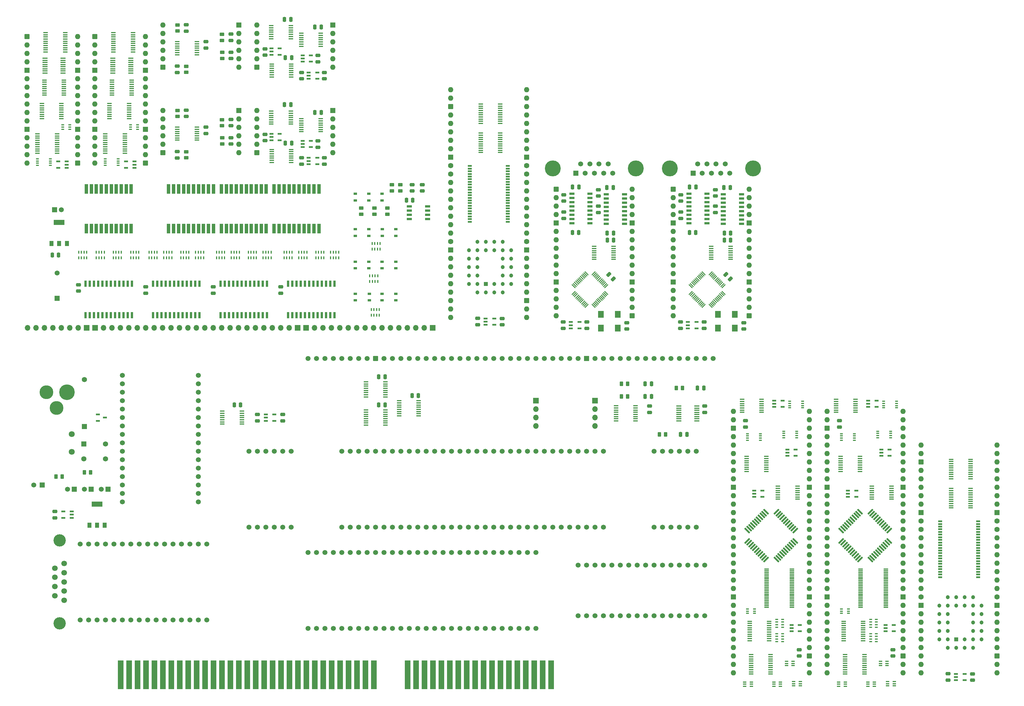
<source format=gts>
%MOIN*%
%OFA0B0*%
%FSLAX46Y46*%
%IPPOS*%
%LPD*%
%AMRoundRect*
4,1,4,
0.07874015748031496,0.11811023622047245,
0.15748031496062992,0.19685039370078741,
0.23622047244094491,0.27559055118110237,
0.31496062992125984,0.35433070866141736,
0.07874015748031496,0.11811023622047245,
0*
1,1,$1,$2,$3*
1,1,$1,$2,$3*
1,1,$1,$2,$3*
1,1,$1,$2,$3*
20,1,$1,$2,$3,$4,$5,0*
20,1,$1,$2,$3,$4,$5,0*
20,1,$1,$2,$3,$4,$5,0*
20,1,$1,$2,$3,$4,$5,0*%
%AMCOMP9*
4,1,3,
-0.00984251968503937,-0.018700787401574805,
0.00984251968503937,-0.018700787401574805,
0.00984251968503937,0.018700787401574805,
-0.00984251968503937,0.018700787401574805,
0*
4,1,19,
-0.00984251968503937,-0.0088582677165354329,
-0.00680101383489225,-0.0093399949183547871,
-0.0040572317687748707,-0.010738021708907997,
-0.0018797539923725646,-0.012915499485310303,
-0.00048172720181935506,-0.015659281551427682,
0,-0.018700787401574805,
-0.00048172720181935392,-0.021742293251721924,
-0.0018797539923725646,-0.0244860753178393,
-0.00405723176877487,-0.026663553094241611,
-0.00680101383489225,-0.02806157988479482,
-0.00984251968503937,-0.028543307086614175,
-0.012884025535186494,-0.02806157988479482,
-0.015627807601303868,-0.026663553094241611,
-0.017805285377706176,-0.024486075317839306,
-0.019203312168259386,-0.021742293251721924,
-0.01968503937007874,-0.018700787401574805,
-0.019203312168259386,-0.015659281551427685,
-0.017805285377706176,-0.012915499485310306,
-0.015627807601303872,-0.010738021708907997,
-0.012884025535186494,-0.0093399949183547871,
0*
4,1,19,
0.00984251968503937,-0.0088582677165354329,
0.012884025535186491,-0.0093399949183547871,
0.015627807601303872,-0.010738021708907997,
0.017805285377706176,-0.012915499485310303,
0.019203312168259386,-0.015659281551427682,
0.01968503937007874,-0.018700787401574805,
0.019203312168259386,-0.021742293251721924,
0.017805285377706176,-0.0244860753178393,
0.015627807601303872,-0.026663553094241611,
0.012884025535186491,-0.02806157988479482,
0.0098425196850393734,-0.028543307086614175,
0.0068010138348922481,-0.02806157988479482,
0.0040572317687748724,-0.026663553094241611,
0.0018797539923725657,-0.024486075317839306,
0.00048172720181935506,-0.021742293251721924,
0,-0.018700787401574805,
0.00048172720181935392,-0.015659281551427685,
0.0018797539923725635,-0.012915499485310306,
0.004057231768774869,-0.010738021708907997,
0.0068010138348922481,-0.0093399949183547871,
0*
4,1,19,
0.00984251968503937,0.028543307086614175,
0.012884025535186491,0.02806157988479482,
0.015627807601303872,0.026663553094241611,
0.017805285377706176,0.0244860753178393,
0.019203312168259386,0.021742293251721924,
0.01968503937007874,0.018700787401574805,
0.019203312168259386,0.015659281551427682,
0.017805285377706176,0.012915499485310306,
0.015627807601303872,0.010738021708907997,
0.012884025535186491,0.0093399949183547871,
0.0098425196850393734,0.0088582677165354329,
0.0068010138348922481,0.0093399949183547871,
0.0040572317687748724,0.010738021708907997,
0.0018797539923725657,0.012915499485310301,
0.00048172720181935506,0.015659281551427682,
0,0.0187007874015748,
0.00048172720181935392,0.02174229325172192,
0.0018797539923725635,0.0244860753178393,
0.004057231768774869,0.026663553094241611,
0.0068010138348922481,0.02806157988479482,
0*
4,1,19,
-0.00984251968503937,0.028543307086614175,
-0.00680101383489225,0.02806157988479482,
-0.0040572317687748707,0.026663553094241611,
-0.0018797539923725646,0.0244860753178393,
-0.00048172720181935506,0.021742293251721924,
0,0.018700787401574805,
-0.00048172720181935392,0.015659281551427682,
-0.0018797539923725646,0.012915499485310306,
-0.00405723176877487,0.010738021708907997,
-0.00680101383489225,0.0093399949183547871,
-0.00984251968503937,0.0088582677165354329,
-0.012884025535186494,0.0093399949183547871,
-0.015627807601303868,0.010738021708907997,
-0.017805285377706176,0.012915499485310301,
-0.019203312168259386,0.015659281551427682,
-0.01968503937007874,0.0187007874015748,
-0.019203312168259386,0.02174229325172192,
-0.017805285377706176,0.0244860753178393,
-0.015627807601303872,0.026663553094241611,
-0.012884025535186494,0.02806157988479482,
0*
4,1,3,
-0.00984251968503937,-0.028543307086614175,
-0.00984251968503937,-0.0088582677165354329,
0.00984251968503937,-0.0088582677165354329,
0.00984251968503937,-0.028543307086614175,
0*
4,1,3,
0.01968503937007874,-0.018700787401574805,
0,-0.018700787401574805,
0,0.018700787401574805,
0.01968503937007874,0.018700787401574805,
0*
4,1,3,
0.00984251968503937,0.028543307086614175,
0.00984251968503937,0.0088582677165354329,
-0.00984251968503937,0.0088582677165354329,
-0.00984251968503937,0.028543307086614175,
0*
4,1,3,
-0.01968503937007874,0.018700787401574805,
0,0.018700787401574805,
0,-0.018700787401574805,
-0.01968503937007874,-0.018700787401574805,
0*%
%AMCOMP10*
4,1,3,
0.010334645669291339,0.017716535433070866,
-0.010334645669291339,0.017716535433070866,
-0.010334645669291339,-0.017716535433070866,
0.010334645669291339,-0.017716535433070866,
0*
4,1,19,
0.010334645669291339,0.027559055118110236,
0.01337615151943846,0.027077327916290882,
0.016119933585555839,0.025679301125737672,
0.018297411361958147,0.023501823349335368,
0.019695438152511353,0.020758041283217985,
0.020177165354330708,0.017716535433070866,
0.019695438152511353,0.014675029582923748,
0.018297411361958147,0.011931247516806368,
0.016119933585555839,0.0097537697404040634,
0.01337615151943846,0.0083557429498508518,
0.010334645669291341,0.0078740157480314977,
0.0072931398191442166,0.0083557429498508518,
0.0045493577530268409,0.00975376974040406,
0.0023718799766245346,0.011931247516806368,
0.000973853186071324,0.014675029582923745,
0.00049212598425196893,0.017716535433070866,
0.000973853186071323,0.020758041283217985,
0.0023718799766245325,0.023501823349335368,
0.0045493577530268375,0.025679301125737672,
0.0072931398191442166,0.027077327916290882,
0*
4,1,19,
-0.010334645669291339,0.027559055118110236,
-0.0072931398191442192,0.027077327916290882,
-0.00454935775302684,0.025679301125737672,
-0.0023718799766245333,0.023501823349335368,
-0.000973853186071324,0.020758041283217985,
-0.00049212598425196893,0.017716535433070866,
-0.000973853186071323,0.014675029582923748,
-0.0023718799766245333,0.011931247516806368,
-0.0045493577530268392,0.0097537697404040634,
-0.0072931398191442192,0.0083557429498508518,
-0.010334645669291338,0.0078740157480314977,
-0.013376151519438462,0.0083557429498508518,
-0.016119933585555839,0.00975376974040406,
-0.018297411361958144,0.011931247516806368,
-0.019695438152511353,0.014675029582923745,
-0.020177165354330708,0.017716535433070866,
-0.019695438152511353,0.020758041283217985,
-0.018297411361958147,0.023501823349335368,
-0.016119933585555843,0.025679301125737672,
-0.013376151519438462,0.027077327916290882,
0*
4,1,19,
-0.010334645669291339,-0.0078740157480314977,
-0.0072931398191442192,-0.0083557429498508518,
-0.00454935775302684,-0.0097537697404040617,
-0.0023718799766245333,-0.011931247516806368,
-0.000973853186071324,-0.014675029582923747,
-0.00049212598425196893,-0.017716535433070866,
-0.000973853186071323,-0.020758041283217985,
-0.0023718799766245333,-0.023501823349335368,
-0.0045493577530268392,-0.025679301125737672,
-0.0072931398191442192,-0.027077327916290882,
-0.010334645669291338,-0.027559055118110236,
-0.013376151519438462,-0.027077327916290882,
-0.016119933585555839,-0.025679301125737675,
-0.018297411361958144,-0.023501823349335368,
-0.019695438152511353,-0.020758041283217992,
-0.020177165354330708,-0.017716535433070869,
-0.019695438152511353,-0.014675029582923748,
-0.018297411361958147,-0.011931247516806369,
-0.016119933585555843,-0.0097537697404040634,
-0.013376151519438462,-0.0083557429498508518,
0*
4,1,19,
0.010334645669291339,-0.0078740157480314977,
0.01337615151943846,-0.0083557429498508518,
0.016119933585555839,-0.0097537697404040617,
0.018297411361958147,-0.011931247516806368,
0.019695438152511353,-0.014675029582923747,
0.020177165354330708,-0.017716535433070866,
0.019695438152511353,-0.020758041283217985,
0.018297411361958147,-0.023501823349335368,
0.016119933585555839,-0.025679301125737672,
0.01337615151943846,-0.027077327916290882,
0.010334645669291341,-0.027559055118110236,
0.0072931398191442166,-0.027077327916290882,
0.0045493577530268409,-0.025679301125737675,
0.0023718799766245346,-0.023501823349335368,
0.000973853186071324,-0.020758041283217992,
0.00049212598425196893,-0.017716535433070869,
0.000973853186071323,-0.014675029582923748,
0.0023718799766245325,-0.011931247516806369,
0.0045493577530268375,-0.0097537697404040634,
0.0072931398191442166,-0.0083557429498508518,
0*
4,1,3,
0.010334645669291339,0.027559055118110236,
0.010334645669291339,0.0078740157480314977,
-0.010334645669291339,0.0078740157480314977,
-0.010334645669291339,0.027559055118110236,
0*
4,1,3,
-0.020177165354330708,0.017716535433070866,
-0.00049212598425196893,0.017716535433070866,
-0.00049212598425196893,-0.017716535433070866,
-0.020177165354330708,-0.017716535433070866,
0*
4,1,3,
-0.010334645669291339,-0.027559055118110236,
-0.010334645669291339,-0.0078740157480314977,
0.010334645669291339,-0.0078740157480314977,
0.010334645669291339,-0.027559055118110236,
0*
4,1,3,
0.020177165354330708,-0.017716535433070866,
0.00049212598425196893,-0.017716535433070866,
0.00049212598425196893,0.017716535433070866,
0.020177165354330708,0.017716535433070866,
0*%
%AMCOMP11*
4,1,3,
-0.015748031496062995,-0.015748031496062995,
0.015748031496062995,-0.015748031496062995,
0.015748031496062995,0.015748031496062995,
-0.015748031496062995,0.015748031496062995,
0*
4,1,19,
-0.015748031496062995,0,
-0.010881622135827601,-0.00077076352291096848,
-0.0064915708300397942,-0.0030076063877961024,
-0.0030076063877961024,-0.0064915708300397942,
-0.00077076352291096848,-0.010881622135827601,
0,-0.015748031496062995,
-0.00077076352291096631,-0.020614440856298388,
-0.0030076063877961024,-0.025004492162086195,
-0.0064915708300397924,-0.02848845660432988,
-0.0108816221358276,-0.030725299469215022,
-0.015748031496062992,-0.031496062992125991,
-0.020614440856298391,-0.030725299469215022,
-0.025004492162086195,-0.028488456604329887,
-0.02848845660432988,-0.0250044921620862,
-0.030725299469215022,-0.020614440856298391,
-0.031496062992125991,-0.015748031496062995,
-0.030725299469215022,-0.010881622135827603,
-0.028488456604329887,-0.0064915708300397976,
-0.0250044921620862,-0.0030076063877961046,
-0.020614440856298391,-0.00077076352291096848,
0*
4,1,19,
0.015748031496062995,0,
0.020614440856298388,-0.00077076352291096848,
0.025004492162086195,-0.0030076063877961024,
0.028488456604329887,-0.0064915708300397942,
0.030725299469215022,-0.010881622135827601,
0.031496062992125991,-0.015748031496062995,
0.030725299469215022,-0.020614440856298388,
0.028488456604329887,-0.025004492162086195,
0.0250044921620862,-0.02848845660432988,
0.020614440856298388,-0.030725299469215022,
0.015748031496062995,-0.031496062992125991,
0.010881622135827598,-0.030725299469215022,
0.006491570830039795,-0.028488456604329887,
0.0030076063877961046,-0.0250044921620862,
0.00077076352291096848,-0.020614440856298391,
0,-0.015748031496062995,
0.00077076352291096631,-0.010881622135827603,
0.0030076063877961024,-0.0064915708300397976,
0.00649157083003979,-0.0030076063877961046,
0.010881622135827598,-0.00077076352291096848,
0*
4,1,19,
0.015748031496062995,0.031496062992125991,
0.020614440856298388,0.030725299469215022,
0.025004492162086195,0.028488456604329887,
0.028488456604329887,0.025004492162086195,
0.030725299469215022,0.020614440856298388,
0.031496062992125991,0.015748031496062995,
0.030725299469215022,0.010881622135827601,
0.028488456604329887,0.006491570830039795,
0.0250044921620862,0.0030076063877961046,
0.020614440856298388,0.00077076352291096848,
0.015748031496062995,0,
0.010881622135827598,0.00077076352291096848,
0.006491570830039795,0.0030076063877961024,
0.0030076063877961046,0.0064915708300397924,
0.00077076352291096848,0.0108816221358276,
0,0.015748031496062992,
0.00077076352291096631,0.020614440856298388,
0.0030076063877961024,0.025004492162086188,
0.00649157083003979,0.02848845660432988,
0.010881622135827598,0.030725299469215022,
0*
4,1,19,
-0.015748031496062995,0.031496062992125991,
-0.010881622135827601,0.030725299469215022,
-0.0064915708300397942,0.028488456604329887,
-0.0030076063877961024,0.025004492162086195,
-0.00077076352291096848,0.020614440856298388,
0,0.015748031496062995,
-0.00077076352291096631,0.010881622135827601,
-0.0030076063877961024,0.006491570830039795,
-0.0064915708300397924,0.0030076063877961046,
-0.0108816221358276,0.00077076352291096848,
-0.015748031496062992,0,
-0.020614440856298391,0.00077076352291096848,
-0.025004492162086195,0.0030076063877961024,
-0.02848845660432988,0.0064915708300397924,
-0.030725299469215022,0.0108816221358276,
-0.031496062992125991,0.015748031496062992,
-0.030725299469215022,0.020614440856298388,
-0.028488456604329887,0.025004492162086188,
-0.0250044921620862,0.02848845660432988,
-0.020614440856298391,0.030725299469215022,
0*
4,1,3,
-0.015748031496062995,-0.031496062992125991,
-0.015748031496062995,0,
0.015748031496062995,0,
0.015748031496062995,-0.031496062992125991,
0*
4,1,3,
0.031496062992125991,-0.015748031496062995,
0,-0.015748031496062995,
0,0.015748031496062995,
0.031496062992125991,0.015748031496062995,
0*
4,1,3,
0.015748031496062995,0.031496062992125991,
0.015748031496062995,0,
-0.015748031496062995,0,
-0.015748031496062995,0.031496062992125991,
0*
4,1,3,
-0.031496062992125991,0.015748031496062995,
0,0.015748031496062995,
0,-0.015748031496062995,
-0.031496062992125991,-0.015748031496062995,
0*%
%AMCOMP12*
4,1,3,
-0.010334645669291339,-0.017716535433070866,
0.010334645669291339,-0.017716535433070866,
0.010334645669291339,0.017716535433070866,
-0.010334645669291339,0.017716535433070866,
0*
4,1,19,
-0.010334645669291339,-0.0078740157480314977,
-0.0072931398191442192,-0.0083557429498508518,
-0.00454935775302684,-0.0097537697404040617,
-0.0023718799766245333,-0.011931247516806368,
-0.000973853186071324,-0.014675029582923747,
-0.00049212598425196893,-0.017716535433070866,
-0.000973853186071323,-0.020758041283217985,
-0.0023718799766245333,-0.023501823349335368,
-0.0045493577530268392,-0.025679301125737672,
-0.0072931398191442192,-0.027077327916290882,
-0.010334645669291338,-0.027559055118110236,
-0.013376151519438462,-0.027077327916290882,
-0.016119933585555839,-0.025679301125737675,
-0.018297411361958144,-0.023501823349335368,
-0.019695438152511353,-0.020758041283217992,
-0.020177165354330708,-0.017716535433070869,
-0.019695438152511353,-0.014675029582923748,
-0.018297411361958147,-0.011931247516806369,
-0.016119933585555843,-0.0097537697404040634,
-0.013376151519438462,-0.0083557429498508518,
0*
4,1,19,
0.010334645669291339,-0.0078740157480314977,
0.01337615151943846,-0.0083557429498508518,
0.016119933585555839,-0.0097537697404040617,
0.018297411361958147,-0.011931247516806368,
0.019695438152511353,-0.014675029582923747,
0.020177165354330708,-0.017716535433070866,
0.019695438152511353,-0.020758041283217985,
0.018297411361958147,-0.023501823349335368,
0.016119933585555839,-0.025679301125737672,
0.01337615151943846,-0.027077327916290882,
0.010334645669291341,-0.027559055118110236,
0.0072931398191442166,-0.027077327916290882,
0.0045493577530268409,-0.025679301125737675,
0.0023718799766245346,-0.023501823349335368,
0.000973853186071324,-0.020758041283217992,
0.00049212598425196893,-0.017716535433070869,
0.000973853186071323,-0.014675029582923748,
0.0023718799766245325,-0.011931247516806369,
0.0045493577530268375,-0.0097537697404040634,
0.0072931398191442166,-0.0083557429498508518,
0*
4,1,19,
0.010334645669291339,0.027559055118110236,
0.01337615151943846,0.027077327916290882,
0.016119933585555839,0.025679301125737672,
0.018297411361958147,0.023501823349335368,
0.019695438152511353,0.020758041283217985,
0.020177165354330708,0.017716535433070866,
0.019695438152511353,0.014675029582923748,
0.018297411361958147,0.011931247516806368,
0.016119933585555839,0.0097537697404040634,
0.01337615151943846,0.0083557429498508518,
0.010334645669291341,0.0078740157480314977,
0.0072931398191442166,0.0083557429498508518,
0.0045493577530268409,0.00975376974040406,
0.0023718799766245346,0.011931247516806368,
0.000973853186071324,0.014675029582923745,
0.00049212598425196893,0.017716535433070866,
0.000973853186071323,0.020758041283217985,
0.0023718799766245325,0.023501823349335368,
0.0045493577530268375,0.025679301125737672,
0.0072931398191442166,0.027077327916290882,
0*
4,1,19,
-0.010334645669291339,0.027559055118110236,
-0.0072931398191442192,0.027077327916290882,
-0.00454935775302684,0.025679301125737672,
-0.0023718799766245333,0.023501823349335368,
-0.000973853186071324,0.020758041283217985,
-0.00049212598425196893,0.017716535433070866,
-0.000973853186071323,0.014675029582923748,
-0.0023718799766245333,0.011931247516806368,
-0.0045493577530268392,0.0097537697404040634,
-0.0072931398191442192,0.0083557429498508518,
-0.010334645669291338,0.0078740157480314977,
-0.013376151519438462,0.0083557429498508518,
-0.016119933585555839,0.00975376974040406,
-0.018297411361958144,0.011931247516806368,
-0.019695438152511353,0.014675029582923745,
-0.020177165354330708,0.017716535433070866,
-0.019695438152511353,0.020758041283217985,
-0.018297411361958147,0.023501823349335368,
-0.016119933585555843,0.025679301125737672,
-0.013376151519438462,0.027077327916290882,
0*
4,1,3,
-0.010334645669291339,-0.027559055118110236,
-0.010334645669291339,-0.0078740157480314977,
0.010334645669291339,-0.0078740157480314977,
0.010334645669291339,-0.027559055118110236,
0*
4,1,3,
0.020177165354330708,-0.017716535433070866,
0.00049212598425196893,-0.017716535433070866,
0.00049212598425196893,0.017716535433070866,
0.020177165354330708,0.017716535433070866,
0*
4,1,3,
0.010334645669291339,0.027559055118110236,
0.010334645669291339,0.0078740157480314977,
-0.010334645669291339,0.0078740157480314977,
-0.010334645669291339,0.027559055118110236,
0*
4,1,3,
-0.020177165354330708,0.017716535433070866,
-0.00049212598425196893,0.017716535433070866,
-0.00049212598425196893,-0.017716535433070866,
-0.020177165354330708,-0.017716535433070866,
0*%
%AMCOMP13*
4,1,3,
-0.018700787401574805,0.00984251968503937,
-0.018700787401574805,-0.00984251968503937,
0.018700787401574805,-0.00984251968503937,
0.018700787401574805,0.00984251968503937,
0*
4,1,19,
-0.018700787401574805,0.01968503937007874,
-0.015659281551427682,0.019203312168259386,
-0.012915499485310303,0.017805285377706176,
-0.010738021708907997,0.015627807601303872,
-0.0093399949183547871,0.012884025535186491,
-0.0088582677165354329,0.00984251968503937,
-0.0093399949183547871,0.0068010138348922507,
-0.010738021708907997,0.0040572317687748724,
-0.012915499485310301,0.0018797539923725657,
-0.015659281551427682,0.00048172720181935506,
-0.0187007874015748,0,
-0.021742293251721927,0.00048172720181935506,
-0.0244860753178393,0.0018797539923725635,
-0.026663553094241611,0.00405723176877487,
-0.02806157988479482,0.0068010138348922489,
-0.028543307086614175,0.0098425196850393682,
-0.02806157988479482,0.012884025535186489,
-0.026663553094241611,0.015627807601303868,
-0.024486075317839306,0.017805285377706176,
-0.021742293251721924,0.019203312168259386,
0*
4,1,19,
-0.018700787401574805,0,
-0.015659281551427682,-0.00048172720181935506,
-0.012915499485310303,-0.0018797539923725646,
-0.010738021708907997,-0.0040572317687748707,
-0.0093399949183547871,-0.00680101383489225,
-0.0088582677165354329,-0.00984251968503937,
-0.0093399949183547871,-0.012884025535186491,
-0.010738021708907997,-0.015627807601303868,
-0.012915499485310301,-0.017805285377706176,
-0.015659281551427682,-0.019203312168259386,
-0.0187007874015748,-0.01968503937007874,
-0.021742293251721927,-0.019203312168259386,
-0.0244860753178393,-0.017805285377706176,
-0.026663553094241611,-0.015627807601303872,
-0.02806157988479482,-0.012884025535186491,
-0.028543307086614175,-0.0098425196850393734,
-0.02806157988479482,-0.0068010138348922524,
-0.026663553094241611,-0.0040572317687748733,
-0.024486075317839306,-0.0018797539923725657,
-0.021742293251721924,-0.00048172720181935506,
0*
4,1,19,
0.018700787401574805,0,
0.021742293251721924,-0.00048172720181935506,
0.0244860753178393,-0.0018797539923725646,
0.026663553094241611,-0.0040572317687748707,
0.02806157988479482,-0.00680101383489225,
0.028543307086614175,-0.00984251968503937,
0.02806157988479482,-0.012884025535186491,
0.026663553094241611,-0.015627807601303868,
0.024486075317839306,-0.017805285377706176,
0.021742293251721924,-0.019203312168259386,
0.018700787401574805,-0.01968503937007874,
0.015659281551427682,-0.019203312168259386,
0.012915499485310306,-0.017805285377706176,
0.010738021708907997,-0.015627807601303872,
0.0093399949183547871,-0.012884025535186491,
0.0088582677165354329,-0.0098425196850393734,
0.0093399949183547871,-0.0068010138348922524,
0.010738021708907997,-0.0040572317687748733,
0.012915499485310301,-0.0018797539923725657,
0.015659281551427682,-0.00048172720181935506,
0*
4,1,19,
0.018700787401574805,0.01968503937007874,
0.021742293251721924,0.019203312168259386,
0.0244860753178393,0.017805285377706176,
0.026663553094241611,0.015627807601303872,
0.02806157988479482,0.012884025535186491,
0.028543307086614175,0.00984251968503937,
0.02806157988479482,0.0068010138348922507,
0.026663553094241611,0.0040572317687748724,
0.024486075317839306,0.0018797539923725657,
0.021742293251721924,0.00048172720181935506,
0.018700787401574805,0,
0.015659281551427682,0.00048172720181935506,
0.012915499485310306,0.0018797539923725635,
0.010738021708907997,0.00405723176877487,
0.0093399949183547871,0.0068010138348922489,
0.0088582677165354329,0.0098425196850393682,
0.0093399949183547871,0.012884025535186489,
0.010738021708907997,0.015627807601303868,
0.012915499485310301,0.017805285377706176,
0.015659281551427682,0.019203312168259386,
0*
4,1,3,
-0.028543307086614175,0.00984251968503937,
-0.0088582677165354329,0.00984251968503937,
-0.0088582677165354329,-0.00984251968503937,
-0.028543307086614175,-0.00984251968503937,
0*
4,1,3,
-0.018700787401574805,-0.01968503937007874,
-0.018700787401574805,0,
0.018700787401574805,0,
0.018700787401574805,-0.01968503937007874,
0*
4,1,3,
0.028543307086614175,-0.00984251968503937,
0.0088582677165354329,-0.00984251968503937,
0.0088582677165354329,0.00984251968503937,
0.028543307086614175,0.00984251968503937,
0*
4,1,3,
0.018700787401574805,0.01968503937007874,
0.018700787401574805,0,
-0.018700787401574805,0,
-0.018700787401574805,0.01968503937007874,
0*%
%AMCOMP14*
4,1,3,
0.00984251968503937,0.018700787401574805,
-0.00984251968503937,0.018700787401574805,
-0.00984251968503937,-0.018700787401574805,
0.00984251968503937,-0.018700787401574805,
0*
4,1,19,
0.00984251968503937,0.028543307086614175,
0.012884025535186491,0.02806157988479482,
0.015627807601303872,0.026663553094241611,
0.017805285377706176,0.0244860753178393,
0.019203312168259386,0.021742293251721924,
0.01968503937007874,0.018700787401574805,
0.019203312168259386,0.015659281551427682,
0.017805285377706176,0.012915499485310306,
0.015627807601303872,0.010738021708907997,
0.012884025535186491,0.0093399949183547871,
0.0098425196850393734,0.0088582677165354329,
0.0068010138348922481,0.0093399949183547871,
0.0040572317687748724,0.010738021708907997,
0.0018797539923725657,0.012915499485310301,
0.00048172720181935506,0.015659281551427682,
0,0.0187007874015748,
0.00048172720181935392,0.02174229325172192,
0.0018797539923725635,0.0244860753178393,
0.004057231768774869,0.026663553094241611,
0.0068010138348922481,0.02806157988479482,
0*
4,1,19,
-0.00984251968503937,0.028543307086614175,
-0.00680101383489225,0.02806157988479482,
-0.0040572317687748707,0.026663553094241611,
-0.0018797539923725646,0.0244860753178393,
-0.00048172720181935506,0.021742293251721924,
0,0.018700787401574805,
-0.00048172720181935392,0.015659281551427682,
-0.0018797539923725646,0.012915499485310306,
-0.00405723176877487,0.010738021708907997,
-0.00680101383489225,0.0093399949183547871,
-0.00984251968503937,0.0088582677165354329,
-0.012884025535186494,0.0093399949183547871,
-0.015627807601303868,0.010738021708907997,
-0.017805285377706176,0.012915499485310301,
-0.019203312168259386,0.015659281551427682,
-0.01968503937007874,0.0187007874015748,
-0.019203312168259386,0.02174229325172192,
-0.017805285377706176,0.0244860753178393,
-0.015627807601303872,0.026663553094241611,
-0.012884025535186494,0.02806157988479482,
0*
4,1,19,
-0.00984251968503937,-0.0088582677165354329,
-0.00680101383489225,-0.0093399949183547871,
-0.0040572317687748707,-0.010738021708907997,
-0.0018797539923725646,-0.012915499485310303,
-0.00048172720181935506,-0.015659281551427682,
0,-0.018700787401574805,
-0.00048172720181935392,-0.021742293251721924,
-0.0018797539923725646,-0.0244860753178393,
-0.00405723176877487,-0.026663553094241611,
-0.00680101383489225,-0.02806157988479482,
-0.00984251968503937,-0.028543307086614175,
-0.012884025535186494,-0.02806157988479482,
-0.015627807601303868,-0.026663553094241611,
-0.017805285377706176,-0.024486075317839306,
-0.019203312168259386,-0.021742293251721924,
-0.01968503937007874,-0.018700787401574805,
-0.019203312168259386,-0.015659281551427685,
-0.017805285377706176,-0.012915499485310306,
-0.015627807601303872,-0.010738021708907997,
-0.012884025535186494,-0.0093399949183547871,
0*
4,1,19,
0.00984251968503937,-0.0088582677165354329,
0.012884025535186491,-0.0093399949183547871,
0.015627807601303872,-0.010738021708907997,
0.017805285377706176,-0.012915499485310303,
0.019203312168259386,-0.015659281551427682,
0.01968503937007874,-0.018700787401574805,
0.019203312168259386,-0.021742293251721924,
0.017805285377706176,-0.0244860753178393,
0.015627807601303872,-0.026663553094241611,
0.012884025535186491,-0.02806157988479482,
0.0098425196850393734,-0.028543307086614175,
0.0068010138348922481,-0.02806157988479482,
0.0040572317687748724,-0.026663553094241611,
0.0018797539923725657,-0.024486075317839306,
0.00048172720181935506,-0.021742293251721924,
0,-0.018700787401574805,
0.00048172720181935392,-0.015659281551427685,
0.0018797539923725635,-0.012915499485310306,
0.004057231768774869,-0.010738021708907997,
0.0068010138348922481,-0.0093399949183547871,
0*
4,1,3,
0.00984251968503937,0.028543307086614175,
0.00984251968503937,0.0088582677165354329,
-0.00984251968503937,0.0088582677165354329,
-0.00984251968503937,0.028543307086614175,
0*
4,1,3,
-0.01968503937007874,0.018700787401574805,
0,0.018700787401574805,
0,-0.018700787401574805,
-0.01968503937007874,-0.018700787401574805,
0*
4,1,3,
-0.00984251968503937,-0.028543307086614175,
-0.00984251968503937,-0.0088582677165354329,
0.00984251968503937,-0.0088582677165354329,
0.00984251968503937,-0.028543307086614175,
0*
4,1,3,
0.01968503937007874,-0.018700787401574805,
0,-0.018700787401574805,
0,0.018700787401574805,
0.01968503937007874,0.018700787401574805,
0*%
%AMRoundRect0*
4,1,4,
0.07874015748031496,0.11811023622047245,
0.15748031496062992,0.19685039370078741,
0.23622047244094491,0.27559055118110237,
0.31496062992125984,0.35433070866141736,
0.07874015748031496,0.11811023622047245,
0*
1,1,$1,$2,$3*
1,1,$1,$2,$3*
1,1,$1,$2,$3*
1,1,$1,$2,$3*
20,1,$1,$2,$3,$4,$5,0*
20,1,$1,$2,$3,$4,$5,0*
20,1,$1,$2,$3,$4,$5,0*
20,1,$1,$2,$3,$4,$5,0*%
%AMCOMP300*
4,1,3,
0.018700787401574805,-0.00984251968503937,
0.018700787401574805,0.00984251968503937,
-0.018700787401574805,0.00984251968503937,
-0.018700787401574805,-0.00984251968503937,
0*
4,1,19,
0.018700787401574805,0,
0.021742293251721924,-0.00048172720181935506,
0.0244860753178393,-0.0018797539923725646,
0.026663553094241611,-0.0040572317687748707,
0.02806157988479482,-0.00680101383489225,
0.028543307086614175,-0.00984251968503937,
0.02806157988479482,-0.012884025535186491,
0.026663553094241611,-0.015627807601303868,
0.024486075317839306,-0.017805285377706176,
0.021742293251721924,-0.019203312168259386,
0.018700787401574805,-0.01968503937007874,
0.015659281551427682,-0.019203312168259386,
0.012915499485310306,-0.017805285377706176,
0.010738021708907997,-0.015627807601303872,
0.0093399949183547871,-0.012884025535186491,
0.0088582677165354329,-0.0098425196850393734,
0.0093399949183547871,-0.0068010138348922524,
0.010738021708907997,-0.0040572317687748733,
0.012915499485310301,-0.0018797539923725657,
0.015659281551427682,-0.00048172720181935506,
0*
4,1,19,
0.018700787401574805,0.01968503937007874,
0.021742293251721924,0.019203312168259386,
0.0244860753178393,0.017805285377706176,
0.026663553094241611,0.015627807601303872,
0.02806157988479482,0.012884025535186491,
0.028543307086614175,0.00984251968503937,
0.02806157988479482,0.0068010138348922507,
0.026663553094241611,0.0040572317687748724,
0.024486075317839306,0.0018797539923725657,
0.021742293251721924,0.00048172720181935506,
0.018700787401574805,0,
0.015659281551427682,0.00048172720181935506,
0.012915499485310306,0.0018797539923725635,
0.010738021708907997,0.00405723176877487,
0.0093399949183547871,0.0068010138348922489,
0.0088582677165354329,0.0098425196850393682,
0.0093399949183547871,0.012884025535186489,
0.010738021708907997,0.015627807601303868,
0.012915499485310301,0.017805285377706176,
0.015659281551427682,0.019203312168259386,
0*
4,1,19,
-0.018700787401574805,0.01968503937007874,
-0.015659281551427682,0.019203312168259386,
-0.012915499485310303,0.017805285377706176,
-0.010738021708907997,0.015627807601303872,
-0.0093399949183547871,0.012884025535186491,
-0.0088582677165354329,0.00984251968503937,
-0.0093399949183547871,0.0068010138348922507,
-0.010738021708907997,0.0040572317687748724,
-0.012915499485310301,0.0018797539923725657,
-0.015659281551427682,0.00048172720181935506,
-0.0187007874015748,0,
-0.021742293251721927,0.00048172720181935506,
-0.0244860753178393,0.0018797539923725635,
-0.026663553094241611,0.00405723176877487,
-0.02806157988479482,0.0068010138348922489,
-0.028543307086614175,0.0098425196850393682,
-0.02806157988479482,0.012884025535186489,
-0.026663553094241611,0.015627807601303868,
-0.024486075317839306,0.017805285377706176,
-0.021742293251721924,0.019203312168259386,
0*
4,1,19,
-0.018700787401574805,0,
-0.015659281551427682,-0.00048172720181935506,
-0.012915499485310303,-0.0018797539923725646,
-0.010738021708907997,-0.0040572317687748707,
-0.0093399949183547871,-0.00680101383489225,
-0.0088582677165354329,-0.00984251968503937,
-0.0093399949183547871,-0.012884025535186491,
-0.010738021708907997,-0.015627807601303868,
-0.012915499485310301,-0.017805285377706176,
-0.015659281551427682,-0.019203312168259386,
-0.0187007874015748,-0.01968503937007874,
-0.021742293251721927,-0.019203312168259386,
-0.0244860753178393,-0.017805285377706176,
-0.026663553094241611,-0.015627807601303872,
-0.02806157988479482,-0.012884025535186491,
-0.028543307086614175,-0.0098425196850393734,
-0.02806157988479482,-0.0068010138348922524,
-0.026663553094241611,-0.0040572317687748733,
-0.024486075317839306,-0.0018797539923725657,
-0.021742293251721924,-0.00048172720181935506,
0*
4,1,3,
0.028543307086614175,-0.00984251968503937,
0.0088582677165354329,-0.00984251968503937,
0.0088582677165354329,0.00984251968503937,
0.028543307086614175,0.00984251968503937,
0*
4,1,3,
0.018700787401574805,0.01968503937007874,
0.018700787401574805,0,
-0.018700787401574805,0,
-0.018700787401574805,0.01968503937007874,
0*
4,1,3,
-0.028543307086614175,0.00984251968503937,
-0.0088582677165354329,0.00984251968503937,
-0.0088582677165354329,-0.00984251968503937,
-0.028543307086614175,-0.00984251968503937,
0*
4,1,3,
-0.018700787401574805,-0.01968503937007874,
-0.018700787401574805,0,
0.018700787401574805,0,
0.018700787401574805,-0.01968503937007874,
0*%
%AMCOMP310*
4,1,3,
-0.015748031496062995,-0.015748031496062995,
0.015748031496062995,-0.015748031496062995,
0.015748031496062995,0.015748031496062995,
-0.015748031496062995,0.015748031496062995,
0*
4,1,19,
-0.015748031496062995,0,
-0.010881622135827601,-0.00077076352291096848,
-0.0064915708300397942,-0.0030076063877961024,
-0.0030076063877961024,-0.0064915708300397942,
-0.00077076352291096848,-0.010881622135827601,
0,-0.015748031496062995,
-0.00077076352291096631,-0.020614440856298388,
-0.0030076063877961024,-0.025004492162086195,
-0.0064915708300397924,-0.02848845660432988,
-0.0108816221358276,-0.030725299469215022,
-0.015748031496062992,-0.031496062992125991,
-0.020614440856298391,-0.030725299469215022,
-0.025004492162086195,-0.028488456604329887,
-0.02848845660432988,-0.0250044921620862,
-0.030725299469215022,-0.020614440856298391,
-0.031496062992125991,-0.015748031496062995,
-0.030725299469215022,-0.010881622135827603,
-0.028488456604329887,-0.0064915708300397976,
-0.0250044921620862,-0.0030076063877961046,
-0.020614440856298391,-0.00077076352291096848,
0*
4,1,19,
0.015748031496062995,0,
0.020614440856298388,-0.00077076352291096848,
0.025004492162086195,-0.0030076063877961024,
0.028488456604329887,-0.0064915708300397942,
0.030725299469215022,-0.010881622135827601,
0.031496062992125991,-0.015748031496062995,
0.030725299469215022,-0.020614440856298388,
0.028488456604329887,-0.025004492162086195,
0.0250044921620862,-0.02848845660432988,
0.020614440856298388,-0.030725299469215022,
0.015748031496062995,-0.031496062992125991,
0.010881622135827598,-0.030725299469215022,
0.006491570830039795,-0.028488456604329887,
0.0030076063877961046,-0.0250044921620862,
0.00077076352291096848,-0.020614440856298391,
0,-0.015748031496062995,
0.00077076352291096631,-0.010881622135827603,
0.0030076063877961024,-0.0064915708300397976,
0.00649157083003979,-0.0030076063877961046,
0.010881622135827598,-0.00077076352291096848,
0*
4,1,19,
0.015748031496062995,0.031496062992125991,
0.020614440856298388,0.030725299469215022,
0.025004492162086195,0.028488456604329887,
0.028488456604329887,0.025004492162086195,
0.030725299469215022,0.020614440856298388,
0.031496062992125991,0.015748031496062995,
0.030725299469215022,0.010881622135827601,
0.028488456604329887,0.006491570830039795,
0.0250044921620862,0.0030076063877961046,
0.020614440856298388,0.00077076352291096848,
0.015748031496062995,0,
0.010881622135827598,0.00077076352291096848,
0.006491570830039795,0.0030076063877961024,
0.0030076063877961046,0.0064915708300397924,
0.00077076352291096848,0.0108816221358276,
0,0.015748031496062992,
0.00077076352291096631,0.020614440856298388,
0.0030076063877961024,0.025004492162086188,
0.00649157083003979,0.02848845660432988,
0.010881622135827598,0.030725299469215022,
0*
4,1,19,
-0.015748031496062995,0.031496062992125991,
-0.010881622135827601,0.030725299469215022,
-0.0064915708300397942,0.028488456604329887,
-0.0030076063877961024,0.025004492162086195,
-0.00077076352291096848,0.020614440856298388,
0,0.015748031496062995,
-0.00077076352291096631,0.010881622135827601,
-0.0030076063877961024,0.006491570830039795,
-0.0064915708300397924,0.0030076063877961046,
-0.0108816221358276,0.00077076352291096848,
-0.015748031496062992,0,
-0.020614440856298391,0.00077076352291096848,
-0.025004492162086195,0.0030076063877961024,
-0.02848845660432988,0.0064915708300397924,
-0.030725299469215022,0.0108816221358276,
-0.031496062992125991,0.015748031496062992,
-0.030725299469215022,0.020614440856298388,
-0.028488456604329887,0.025004492162086188,
-0.0250044921620862,0.02848845660432988,
-0.020614440856298391,0.030725299469215022,
0*
4,1,3,
-0.015748031496062995,-0.031496062992125991,
-0.015748031496062995,0,
0.015748031496062995,0,
0.015748031496062995,-0.031496062992125991,
0*
4,1,3,
0.031496062992125991,-0.015748031496062995,
0,-0.015748031496062995,
0,0.015748031496062995,
0.031496062992125991,0.015748031496062995,
0*
4,1,3,
0.015748031496062995,0.031496062992125991,
0.015748031496062995,0,
-0.015748031496062995,0,
-0.015748031496062995,0.031496062992125991,
0*
4,1,3,
-0.031496062992125991,0.015748031496062995,
0,0.015748031496062995,
0,-0.015748031496062995,
-0.031496062992125991,-0.015748031496062995,
0*%
%AMCOMP320*
4,1,3,
-0.021575118110236224,0.029230787401574802,
-0.029230787401574802,0.021575118110236224,
0.021575118110236224,-0.029230787401574802,
0.029230787401574802,-0.021575118110236224,
0*
4,1,19,
-0.021575118110236224,0.034644173228346453,
-0.019902289892655307,0.034379223267345813,
-0.018393209756290749,0.033610308532541544,
-0.017195596979269478,0.032412695755520277,
-0.016426682244465217,0.030903615619155719,
-0.016161732283464569,0.029230787401574802,
-0.016426682244465213,0.027557959183993886,
-0.017195596979269478,0.026048879047629328,
-0.018393209756290746,0.024851266270608061,
-0.019902289892655307,0.024082351535803796,
-0.021575118110236224,0.023817401574803151,
-0.023247946327817143,0.024082351535803796,
-0.024757026464181698,0.024851266270608061,
-0.025954639241202965,0.026048879047629328,
-0.02672355397600723,0.027557959183993886,
-0.026988503937007875,0.029230787401574802,
-0.02672355397600723,0.030903615619155719,
-0.025954639241202965,0.032412695755520277,
-0.024757026464181698,0.033610308532541544,
-0.02324794632781714,0.034379223267345813,
0*
4,1,19,
-0.029230787401574802,0.026988503937007875,
-0.027557959183993886,0.02672355397600723,
-0.026048879047629328,0.025954639241202965,
-0.024851266270608061,0.024757026464181698,
-0.024082351535803796,0.02324794632781714,
-0.023817401574803151,0.021575118110236224,
-0.024082351535803796,0.019902289892655307,
-0.024851266270608061,0.018393209756290749,
-0.026048879047629328,0.017195596979269482,
-0.027557959183993886,0.016426682244465217,
-0.029230787401574802,0.016161732283464569,
-0.030903615619155722,0.016426682244465217,
-0.032412695755520277,0.017195596979269478,
-0.033610308532541544,0.018393209756290746,
-0.034379223267345813,0.019902289892655307,
-0.034644173228346453,0.021575118110236224,
-0.034379223267345813,0.02324794632781714,
-0.033610308532541544,0.024757026464181698,
-0.032412695755520277,0.025954639241202965,
-0.030903615619155719,0.02672355397600723,
0*
4,1,19,
0.021575118110236224,-0.023817401574803151,
0.02324794632781714,-0.024082351535803796,
0.024757026464181698,-0.024851266270608061,
0.025954639241202965,-0.026048879047629328,
0.02672355397600723,-0.027557959183993886,
0.026988503937007875,-0.029230787401574802,
0.02672355397600723,-0.030903615619155719,
0.025954639241202965,-0.032412695755520277,
0.024757026464181698,-0.033610308532541544,
0.02324794632781714,-0.034379223267345813,
0.021575118110236224,-0.034644173228346453,
0.019902289892655304,-0.034379223267345813,
0.018393209756290749,-0.033610308532541544,
0.017195596979269482,-0.032412695755520277,
0.016426682244465217,-0.030903615619155719,
0.016161732283464569,-0.029230787401574802,
0.016426682244465213,-0.027557959183993886,
0.017195596979269478,-0.026048879047629328,
0.018393209756290746,-0.024851266270608061,
0.019902289892655307,-0.024082351535803796,
0*
4,1,19,
0.029230787401574802,-0.016161732283464569,
0.030903615619155719,-0.016426682244465217,
0.032412695755520277,-0.017195596979269478,
0.033610308532541544,-0.018393209756290749,
0.034379223267345813,-0.019902289892655307,
0.034644173228346453,-0.021575118110236224,
0.034379223267345813,-0.02324794632781714,
0.033610308532541544,-0.024757026464181698,
0.032412695755520277,-0.025954639241202965,
0.030903615619155719,-0.02672355397600723,
0.029230787401574802,-0.026988503937007875,
0.027557959183993883,-0.02672355397600723,
0.026048879047629328,-0.025954639241202965,
0.024851266270608061,-0.024757026464181698,
0.024082351535803796,-0.02324794632781714,
0.023817401574803151,-0.021575118110236224,
0.024082351535803796,-0.019902289892655307,
0.024851266270608061,-0.018393209756290749,
0.026048879047629328,-0.017195596979269482,
0.027557959183993886,-0.016426682244465217,
0*
4,1,3,
-0.025402959937525605,0.033058629228864184,
-0.017747276282946842,0.025402945574285421,
-0.025402945574285421,0.017747276282946842,
-0.033058629228864184,0.025402959937525605,
0*
4,1,3,
-0.033058629228864184,0.017747276282946842,
-0.025402945574285421,0.025402959937525605,
0.025402959937525605,-0.025402945574285421,
0.017747276282946842,-0.033058629228864184,
0*
4,1,3,
0.025402959937525605,-0.033058629228864184,
0.017747276282946842,-0.025402945574285421,
0.025402945574285421,-0.017747276282946842,
0.033058629228864184,-0.025402959937525605,
0*
4,1,3,
0.033058629228864184,-0.017747276282946842,
0.025402945574285421,-0.025402959937525605,
-0.025402959937525605,0.025402945574285421,
-0.017747276282946842,0.033058629228864184,
0*%
%AMCOMP330*
4,1,3,
0.021575118110236224,0.029230787401574802,
-0.029230787401574802,-0.021575118110236224,
-0.021575118110236224,-0.029230787401574802,
0.029230787401574802,0.021575118110236224,
0*
4,1,19,
0.021575118110236224,0.034644173228346453,
0.02324794632781714,0.034379223267345813,
0.024757026464181698,0.033610308532541544,
0.025954639241202965,0.032412695755520277,
0.02672355397600723,0.030903615619155719,
0.026988503937007875,0.029230787401574802,
0.02672355397600723,0.027557959183993886,
0.025954639241202965,0.026048879047629328,
0.024757026464181698,0.024851266270608061,
0.02324794632781714,0.024082351535803796,
0.021575118110236224,0.023817401574803151,
0.019902289892655304,0.024082351535803796,
0.018393209756290749,0.024851266270608061,
0.017195596979269482,0.026048879047629328,
0.016426682244465217,0.027557959183993886,
0.016161732283464569,0.029230787401574802,
0.016426682244465213,0.030903615619155719,
0.017195596979269478,0.032412695755520277,
0.018393209756290746,0.033610308532541544,
0.019902289892655307,0.034379223267345813,
0*
4,1,19,
-0.029230787401574802,-0.016161732283464569,
-0.027557959183993886,-0.016426682244465217,
-0.026048879047629328,-0.017195596979269478,
-0.024851266270608061,-0.018393209756290749,
-0.024082351535803796,-0.019902289892655307,
-0.023817401574803151,-0.021575118110236224,
-0.024082351535803796,-0.02324794632781714,
-0.024851266270608061,-0.024757026464181698,
-0.026048879047629328,-0.025954639241202965,
-0.027557959183993886,-0.02672355397600723,
-0.029230787401574802,-0.026988503937007875,
-0.030903615619155722,-0.02672355397600723,
-0.032412695755520277,-0.025954639241202965,
-0.033610308532541544,-0.024757026464181698,
-0.034379223267345813,-0.02324794632781714,
-0.034644173228346453,-0.021575118110236224,
-0.034379223267345813,-0.019902289892655307,
-0.033610308532541544,-0.018393209756290749,
-0.032412695755520277,-0.017195596979269482,
-0.030903615619155719,-0.016426682244465217,
0*
4,1,19,
-0.021575118110236224,-0.023817401574803151,
-0.019902289892655307,-0.024082351535803796,
-0.018393209756290749,-0.024851266270608061,
-0.017195596979269478,-0.026048879047629328,
-0.016426682244465217,-0.027557959183993886,
-0.016161732283464569,-0.029230787401574802,
-0.016426682244465213,-0.030903615619155719,
-0.017195596979269478,-0.032412695755520277,
-0.018393209756290746,-0.033610308532541544,
-0.019902289892655307,-0.034379223267345813,
-0.021575118110236224,-0.034644173228346453,
-0.023247946327817143,-0.034379223267345813,
-0.024757026464181698,-0.033610308532541544,
-0.025954639241202965,-0.032412695755520277,
-0.02672355397600723,-0.030903615619155719,
-0.026988503937007875,-0.029230787401574802,
-0.02672355397600723,-0.027557959183993886,
-0.025954639241202965,-0.026048879047629328,
-0.024757026464181698,-0.024851266270608061,
-0.02324794632781714,-0.024082351535803796,
0*
4,1,19,
0.029230787401574802,0.026988503937007875,
0.030903615619155719,0.02672355397600723,
0.032412695755520277,0.025954639241202965,
0.033610308532541544,0.024757026464181698,
0.034379223267345813,0.02324794632781714,
0.034644173228346453,0.021575118110236224,
0.034379223267345813,0.019902289892655307,
0.033610308532541544,0.018393209756290749,
0.032412695755520277,0.017195596979269482,
0.030903615619155719,0.016426682244465217,
0.029230787401574802,0.016161732283464569,
0.027557959183993883,0.016426682244465217,
0.026048879047629328,0.017195596979269478,
0.024851266270608061,0.018393209756290746,
0.024082351535803796,0.019902289892655307,
0.023817401574803151,0.021575118110236224,
0.024082351535803796,0.02324794632781714,
0.024851266270608061,0.024757026464181698,
0.026048879047629328,0.025954639241202965,
0.027557959183993886,0.02672355397600723,
0*
4,1,3,
0.017747276282946842,0.033058629228864184,
0.025402959937525605,0.025402945574285421,
-0.025402945574285421,-0.025402959937525605,
-0.033058629228864184,-0.017747276282946842,
0*
4,1,3,
-0.033058629228864184,-0.025402959937525605,
-0.025402945574285421,-0.017747276282946842,
-0.017747276282946842,-0.025402945574285421,
-0.025402959937525605,-0.033058629228864184,
0*
4,1,3,
-0.017747276282946842,-0.033058629228864184,
-0.025402959937525605,-0.025402945574285421,
0.025402945574285421,0.025402959937525605,
0.033058629228864184,0.017747276282946842,
0*
4,1,3,
0.033058629228864184,0.025402959937525605,
0.025402945574285421,0.017747276282946842,
0.017747276282946842,0.025402945574285421,
0.025402959937525605,0.033058629228864184,
0*%
%AMRoundRect1*
4,1,4,
0.07874015748031496,0.11811023622047245,
0.15748031496062992,0.19685039370078741,
0.23622047244094491,0.27559055118110237,
0.31496062992125984,0.35433070866141736,
0.07874015748031496,0.11811023622047245,
0*
1,1,$1,$2,$3*
1,1,$1,$2,$3*
1,1,$1,$2,$3*
1,1,$1,$2,$3*
20,1,$1,$2,$3,$4,$5,0*
20,1,$1,$2,$3,$4,$5,0*
20,1,$1,$2,$3,$4,$5,0*
20,1,$1,$2,$3,$4,$5,0*%
%AMCOMP520*
4,1,3,
0.018700787401574805,-0.00984251968503937,
0.018700787401574805,0.00984251968503937,
-0.018700787401574805,0.00984251968503937,
-0.018700787401574805,-0.00984251968503937,
0*
4,1,19,
0.018700787401574805,0,
0.021742293251721924,-0.00048172720181935506,
0.0244860753178393,-0.0018797539923725646,
0.026663553094241611,-0.0040572317687748707,
0.02806157988479482,-0.00680101383489225,
0.028543307086614175,-0.00984251968503937,
0.02806157988479482,-0.012884025535186491,
0.026663553094241611,-0.015627807601303868,
0.024486075317839306,-0.017805285377706176,
0.021742293251721924,-0.019203312168259386,
0.018700787401574805,-0.01968503937007874,
0.015659281551427682,-0.019203312168259386,
0.012915499485310306,-0.017805285377706176,
0.010738021708907997,-0.015627807601303872,
0.0093399949183547871,-0.012884025535186491,
0.0088582677165354329,-0.0098425196850393734,
0.0093399949183547871,-0.0068010138348922524,
0.010738021708907997,-0.0040572317687748733,
0.012915499485310301,-0.0018797539923725657,
0.015659281551427682,-0.00048172720181935506,
0*
4,1,19,
0.018700787401574805,0.01968503937007874,
0.021742293251721924,0.019203312168259386,
0.0244860753178393,0.017805285377706176,
0.026663553094241611,0.015627807601303872,
0.02806157988479482,0.012884025535186491,
0.028543307086614175,0.00984251968503937,
0.02806157988479482,0.0068010138348922507,
0.026663553094241611,0.0040572317687748724,
0.024486075317839306,0.0018797539923725657,
0.021742293251721924,0.00048172720181935506,
0.018700787401574805,0,
0.015659281551427682,0.00048172720181935506,
0.012915499485310306,0.0018797539923725635,
0.010738021708907997,0.00405723176877487,
0.0093399949183547871,0.0068010138348922489,
0.0088582677165354329,0.0098425196850393682,
0.0093399949183547871,0.012884025535186489,
0.010738021708907997,0.015627807601303868,
0.012915499485310301,0.017805285377706176,
0.015659281551427682,0.019203312168259386,
0*
4,1,19,
-0.018700787401574805,0.01968503937007874,
-0.015659281551427682,0.019203312168259386,
-0.012915499485310303,0.017805285377706176,
-0.010738021708907997,0.015627807601303872,
-0.0093399949183547871,0.012884025535186491,
-0.0088582677165354329,0.00984251968503937,
-0.0093399949183547871,0.0068010138348922507,
-0.010738021708907997,0.0040572317687748724,
-0.012915499485310301,0.0018797539923725657,
-0.015659281551427682,0.00048172720181935506,
-0.0187007874015748,0,
-0.021742293251721927,0.00048172720181935506,
-0.0244860753178393,0.0018797539923725635,
-0.026663553094241611,0.00405723176877487,
-0.02806157988479482,0.0068010138348922489,
-0.028543307086614175,0.0098425196850393682,
-0.02806157988479482,0.012884025535186489,
-0.026663553094241611,0.015627807601303868,
-0.024486075317839306,0.017805285377706176,
-0.021742293251721924,0.019203312168259386,
0*
4,1,19,
-0.018700787401574805,0,
-0.015659281551427682,-0.00048172720181935506,
-0.012915499485310303,-0.0018797539923725646,
-0.010738021708907997,-0.0040572317687748707,
-0.0093399949183547871,-0.00680101383489225,
-0.0088582677165354329,-0.00984251968503937,
-0.0093399949183547871,-0.012884025535186491,
-0.010738021708907997,-0.015627807601303868,
-0.012915499485310301,-0.017805285377706176,
-0.015659281551427682,-0.019203312168259386,
-0.0187007874015748,-0.01968503937007874,
-0.021742293251721927,-0.019203312168259386,
-0.0244860753178393,-0.017805285377706176,
-0.026663553094241611,-0.015627807601303872,
-0.02806157988479482,-0.012884025535186491,
-0.028543307086614175,-0.0098425196850393734,
-0.02806157988479482,-0.0068010138348922524,
-0.026663553094241611,-0.0040572317687748733,
-0.024486075317839306,-0.0018797539923725657,
-0.021742293251721924,-0.00048172720181935506,
0*
4,1,3,
0.028543307086614175,-0.00984251968503937,
0.0088582677165354329,-0.00984251968503937,
0.0088582677165354329,0.00984251968503937,
0.028543307086614175,0.00984251968503937,
0*
4,1,3,
0.018700787401574805,0.01968503937007874,
0.018700787401574805,0,
-0.018700787401574805,0,
-0.018700787401574805,0.01968503937007874,
0*
4,1,3,
-0.028543307086614175,0.00984251968503937,
-0.0088582677165354329,0.00984251968503937,
-0.0088582677165354329,-0.00984251968503937,
-0.028543307086614175,-0.00984251968503937,
0*
4,1,3,
-0.018700787401574805,-0.01968503937007874,
-0.018700787401574805,0,
0.018700787401574805,0,
0.018700787401574805,-0.01968503937007874,
0*%
%AMCOMP530*
4,1,3,
-0.015748031496062995,-0.015748031496062995,
0.015748031496062995,-0.015748031496062995,
0.015748031496062995,0.015748031496062995,
-0.015748031496062995,0.015748031496062995,
0*
4,1,19,
-0.015748031496062995,0,
-0.010881622135827601,-0.00077076352291096848,
-0.0064915708300397942,-0.0030076063877961024,
-0.0030076063877961024,-0.0064915708300397942,
-0.00077076352291096848,-0.010881622135827601,
0,-0.015748031496062995,
-0.00077076352291096631,-0.020614440856298388,
-0.0030076063877961024,-0.025004492162086195,
-0.0064915708300397924,-0.02848845660432988,
-0.0108816221358276,-0.030725299469215022,
-0.015748031496062992,-0.031496062992125991,
-0.020614440856298391,-0.030725299469215022,
-0.025004492162086195,-0.028488456604329887,
-0.02848845660432988,-0.0250044921620862,
-0.030725299469215022,-0.020614440856298391,
-0.031496062992125991,-0.015748031496062995,
-0.030725299469215022,-0.010881622135827603,
-0.028488456604329887,-0.0064915708300397976,
-0.0250044921620862,-0.0030076063877961046,
-0.020614440856298391,-0.00077076352291096848,
0*
4,1,19,
0.015748031496062995,0,
0.020614440856298388,-0.00077076352291096848,
0.025004492162086195,-0.0030076063877961024,
0.028488456604329887,-0.0064915708300397942,
0.030725299469215022,-0.010881622135827601,
0.031496062992125991,-0.015748031496062995,
0.030725299469215022,-0.020614440856298388,
0.028488456604329887,-0.025004492162086195,
0.0250044921620862,-0.02848845660432988,
0.020614440856298388,-0.030725299469215022,
0.015748031496062995,-0.031496062992125991,
0.010881622135827598,-0.030725299469215022,
0.006491570830039795,-0.028488456604329887,
0.0030076063877961046,-0.0250044921620862,
0.00077076352291096848,-0.020614440856298391,
0,-0.015748031496062995,
0.00077076352291096631,-0.010881622135827603,
0.0030076063877961024,-0.0064915708300397976,
0.00649157083003979,-0.0030076063877961046,
0.010881622135827598,-0.00077076352291096848,
0*
4,1,19,
0.015748031496062995,0.031496062992125991,
0.020614440856298388,0.030725299469215022,
0.025004492162086195,0.028488456604329887,
0.028488456604329887,0.025004492162086195,
0.030725299469215022,0.020614440856298388,
0.031496062992125991,0.015748031496062995,
0.030725299469215022,0.010881622135827601,
0.028488456604329887,0.006491570830039795,
0.0250044921620862,0.0030076063877961046,
0.020614440856298388,0.00077076352291096848,
0.015748031496062995,0,
0.010881622135827598,0.00077076352291096848,
0.006491570830039795,0.0030076063877961024,
0.0030076063877961046,0.0064915708300397924,
0.00077076352291096848,0.0108816221358276,
0,0.015748031496062992,
0.00077076352291096631,0.020614440856298388,
0.0030076063877961024,0.025004492162086188,
0.00649157083003979,0.02848845660432988,
0.010881622135827598,0.030725299469215022,
0*
4,1,19,
-0.015748031496062995,0.031496062992125991,
-0.010881622135827601,0.030725299469215022,
-0.0064915708300397942,0.028488456604329887,
-0.0030076063877961024,0.025004492162086195,
-0.00077076352291096848,0.020614440856298388,
0,0.015748031496062995,
-0.00077076352291096631,0.010881622135827601,
-0.0030076063877961024,0.006491570830039795,
-0.0064915708300397924,0.0030076063877961046,
-0.0108816221358276,0.00077076352291096848,
-0.015748031496062992,0,
-0.020614440856298391,0.00077076352291096848,
-0.025004492162086195,0.0030076063877961024,
-0.02848845660432988,0.0064915708300397924,
-0.030725299469215022,0.0108816221358276,
-0.031496062992125991,0.015748031496062992,
-0.030725299469215022,0.020614440856298388,
-0.028488456604329887,0.025004492162086188,
-0.0250044921620862,0.02848845660432988,
-0.020614440856298391,0.030725299469215022,
0*
4,1,3,
-0.015748031496062995,-0.031496062992125991,
-0.015748031496062995,0,
0.015748031496062995,0,
0.015748031496062995,-0.031496062992125991,
0*
4,1,3,
0.031496062992125991,-0.015748031496062995,
0,-0.015748031496062995,
0,0.015748031496062995,
0.031496062992125991,0.015748031496062995,
0*
4,1,3,
0.015748031496062995,0.031496062992125991,
0.015748031496062995,0,
-0.015748031496062995,0,
-0.015748031496062995,0.031496062992125991,
0*
4,1,3,
-0.031496062992125991,0.015748031496062995,
0,0.015748031496062995,
0,-0.015748031496062995,
-0.031496062992125991,-0.015748031496062995,
0*%
%AMCOMP540*
4,1,3,
-0.021575118110236224,0.029230787401574802,
-0.029230787401574802,0.021575118110236224,
0.021575118110236224,-0.029230787401574802,
0.029230787401574802,-0.021575118110236224,
0*
4,1,19,
-0.021575118110236224,0.034644173228346453,
-0.019902289892655307,0.034379223267345813,
-0.018393209756290749,0.033610308532541544,
-0.017195596979269478,0.032412695755520277,
-0.016426682244465217,0.030903615619155719,
-0.016161732283464569,0.029230787401574802,
-0.016426682244465213,0.027557959183993886,
-0.017195596979269478,0.026048879047629328,
-0.018393209756290746,0.024851266270608061,
-0.019902289892655307,0.024082351535803796,
-0.021575118110236224,0.023817401574803151,
-0.023247946327817143,0.024082351535803796,
-0.024757026464181698,0.024851266270608061,
-0.025954639241202965,0.026048879047629328,
-0.02672355397600723,0.027557959183993886,
-0.026988503937007875,0.029230787401574802,
-0.02672355397600723,0.030903615619155719,
-0.025954639241202965,0.032412695755520277,
-0.024757026464181698,0.033610308532541544,
-0.02324794632781714,0.034379223267345813,
0*
4,1,19,
-0.029230787401574802,0.026988503937007875,
-0.027557959183993886,0.02672355397600723,
-0.026048879047629328,0.025954639241202965,
-0.024851266270608061,0.024757026464181698,
-0.024082351535803796,0.02324794632781714,
-0.023817401574803151,0.021575118110236224,
-0.024082351535803796,0.019902289892655307,
-0.024851266270608061,0.018393209756290749,
-0.026048879047629328,0.017195596979269482,
-0.027557959183993886,0.016426682244465217,
-0.029230787401574802,0.016161732283464569,
-0.030903615619155722,0.016426682244465217,
-0.032412695755520277,0.017195596979269478,
-0.033610308532541544,0.018393209756290746,
-0.034379223267345813,0.019902289892655307,
-0.034644173228346453,0.021575118110236224,
-0.034379223267345813,0.02324794632781714,
-0.033610308532541544,0.024757026464181698,
-0.032412695755520277,0.025954639241202965,
-0.030903615619155719,0.02672355397600723,
0*
4,1,19,
0.021575118110236224,-0.023817401574803151,
0.02324794632781714,-0.024082351535803796,
0.024757026464181698,-0.024851266270608061,
0.025954639241202965,-0.026048879047629328,
0.02672355397600723,-0.027557959183993886,
0.026988503937007875,-0.029230787401574802,
0.02672355397600723,-0.030903615619155719,
0.025954639241202965,-0.032412695755520277,
0.024757026464181698,-0.033610308532541544,
0.02324794632781714,-0.034379223267345813,
0.021575118110236224,-0.034644173228346453,
0.019902289892655304,-0.034379223267345813,
0.018393209756290749,-0.033610308532541544,
0.017195596979269482,-0.032412695755520277,
0.016426682244465217,-0.030903615619155719,
0.016161732283464569,-0.029230787401574802,
0.016426682244465213,-0.027557959183993886,
0.017195596979269478,-0.026048879047629328,
0.018393209756290746,-0.024851266270608061,
0.019902289892655307,-0.024082351535803796,
0*
4,1,19,
0.029230787401574802,-0.016161732283464569,
0.030903615619155719,-0.016426682244465217,
0.032412695755520277,-0.017195596979269478,
0.033610308532541544,-0.018393209756290749,
0.034379223267345813,-0.019902289892655307,
0.034644173228346453,-0.021575118110236224,
0.034379223267345813,-0.02324794632781714,
0.033610308532541544,-0.024757026464181698,
0.032412695755520277,-0.025954639241202965,
0.030903615619155719,-0.02672355397600723,
0.029230787401574802,-0.026988503937007875,
0.027557959183993883,-0.02672355397600723,
0.026048879047629328,-0.025954639241202965,
0.024851266270608061,-0.024757026464181698,
0.024082351535803796,-0.02324794632781714,
0.023817401574803151,-0.021575118110236224,
0.024082351535803796,-0.019902289892655307,
0.024851266270608061,-0.018393209756290749,
0.026048879047629328,-0.017195596979269482,
0.027557959183993886,-0.016426682244465217,
0*
4,1,3,
-0.025402959937525605,0.033058629228864184,
-0.017747276282946842,0.025402945574285421,
-0.025402945574285421,0.017747276282946842,
-0.033058629228864184,0.025402959937525605,
0*
4,1,3,
-0.033058629228864184,0.017747276282946842,
-0.025402945574285421,0.025402959937525605,
0.025402959937525605,-0.025402945574285421,
0.017747276282946842,-0.033058629228864184,
0*
4,1,3,
0.025402959937525605,-0.033058629228864184,
0.017747276282946842,-0.025402945574285421,
0.025402945574285421,-0.017747276282946842,
0.033058629228864184,-0.025402959937525605,
0*
4,1,3,
0.033058629228864184,-0.017747276282946842,
0.025402945574285421,-0.025402959937525605,
-0.025402959937525605,0.025402945574285421,
-0.017747276282946842,0.033058629228864184,
0*%
%AMCOMP550*
4,1,3,
0.021575118110236224,0.029230787401574802,
-0.029230787401574802,-0.021575118110236224,
-0.021575118110236224,-0.029230787401574802,
0.029230787401574802,0.021575118110236224,
0*
4,1,19,
0.021575118110236224,0.034644173228346453,
0.02324794632781714,0.034379223267345813,
0.024757026464181698,0.033610308532541544,
0.025954639241202965,0.032412695755520277,
0.02672355397600723,0.030903615619155719,
0.026988503937007875,0.029230787401574802,
0.02672355397600723,0.027557959183993886,
0.025954639241202965,0.026048879047629328,
0.024757026464181698,0.024851266270608061,
0.02324794632781714,0.024082351535803796,
0.021575118110236224,0.023817401574803151,
0.019902289892655304,0.024082351535803796,
0.018393209756290749,0.024851266270608061,
0.017195596979269482,0.026048879047629328,
0.016426682244465217,0.027557959183993886,
0.016161732283464569,0.029230787401574802,
0.016426682244465213,0.030903615619155719,
0.017195596979269478,0.032412695755520277,
0.018393209756290746,0.033610308532541544,
0.019902289892655307,0.034379223267345813,
0*
4,1,19,
-0.029230787401574802,-0.016161732283464569,
-0.027557959183993886,-0.016426682244465217,
-0.026048879047629328,-0.017195596979269478,
-0.024851266270608061,-0.018393209756290749,
-0.024082351535803796,-0.019902289892655307,
-0.023817401574803151,-0.021575118110236224,
-0.024082351535803796,-0.02324794632781714,
-0.024851266270608061,-0.024757026464181698,
-0.026048879047629328,-0.025954639241202965,
-0.027557959183993886,-0.02672355397600723,
-0.029230787401574802,-0.026988503937007875,
-0.030903615619155722,-0.02672355397600723,
-0.032412695755520277,-0.025954639241202965,
-0.033610308532541544,-0.024757026464181698,
-0.034379223267345813,-0.02324794632781714,
-0.034644173228346453,-0.021575118110236224,
-0.034379223267345813,-0.019902289892655307,
-0.033610308532541544,-0.018393209756290749,
-0.032412695755520277,-0.017195596979269482,
-0.030903615619155719,-0.016426682244465217,
0*
4,1,19,
-0.021575118110236224,-0.023817401574803151,
-0.019902289892655307,-0.024082351535803796,
-0.018393209756290749,-0.024851266270608061,
-0.017195596979269478,-0.026048879047629328,
-0.016426682244465217,-0.027557959183993886,
-0.016161732283464569,-0.029230787401574802,
-0.016426682244465213,-0.030903615619155719,
-0.017195596979269478,-0.032412695755520277,
-0.018393209756290746,-0.033610308532541544,
-0.019902289892655307,-0.034379223267345813,
-0.021575118110236224,-0.034644173228346453,
-0.023247946327817143,-0.034379223267345813,
-0.024757026464181698,-0.033610308532541544,
-0.025954639241202965,-0.032412695755520277,
-0.02672355397600723,-0.030903615619155719,
-0.026988503937007875,-0.029230787401574802,
-0.02672355397600723,-0.027557959183993886,
-0.025954639241202965,-0.026048879047629328,
-0.024757026464181698,-0.024851266270608061,
-0.02324794632781714,-0.024082351535803796,
0*
4,1,19,
0.029230787401574802,0.026988503937007875,
0.030903615619155719,0.02672355397600723,
0.032412695755520277,0.025954639241202965,
0.033610308532541544,0.024757026464181698,
0.034379223267345813,0.02324794632781714,
0.034644173228346453,0.021575118110236224,
0.034379223267345813,0.019902289892655307,
0.033610308532541544,0.018393209756290749,
0.032412695755520277,0.017195596979269482,
0.030903615619155719,0.016426682244465217,
0.029230787401574802,0.016161732283464569,
0.027557959183993883,0.016426682244465217,
0.026048879047629328,0.017195596979269478,
0.024851266270608061,0.018393209756290746,
0.024082351535803796,0.019902289892655307,
0.023817401574803151,0.021575118110236224,
0.024082351535803796,0.02324794632781714,
0.024851266270608061,0.024757026464181698,
0.026048879047629328,0.025954639241202965,
0.027557959183993886,0.02672355397600723,
0*
4,1,3,
0.017747276282946842,0.033058629228864184,
0.025402959937525605,0.025402945574285421,
-0.025402945574285421,-0.025402959937525605,
-0.033058629228864184,-0.017747276282946842,
0*
4,1,3,
-0.033058629228864184,-0.025402959937525605,
-0.025402945574285421,-0.017747276282946842,
-0.017747276282946842,-0.025402945574285421,
-0.025402959937525605,-0.033058629228864184,
0*
4,1,3,
-0.017747276282946842,-0.033058629228864184,
-0.025402959937525605,-0.025402945574285421,
0.025402945574285421,0.025402959937525605,
0.033058629228864184,0.017747276282946842,
0*
4,1,3,
0.033058629228864184,0.025402959937525605,
0.025402945574285421,0.017747276282946842,
0.017747276282946842,0.025402945574285421,
0.025402959937525605,0.033058629228864184,
0*%
%AMRoundRect0*
4,1,4,
0.07874015748031496,0.11811023622047245,
0.15748031496062992,0.19685039370078741,
0.23622047244094491,0.27559055118110237,
0.31496062992125984,0.35433070866141736,
0.07874015748031496,0.11811023622047245,
0*
1,1,$1,$2,$3*
1,1,$1,$2,$3*
1,1,$1,$2,$3*
1,1,$1,$2,$3*
20,1,$1,$2,$3,$4,$5,0*
20,1,$1,$2,$3,$4,$5,0*
20,1,$1,$2,$3,$4,$5,0*
20,1,$1,$2,$3,$4,$5,0*%
%AMCOMP700*
4,1,3,
0.018700787401574805,-0.00984251968503937,
0.018700787401574805,0.00984251968503937,
-0.018700787401574805,0.00984251968503937,
-0.018700787401574805,-0.00984251968503937,
0*
4,1,19,
0.018700787401574805,0,
0.021742293251721924,-0.00048172720181935506,
0.0244860753178393,-0.0018797539923725646,
0.026663553094241611,-0.0040572317687748707,
0.02806157988479482,-0.00680101383489225,
0.028543307086614175,-0.00984251968503937,
0.02806157988479482,-0.012884025535186491,
0.026663553094241611,-0.015627807601303868,
0.024486075317839306,-0.017805285377706176,
0.021742293251721924,-0.019203312168259386,
0.018700787401574805,-0.01968503937007874,
0.015659281551427682,-0.019203312168259386,
0.012915499485310306,-0.017805285377706176,
0.010738021708907997,-0.015627807601303872,
0.0093399949183547871,-0.012884025535186491,
0.0088582677165354329,-0.0098425196850393734,
0.0093399949183547871,-0.0068010138348922524,
0.010738021708907997,-0.0040572317687748733,
0.012915499485310301,-0.0018797539923725657,
0.015659281551427682,-0.00048172720181935506,
0*
4,1,19,
0.018700787401574805,0.01968503937007874,
0.021742293251721924,0.019203312168259386,
0.0244860753178393,0.017805285377706176,
0.026663553094241611,0.015627807601303872,
0.02806157988479482,0.012884025535186491,
0.028543307086614175,0.00984251968503937,
0.02806157988479482,0.0068010138348922507,
0.026663553094241611,0.0040572317687748724,
0.024486075317839306,0.0018797539923725657,
0.021742293251721924,0.00048172720181935506,
0.018700787401574805,0,
0.015659281551427682,0.00048172720181935506,
0.012915499485310306,0.0018797539923725635,
0.010738021708907997,0.00405723176877487,
0.0093399949183547871,0.0068010138348922489,
0.0088582677165354329,0.0098425196850393682,
0.0093399949183547871,0.012884025535186489,
0.010738021708907997,0.015627807601303868,
0.012915499485310301,0.017805285377706176,
0.015659281551427682,0.019203312168259386,
0*
4,1,19,
-0.018700787401574805,0.01968503937007874,
-0.015659281551427682,0.019203312168259386,
-0.012915499485310303,0.017805285377706176,
-0.010738021708907997,0.015627807601303872,
-0.0093399949183547871,0.012884025535186491,
-0.0088582677165354329,0.00984251968503937,
-0.0093399949183547871,0.0068010138348922507,
-0.010738021708907997,0.0040572317687748724,
-0.012915499485310301,0.0018797539923725657,
-0.015659281551427682,0.00048172720181935506,
-0.0187007874015748,0,
-0.021742293251721927,0.00048172720181935506,
-0.0244860753178393,0.0018797539923725635,
-0.026663553094241611,0.00405723176877487,
-0.02806157988479482,0.0068010138348922489,
-0.028543307086614175,0.0098425196850393682,
-0.02806157988479482,0.012884025535186489,
-0.026663553094241611,0.015627807601303868,
-0.024486075317839306,0.017805285377706176,
-0.021742293251721924,0.019203312168259386,
0*
4,1,19,
-0.018700787401574805,0,
-0.015659281551427682,-0.00048172720181935506,
-0.012915499485310303,-0.0018797539923725646,
-0.010738021708907997,-0.0040572317687748707,
-0.0093399949183547871,-0.00680101383489225,
-0.0088582677165354329,-0.00984251968503937,
-0.0093399949183547871,-0.012884025535186491,
-0.010738021708907997,-0.015627807601303868,
-0.012915499485310301,-0.017805285377706176,
-0.015659281551427682,-0.019203312168259386,
-0.0187007874015748,-0.01968503937007874,
-0.021742293251721927,-0.019203312168259386,
-0.0244860753178393,-0.017805285377706176,
-0.026663553094241611,-0.015627807601303872,
-0.02806157988479482,-0.012884025535186491,
-0.028543307086614175,-0.0098425196850393734,
-0.02806157988479482,-0.0068010138348922524,
-0.026663553094241611,-0.0040572317687748733,
-0.024486075317839306,-0.0018797539923725657,
-0.021742293251721924,-0.00048172720181935506,
0*
4,1,3,
0.028543307086614175,-0.00984251968503937,
0.0088582677165354329,-0.00984251968503937,
0.0088582677165354329,0.00984251968503937,
0.028543307086614175,0.00984251968503937,
0*
4,1,3,
0.018700787401574805,0.01968503937007874,
0.018700787401574805,0,
-0.018700787401574805,0,
-0.018700787401574805,0.01968503937007874,
0*
4,1,3,
-0.028543307086614175,0.00984251968503937,
-0.0088582677165354329,0.00984251968503937,
-0.0088582677165354329,-0.00984251968503937,
-0.028543307086614175,-0.00984251968503937,
0*
4,1,3,
-0.018700787401574805,-0.01968503937007874,
-0.018700787401574805,0,
0.018700787401574805,0,
0.018700787401574805,-0.01968503937007874,
0*%
%AMCOMP710*
4,1,3,
-0.015748031496062995,-0.015748031496062995,
0.015748031496062995,-0.015748031496062995,
0.015748031496062995,0.015748031496062995,
-0.015748031496062995,0.015748031496062995,
0*
4,1,19,
-0.015748031496062995,0,
-0.010881622135827601,-0.00077076352291096848,
-0.0064915708300397942,-0.0030076063877961024,
-0.0030076063877961024,-0.0064915708300397942,
-0.00077076352291096848,-0.010881622135827601,
0,-0.015748031496062995,
-0.00077076352291096631,-0.020614440856298388,
-0.0030076063877961024,-0.025004492162086195,
-0.0064915708300397924,-0.02848845660432988,
-0.0108816221358276,-0.030725299469215022,
-0.015748031496062992,-0.031496062992125991,
-0.020614440856298391,-0.030725299469215022,
-0.025004492162086195,-0.028488456604329887,
-0.02848845660432988,-0.0250044921620862,
-0.030725299469215022,-0.020614440856298391,
-0.031496062992125991,-0.015748031496062995,
-0.030725299469215022,-0.010881622135827603,
-0.028488456604329887,-0.0064915708300397976,
-0.0250044921620862,-0.0030076063877961046,
-0.020614440856298391,-0.00077076352291096848,
0*
4,1,19,
0.015748031496062995,0,
0.020614440856298388,-0.00077076352291096848,
0.025004492162086195,-0.0030076063877961024,
0.028488456604329887,-0.0064915708300397942,
0.030725299469215022,-0.010881622135827601,
0.031496062992125991,-0.015748031496062995,
0.030725299469215022,-0.020614440856298388,
0.028488456604329887,-0.025004492162086195,
0.0250044921620862,-0.02848845660432988,
0.020614440856298388,-0.030725299469215022,
0.015748031496062995,-0.031496062992125991,
0.010881622135827598,-0.030725299469215022,
0.006491570830039795,-0.028488456604329887,
0.0030076063877961046,-0.0250044921620862,
0.00077076352291096848,-0.020614440856298391,
0,-0.015748031496062995,
0.00077076352291096631,-0.010881622135827603,
0.0030076063877961024,-0.0064915708300397976,
0.00649157083003979,-0.0030076063877961046,
0.010881622135827598,-0.00077076352291096848,
0*
4,1,19,
0.015748031496062995,0.031496062992125991,
0.020614440856298388,0.030725299469215022,
0.025004492162086195,0.028488456604329887,
0.028488456604329887,0.025004492162086195,
0.030725299469215022,0.020614440856298388,
0.031496062992125991,0.015748031496062995,
0.030725299469215022,0.010881622135827601,
0.028488456604329887,0.006491570830039795,
0.0250044921620862,0.0030076063877961046,
0.020614440856298388,0.00077076352291096848,
0.015748031496062995,0,
0.010881622135827598,0.00077076352291096848,
0.006491570830039795,0.0030076063877961024,
0.0030076063877961046,0.0064915708300397924,
0.00077076352291096848,0.0108816221358276,
0,0.015748031496062992,
0.00077076352291096631,0.020614440856298388,
0.0030076063877961024,0.025004492162086188,
0.00649157083003979,0.02848845660432988,
0.010881622135827598,0.030725299469215022,
0*
4,1,19,
-0.015748031496062995,0.031496062992125991,
-0.010881622135827601,0.030725299469215022,
-0.0064915708300397942,0.028488456604329887,
-0.0030076063877961024,0.025004492162086195,
-0.00077076352291096848,0.020614440856298388,
0,0.015748031496062995,
-0.00077076352291096631,0.010881622135827601,
-0.0030076063877961024,0.006491570830039795,
-0.0064915708300397924,0.0030076063877961046,
-0.0108816221358276,0.00077076352291096848,
-0.015748031496062992,0,
-0.020614440856298391,0.00077076352291096848,
-0.025004492162086195,0.0030076063877961024,
-0.02848845660432988,0.0064915708300397924,
-0.030725299469215022,0.0108816221358276,
-0.031496062992125991,0.015748031496062992,
-0.030725299469215022,0.020614440856298388,
-0.028488456604329887,0.025004492162086188,
-0.0250044921620862,0.02848845660432988,
-0.020614440856298391,0.030725299469215022,
0*
4,1,3,
-0.015748031496062995,-0.031496062992125991,
-0.015748031496062995,0,
0.015748031496062995,0,
0.015748031496062995,-0.031496062992125991,
0*
4,1,3,
0.031496062992125991,-0.015748031496062995,
0,-0.015748031496062995,
0,0.015748031496062995,
0.031496062992125991,0.015748031496062995,
0*
4,1,3,
0.015748031496062995,0.031496062992125991,
0.015748031496062995,0,
-0.015748031496062995,0,
-0.015748031496062995,0.031496062992125991,
0*
4,1,3,
-0.031496062992125991,0.015748031496062995,
0,0.015748031496062995,
0,-0.015748031496062995,
-0.031496062992125991,-0.015748031496062995,
0*%
%AMCOMP720*
4,1,3,
-0.018700787401574805,0.00984251968503937,
-0.018700787401574805,-0.00984251968503937,
0.018700787401574805,-0.00984251968503937,
0.018700787401574805,0.00984251968503937,
0*
4,1,19,
-0.018700787401574805,0.01968503937007874,
-0.015659281551427682,0.019203312168259386,
-0.012915499485310303,0.017805285377706176,
-0.010738021708907997,0.015627807601303872,
-0.0093399949183547871,0.012884025535186491,
-0.0088582677165354329,0.00984251968503937,
-0.0093399949183547871,0.0068010138348922507,
-0.010738021708907997,0.0040572317687748724,
-0.012915499485310301,0.0018797539923725657,
-0.015659281551427682,0.00048172720181935506,
-0.0187007874015748,0,
-0.021742293251721927,0.00048172720181935506,
-0.0244860753178393,0.0018797539923725635,
-0.026663553094241611,0.00405723176877487,
-0.02806157988479482,0.0068010138348922489,
-0.028543307086614175,0.0098425196850393682,
-0.02806157988479482,0.012884025535186489,
-0.026663553094241611,0.015627807601303868,
-0.024486075317839306,0.017805285377706176,
-0.021742293251721924,0.019203312168259386,
0*
4,1,19,
-0.018700787401574805,0,
-0.015659281551427682,-0.00048172720181935506,
-0.012915499485310303,-0.0018797539923725646,
-0.010738021708907997,-0.0040572317687748707,
-0.0093399949183547871,-0.00680101383489225,
-0.0088582677165354329,-0.00984251968503937,
-0.0093399949183547871,-0.012884025535186491,
-0.010738021708907997,-0.015627807601303868,
-0.012915499485310301,-0.017805285377706176,
-0.015659281551427682,-0.019203312168259386,
-0.0187007874015748,-0.01968503937007874,
-0.021742293251721927,-0.019203312168259386,
-0.0244860753178393,-0.017805285377706176,
-0.026663553094241611,-0.015627807601303872,
-0.02806157988479482,-0.012884025535186491,
-0.028543307086614175,-0.0098425196850393734,
-0.02806157988479482,-0.0068010138348922524,
-0.026663553094241611,-0.0040572317687748733,
-0.024486075317839306,-0.0018797539923725657,
-0.021742293251721924,-0.00048172720181935506,
0*
4,1,19,
0.018700787401574805,0,
0.021742293251721924,-0.00048172720181935506,
0.0244860753178393,-0.0018797539923725646,
0.026663553094241611,-0.0040572317687748707,
0.02806157988479482,-0.00680101383489225,
0.028543307086614175,-0.00984251968503937,
0.02806157988479482,-0.012884025535186491,
0.026663553094241611,-0.015627807601303868,
0.024486075317839306,-0.017805285377706176,
0.021742293251721924,-0.019203312168259386,
0.018700787401574805,-0.01968503937007874,
0.015659281551427682,-0.019203312168259386,
0.012915499485310306,-0.017805285377706176,
0.010738021708907997,-0.015627807601303872,
0.0093399949183547871,-0.012884025535186491,
0.0088582677165354329,-0.0098425196850393734,
0.0093399949183547871,-0.0068010138348922524,
0.010738021708907997,-0.0040572317687748733,
0.012915499485310301,-0.0018797539923725657,
0.015659281551427682,-0.00048172720181935506,
0*
4,1,19,
0.018700787401574805,0.01968503937007874,
0.021742293251721924,0.019203312168259386,
0.0244860753178393,0.017805285377706176,
0.026663553094241611,0.015627807601303872,
0.02806157988479482,0.012884025535186491,
0.028543307086614175,0.00984251968503937,
0.02806157988479482,0.0068010138348922507,
0.026663553094241611,0.0040572317687748724,
0.024486075317839306,0.0018797539923725657,
0.021742293251721924,0.00048172720181935506,
0.018700787401574805,0,
0.015659281551427682,0.00048172720181935506,
0.012915499485310306,0.0018797539923725635,
0.010738021708907997,0.00405723176877487,
0.0093399949183547871,0.0068010138348922489,
0.0088582677165354329,0.0098425196850393682,
0.0093399949183547871,0.012884025535186489,
0.010738021708907997,0.015627807601303868,
0.012915499485310301,0.017805285377706176,
0.015659281551427682,0.019203312168259386,
0*
4,1,3,
-0.028543307086614175,0.00984251968503937,
-0.0088582677165354329,0.00984251968503937,
-0.0088582677165354329,-0.00984251968503937,
-0.028543307086614175,-0.00984251968503937,
0*
4,1,3,
-0.018700787401574805,-0.01968503937007874,
-0.018700787401574805,0,
0.018700787401574805,0,
0.018700787401574805,-0.01968503937007874,
0*
4,1,3,
0.028543307086614175,-0.00984251968503937,
0.0088582677165354329,-0.00984251968503937,
0.0088582677165354329,0.00984251968503937,
0.028543307086614175,0.00984251968503937,
0*
4,1,3,
0.018700787401574805,0.01968503937007874,
0.018700787401574805,0,
-0.018700787401574805,0,
-0.018700787401574805,0.01968503937007874,
0*%
%AMRoundRect1*
4,1,4,
0.07874015748031496,0.11811023622047245,
0.15748031496062992,0.19685039370078741,
0.23622047244094491,0.27559055118110237,
0.31496062992125984,0.35433070866141736,
0.07874015748031496,0.11811023622047245,
0*
1,1,$1,$2,$3*
1,1,$1,$2,$3*
1,1,$1,$2,$3*
1,1,$1,$2,$3*
20,1,$1,$2,$3,$4,$5,0*
20,1,$1,$2,$3,$4,$5,0*
20,1,$1,$2,$3,$4,$5,0*
20,1,$1,$2,$3,$4,$5,0*%
%AMCOMP860*
4,1,3,
0.018700787401574805,-0.00984251968503937,
0.018700787401574805,0.00984251968503937,
-0.018700787401574805,0.00984251968503937,
-0.018700787401574805,-0.00984251968503937,
0*
4,1,19,
0.018700787401574805,0,
0.021742293251721924,-0.00048172720181935506,
0.0244860753178393,-0.0018797539923725646,
0.026663553094241611,-0.0040572317687748707,
0.02806157988479482,-0.00680101383489225,
0.028543307086614175,-0.00984251968503937,
0.02806157988479482,-0.012884025535186491,
0.026663553094241611,-0.015627807601303868,
0.024486075317839306,-0.017805285377706176,
0.021742293251721924,-0.019203312168259386,
0.018700787401574805,-0.01968503937007874,
0.015659281551427682,-0.019203312168259386,
0.012915499485310306,-0.017805285377706176,
0.010738021708907997,-0.015627807601303872,
0.0093399949183547871,-0.012884025535186491,
0.0088582677165354329,-0.0098425196850393734,
0.0093399949183547871,-0.0068010138348922524,
0.010738021708907997,-0.0040572317687748733,
0.012915499485310301,-0.0018797539923725657,
0.015659281551427682,-0.00048172720181935506,
0*
4,1,19,
0.018700787401574805,0.01968503937007874,
0.021742293251721924,0.019203312168259386,
0.0244860753178393,0.017805285377706176,
0.026663553094241611,0.015627807601303872,
0.02806157988479482,0.012884025535186491,
0.028543307086614175,0.00984251968503937,
0.02806157988479482,0.0068010138348922507,
0.026663553094241611,0.0040572317687748724,
0.024486075317839306,0.0018797539923725657,
0.021742293251721924,0.00048172720181935506,
0.018700787401574805,0,
0.015659281551427682,0.00048172720181935506,
0.012915499485310306,0.0018797539923725635,
0.010738021708907997,0.00405723176877487,
0.0093399949183547871,0.0068010138348922489,
0.0088582677165354329,0.0098425196850393682,
0.0093399949183547871,0.012884025535186489,
0.010738021708907997,0.015627807601303868,
0.012915499485310301,0.017805285377706176,
0.015659281551427682,0.019203312168259386,
0*
4,1,19,
-0.018700787401574805,0.01968503937007874,
-0.015659281551427682,0.019203312168259386,
-0.012915499485310303,0.017805285377706176,
-0.010738021708907997,0.015627807601303872,
-0.0093399949183547871,0.012884025535186491,
-0.0088582677165354329,0.00984251968503937,
-0.0093399949183547871,0.0068010138348922507,
-0.010738021708907997,0.0040572317687748724,
-0.012915499485310301,0.0018797539923725657,
-0.015659281551427682,0.00048172720181935506,
-0.0187007874015748,0,
-0.021742293251721927,0.00048172720181935506,
-0.0244860753178393,0.0018797539923725635,
-0.026663553094241611,0.00405723176877487,
-0.02806157988479482,0.0068010138348922489,
-0.028543307086614175,0.0098425196850393682,
-0.02806157988479482,0.012884025535186489,
-0.026663553094241611,0.015627807601303868,
-0.024486075317839306,0.017805285377706176,
-0.021742293251721924,0.019203312168259386,
0*
4,1,19,
-0.018700787401574805,0,
-0.015659281551427682,-0.00048172720181935506,
-0.012915499485310303,-0.0018797539923725646,
-0.010738021708907997,-0.0040572317687748707,
-0.0093399949183547871,-0.00680101383489225,
-0.0088582677165354329,-0.00984251968503937,
-0.0093399949183547871,-0.012884025535186491,
-0.010738021708907997,-0.015627807601303868,
-0.012915499485310301,-0.017805285377706176,
-0.015659281551427682,-0.019203312168259386,
-0.0187007874015748,-0.01968503937007874,
-0.021742293251721927,-0.019203312168259386,
-0.0244860753178393,-0.017805285377706176,
-0.026663553094241611,-0.015627807601303872,
-0.02806157988479482,-0.012884025535186491,
-0.028543307086614175,-0.0098425196850393734,
-0.02806157988479482,-0.0068010138348922524,
-0.026663553094241611,-0.0040572317687748733,
-0.024486075317839306,-0.0018797539923725657,
-0.021742293251721924,-0.00048172720181935506,
0*
4,1,3,
0.028543307086614175,-0.00984251968503937,
0.0088582677165354329,-0.00984251968503937,
0.0088582677165354329,0.00984251968503937,
0.028543307086614175,0.00984251968503937,
0*
4,1,3,
0.018700787401574805,0.01968503937007874,
0.018700787401574805,0,
-0.018700787401574805,0,
-0.018700787401574805,0.01968503937007874,
0*
4,1,3,
-0.028543307086614175,0.00984251968503937,
-0.0088582677165354329,0.00984251968503937,
-0.0088582677165354329,-0.00984251968503937,
-0.028543307086614175,-0.00984251968503937,
0*
4,1,3,
-0.018700787401574805,-0.01968503937007874,
-0.018700787401574805,0,
0.018700787401574805,0,
0.018700787401574805,-0.01968503937007874,
0*%
%AMCOMP870*
4,1,3,
-0.015748031496062995,-0.015748031496062995,
0.015748031496062995,-0.015748031496062995,
0.015748031496062995,0.015748031496062995,
-0.015748031496062995,0.015748031496062995,
0*
4,1,19,
-0.015748031496062995,0,
-0.010881622135827601,-0.00077076352291096848,
-0.0064915708300397942,-0.0030076063877961024,
-0.0030076063877961024,-0.0064915708300397942,
-0.00077076352291096848,-0.010881622135827601,
0,-0.015748031496062995,
-0.00077076352291096631,-0.020614440856298388,
-0.0030076063877961024,-0.025004492162086195,
-0.0064915708300397924,-0.02848845660432988,
-0.0108816221358276,-0.030725299469215022,
-0.015748031496062992,-0.031496062992125991,
-0.020614440856298391,-0.030725299469215022,
-0.025004492162086195,-0.028488456604329887,
-0.02848845660432988,-0.0250044921620862,
-0.030725299469215022,-0.020614440856298391,
-0.031496062992125991,-0.015748031496062995,
-0.030725299469215022,-0.010881622135827603,
-0.028488456604329887,-0.0064915708300397976,
-0.0250044921620862,-0.0030076063877961046,
-0.020614440856298391,-0.00077076352291096848,
0*
4,1,19,
0.015748031496062995,0,
0.020614440856298388,-0.00077076352291096848,
0.025004492162086195,-0.0030076063877961024,
0.028488456604329887,-0.0064915708300397942,
0.030725299469215022,-0.010881622135827601,
0.031496062992125991,-0.015748031496062995,
0.030725299469215022,-0.020614440856298388,
0.028488456604329887,-0.025004492162086195,
0.0250044921620862,-0.02848845660432988,
0.020614440856298388,-0.030725299469215022,
0.015748031496062995,-0.031496062992125991,
0.010881622135827598,-0.030725299469215022,
0.006491570830039795,-0.028488456604329887,
0.0030076063877961046,-0.0250044921620862,
0.00077076352291096848,-0.020614440856298391,
0,-0.015748031496062995,
0.00077076352291096631,-0.010881622135827603,
0.0030076063877961024,-0.0064915708300397976,
0.00649157083003979,-0.0030076063877961046,
0.010881622135827598,-0.00077076352291096848,
0*
4,1,19,
0.015748031496062995,0.031496062992125991,
0.020614440856298388,0.030725299469215022,
0.025004492162086195,0.028488456604329887,
0.028488456604329887,0.025004492162086195,
0.030725299469215022,0.020614440856298388,
0.031496062992125991,0.015748031496062995,
0.030725299469215022,0.010881622135827601,
0.028488456604329887,0.006491570830039795,
0.0250044921620862,0.0030076063877961046,
0.020614440856298388,0.00077076352291096848,
0.015748031496062995,0,
0.010881622135827598,0.00077076352291096848,
0.006491570830039795,0.0030076063877961024,
0.0030076063877961046,0.0064915708300397924,
0.00077076352291096848,0.0108816221358276,
0,0.015748031496062992,
0.00077076352291096631,0.020614440856298388,
0.0030076063877961024,0.025004492162086188,
0.00649157083003979,0.02848845660432988,
0.010881622135827598,0.030725299469215022,
0*
4,1,19,
-0.015748031496062995,0.031496062992125991,
-0.010881622135827601,0.030725299469215022,
-0.0064915708300397942,0.028488456604329887,
-0.0030076063877961024,0.025004492162086195,
-0.00077076352291096848,0.020614440856298388,
0,0.015748031496062995,
-0.00077076352291096631,0.010881622135827601,
-0.0030076063877961024,0.006491570830039795,
-0.0064915708300397924,0.0030076063877961046,
-0.0108816221358276,0.00077076352291096848,
-0.015748031496062992,0,
-0.020614440856298391,0.00077076352291096848,
-0.025004492162086195,0.0030076063877961024,
-0.02848845660432988,0.0064915708300397924,
-0.030725299469215022,0.0108816221358276,
-0.031496062992125991,0.015748031496062992,
-0.030725299469215022,0.020614440856298388,
-0.028488456604329887,0.025004492162086188,
-0.0250044921620862,0.02848845660432988,
-0.020614440856298391,0.030725299469215022,
0*
4,1,3,
-0.015748031496062995,-0.031496062992125991,
-0.015748031496062995,0,
0.015748031496062995,0,
0.015748031496062995,-0.031496062992125991,
0*
4,1,3,
0.031496062992125991,-0.015748031496062995,
0,-0.015748031496062995,
0,0.015748031496062995,
0.031496062992125991,0.015748031496062995,
0*
4,1,3,
0.015748031496062995,0.031496062992125991,
0.015748031496062995,0,
-0.015748031496062995,0,
-0.015748031496062995,0.031496062992125991,
0*
4,1,3,
-0.031496062992125991,0.015748031496062995,
0,0.015748031496062995,
0,-0.015748031496062995,
-0.031496062992125991,-0.015748031496062995,
0*%
%AMCOMP880*
4,1,3,
-0.018700787401574805,0.00984251968503937,
-0.018700787401574805,-0.00984251968503937,
0.018700787401574805,-0.00984251968503937,
0.018700787401574805,0.00984251968503937,
0*
4,1,19,
-0.018700787401574805,0.01968503937007874,
-0.015659281551427682,0.019203312168259386,
-0.012915499485310303,0.017805285377706176,
-0.010738021708907997,0.015627807601303872,
-0.0093399949183547871,0.012884025535186491,
-0.0088582677165354329,0.00984251968503937,
-0.0093399949183547871,0.0068010138348922507,
-0.010738021708907997,0.0040572317687748724,
-0.012915499485310301,0.0018797539923725657,
-0.015659281551427682,0.00048172720181935506,
-0.0187007874015748,0,
-0.021742293251721927,0.00048172720181935506,
-0.0244860753178393,0.0018797539923725635,
-0.026663553094241611,0.00405723176877487,
-0.02806157988479482,0.0068010138348922489,
-0.028543307086614175,0.0098425196850393682,
-0.02806157988479482,0.012884025535186489,
-0.026663553094241611,0.015627807601303868,
-0.024486075317839306,0.017805285377706176,
-0.021742293251721924,0.019203312168259386,
0*
4,1,19,
-0.018700787401574805,0,
-0.015659281551427682,-0.00048172720181935506,
-0.012915499485310303,-0.0018797539923725646,
-0.010738021708907997,-0.0040572317687748707,
-0.0093399949183547871,-0.00680101383489225,
-0.0088582677165354329,-0.00984251968503937,
-0.0093399949183547871,-0.012884025535186491,
-0.010738021708907997,-0.015627807601303868,
-0.012915499485310301,-0.017805285377706176,
-0.015659281551427682,-0.019203312168259386,
-0.0187007874015748,-0.01968503937007874,
-0.021742293251721927,-0.019203312168259386,
-0.0244860753178393,-0.017805285377706176,
-0.026663553094241611,-0.015627807601303872,
-0.02806157988479482,-0.012884025535186491,
-0.028543307086614175,-0.0098425196850393734,
-0.02806157988479482,-0.0068010138348922524,
-0.026663553094241611,-0.0040572317687748733,
-0.024486075317839306,-0.0018797539923725657,
-0.021742293251721924,-0.00048172720181935506,
0*
4,1,19,
0.018700787401574805,0,
0.021742293251721924,-0.00048172720181935506,
0.0244860753178393,-0.0018797539923725646,
0.026663553094241611,-0.0040572317687748707,
0.02806157988479482,-0.00680101383489225,
0.028543307086614175,-0.00984251968503937,
0.02806157988479482,-0.012884025535186491,
0.026663553094241611,-0.015627807601303868,
0.024486075317839306,-0.017805285377706176,
0.021742293251721924,-0.019203312168259386,
0.018700787401574805,-0.01968503937007874,
0.015659281551427682,-0.019203312168259386,
0.012915499485310306,-0.017805285377706176,
0.010738021708907997,-0.015627807601303872,
0.0093399949183547871,-0.012884025535186491,
0.0088582677165354329,-0.0098425196850393734,
0.0093399949183547871,-0.0068010138348922524,
0.010738021708907997,-0.0040572317687748733,
0.012915499485310301,-0.0018797539923725657,
0.015659281551427682,-0.00048172720181935506,
0*
4,1,19,
0.018700787401574805,0.01968503937007874,
0.021742293251721924,0.019203312168259386,
0.0244860753178393,0.017805285377706176,
0.026663553094241611,0.015627807601303872,
0.02806157988479482,0.012884025535186491,
0.028543307086614175,0.00984251968503937,
0.02806157988479482,0.0068010138348922507,
0.026663553094241611,0.0040572317687748724,
0.024486075317839306,0.0018797539923725657,
0.021742293251721924,0.00048172720181935506,
0.018700787401574805,0,
0.015659281551427682,0.00048172720181935506,
0.012915499485310306,0.0018797539923725635,
0.010738021708907997,0.00405723176877487,
0.0093399949183547871,0.0068010138348922489,
0.0088582677165354329,0.0098425196850393682,
0.0093399949183547871,0.012884025535186489,
0.010738021708907997,0.015627807601303868,
0.012915499485310301,0.017805285377706176,
0.015659281551427682,0.019203312168259386,
0*
4,1,3,
-0.028543307086614175,0.00984251968503937,
-0.0088582677165354329,0.00984251968503937,
-0.0088582677165354329,-0.00984251968503937,
-0.028543307086614175,-0.00984251968503937,
0*
4,1,3,
-0.018700787401574805,-0.01968503937007874,
-0.018700787401574805,0,
0.018700787401574805,0,
0.018700787401574805,-0.01968503937007874,
0*
4,1,3,
0.028543307086614175,-0.00984251968503937,
0.0088582677165354329,-0.00984251968503937,
0.0088582677165354329,0.00984251968503937,
0.028543307086614175,0.00984251968503937,
0*
4,1,3,
0.018700787401574805,0.01968503937007874,
0.018700787401574805,0,
-0.018700787401574805,0,
-0.018700787401574805,0.01968503937007874,
0*%
%AMRoundRect0*
4,1,4,
0.07874015748031496,0.11811023622047245,
0.15748031496062992,0.19685039370078741,
0.23622047244094491,0.27559055118110237,
0.31496062992125984,0.35433070866141736,
0.07874015748031496,0.11811023622047245,
0*
1,1,$1,$2,$3*
1,1,$1,$2,$3*
1,1,$1,$2,$3*
1,1,$1,$2,$3*
20,1,$1,$2,$3,$4,$5,0*
20,1,$1,$2,$3,$4,$5,0*
20,1,$1,$2,$3,$4,$5,0*
20,1,$1,$2,$3,$4,$5,0*%
%AMRotRect0*
21,1,$1,$2,0,0,$3*%
%AMCOMP1010*
4,1,3,
0.00984251968503937,0.018700787401574805,
-0.00984251968503937,0.018700787401574805,
-0.00984251968503937,-0.018700787401574805,
0.00984251968503937,-0.018700787401574805,
0*
4,1,19,
0.00984251968503937,0.028543307086614175,
0.012884025535186491,0.02806157988479482,
0.015627807601303872,0.026663553094241611,
0.017805285377706176,0.0244860753178393,
0.019203312168259386,0.021742293251721924,
0.01968503937007874,0.018700787401574805,
0.019203312168259386,0.015659281551427682,
0.017805285377706176,0.012915499485310306,
0.015627807601303872,0.010738021708907997,
0.012884025535186491,0.0093399949183547871,
0.0098425196850393734,0.0088582677165354329,
0.0068010138348922481,0.0093399949183547871,
0.0040572317687748724,0.010738021708907997,
0.0018797539923725657,0.012915499485310301,
0.00048172720181935506,0.015659281551427682,
0,0.0187007874015748,
0.00048172720181935392,0.02174229325172192,
0.0018797539923725635,0.0244860753178393,
0.004057231768774869,0.026663553094241611,
0.0068010138348922481,0.02806157988479482,
0*
4,1,19,
-0.00984251968503937,0.028543307086614175,
-0.00680101383489225,0.02806157988479482,
-0.0040572317687748707,0.026663553094241611,
-0.0018797539923725646,0.0244860753178393,
-0.00048172720181935506,0.021742293251721924,
0,0.018700787401574805,
-0.00048172720181935392,0.015659281551427682,
-0.0018797539923725646,0.012915499485310306,
-0.00405723176877487,0.010738021708907997,
-0.00680101383489225,0.0093399949183547871,
-0.00984251968503937,0.0088582677165354329,
-0.012884025535186494,0.0093399949183547871,
-0.015627807601303868,0.010738021708907997,
-0.017805285377706176,0.012915499485310301,
-0.019203312168259386,0.015659281551427682,
-0.01968503937007874,0.0187007874015748,
-0.019203312168259386,0.02174229325172192,
-0.017805285377706176,0.0244860753178393,
-0.015627807601303872,0.026663553094241611,
-0.012884025535186494,0.02806157988479482,
0*
4,1,19,
-0.00984251968503937,-0.0088582677165354329,
-0.00680101383489225,-0.0093399949183547871,
-0.0040572317687748707,-0.010738021708907997,
-0.0018797539923725646,-0.012915499485310303,
-0.00048172720181935506,-0.015659281551427682,
0,-0.018700787401574805,
-0.00048172720181935392,-0.021742293251721924,
-0.0018797539923725646,-0.0244860753178393,
-0.00405723176877487,-0.026663553094241611,
-0.00680101383489225,-0.02806157988479482,
-0.00984251968503937,-0.028543307086614175,
-0.012884025535186494,-0.02806157988479482,
-0.015627807601303868,-0.026663553094241611,
-0.017805285377706176,-0.024486075317839306,
-0.019203312168259386,-0.021742293251721924,
-0.01968503937007874,-0.018700787401574805,
-0.019203312168259386,-0.015659281551427685,
-0.017805285377706176,-0.012915499485310306,
-0.015627807601303872,-0.010738021708907997,
-0.012884025535186494,-0.0093399949183547871,
0*
4,1,19,
0.00984251968503937,-0.0088582677165354329,
0.012884025535186491,-0.0093399949183547871,
0.015627807601303872,-0.010738021708907997,
0.017805285377706176,-0.012915499485310303,
0.019203312168259386,-0.015659281551427682,
0.01968503937007874,-0.018700787401574805,
0.019203312168259386,-0.021742293251721924,
0.017805285377706176,-0.0244860753178393,
0.015627807601303872,-0.026663553094241611,
0.012884025535186491,-0.02806157988479482,
0.0098425196850393734,-0.028543307086614175,
0.0068010138348922481,-0.02806157988479482,
0.0040572317687748724,-0.026663553094241611,
0.0018797539923725657,-0.024486075317839306,
0.00048172720181935506,-0.021742293251721924,
0,-0.018700787401574805,
0.00048172720181935392,-0.015659281551427685,
0.0018797539923725635,-0.012915499485310306,
0.004057231768774869,-0.010738021708907997,
0.0068010138348922481,-0.0093399949183547871,
0*
4,1,3,
0.00984251968503937,0.028543307086614175,
0.00984251968503937,0.0088582677165354329,
-0.00984251968503937,0.0088582677165354329,
-0.00984251968503937,0.028543307086614175,
0*
4,1,3,
-0.01968503937007874,0.018700787401574805,
0,0.018700787401574805,
0,-0.018700787401574805,
-0.01968503937007874,-0.018700787401574805,
0*
4,1,3,
-0.00984251968503937,-0.028543307086614175,
-0.00984251968503937,-0.0088582677165354329,
0.00984251968503937,-0.0088582677165354329,
0.00984251968503937,-0.028543307086614175,
0*
4,1,3,
0.01968503937007874,-0.018700787401574805,
0,-0.018700787401574805,
0,0.018700787401574805,
0.01968503937007874,0.018700787401574805,
0*%
%AMCOMP1020*
4,1,3,
0.018700787401574805,-0.00984251968503937,
0.018700787401574805,0.00984251968503937,
-0.018700787401574805,0.00984251968503937,
-0.018700787401574805,-0.00984251968503937,
0*
4,1,19,
0.018700787401574805,0,
0.021742293251721924,-0.00048172720181935506,
0.0244860753178393,-0.0018797539923725646,
0.026663553094241611,-0.0040572317687748707,
0.02806157988479482,-0.00680101383489225,
0.028543307086614175,-0.00984251968503937,
0.02806157988479482,-0.012884025535186491,
0.026663553094241611,-0.015627807601303868,
0.024486075317839306,-0.017805285377706176,
0.021742293251721924,-0.019203312168259386,
0.018700787401574805,-0.01968503937007874,
0.015659281551427682,-0.019203312168259386,
0.012915499485310306,-0.017805285377706176,
0.010738021708907997,-0.015627807601303872,
0.0093399949183547871,-0.012884025535186491,
0.0088582677165354329,-0.0098425196850393734,
0.0093399949183547871,-0.0068010138348922524,
0.010738021708907997,-0.0040572317687748733,
0.012915499485310301,-0.0018797539923725657,
0.015659281551427682,-0.00048172720181935506,
0*
4,1,19,
0.018700787401574805,0.01968503937007874,
0.021742293251721924,0.019203312168259386,
0.0244860753178393,0.017805285377706176,
0.026663553094241611,0.015627807601303872,
0.02806157988479482,0.012884025535186491,
0.028543307086614175,0.00984251968503937,
0.02806157988479482,0.0068010138348922507,
0.026663553094241611,0.0040572317687748724,
0.024486075317839306,0.0018797539923725657,
0.021742293251721924,0.00048172720181935506,
0.018700787401574805,0,
0.015659281551427682,0.00048172720181935506,
0.012915499485310306,0.0018797539923725635,
0.010738021708907997,0.00405723176877487,
0.0093399949183547871,0.0068010138348922489,
0.0088582677165354329,0.0098425196850393682,
0.0093399949183547871,0.012884025535186489,
0.010738021708907997,0.015627807601303868,
0.012915499485310301,0.017805285377706176,
0.015659281551427682,0.019203312168259386,
0*
4,1,19,
-0.018700787401574805,0.01968503937007874,
-0.015659281551427682,0.019203312168259386,
-0.012915499485310303,0.017805285377706176,
-0.010738021708907997,0.015627807601303872,
-0.0093399949183547871,0.012884025535186491,
-0.0088582677165354329,0.00984251968503937,
-0.0093399949183547871,0.0068010138348922507,
-0.010738021708907997,0.0040572317687748724,
-0.012915499485310301,0.0018797539923725657,
-0.015659281551427682,0.00048172720181935506,
-0.0187007874015748,0,
-0.021742293251721927,0.00048172720181935506,
-0.0244860753178393,0.0018797539923725635,
-0.026663553094241611,0.00405723176877487,
-0.02806157988479482,0.0068010138348922489,
-0.028543307086614175,0.0098425196850393682,
-0.02806157988479482,0.012884025535186489,
-0.026663553094241611,0.015627807601303868,
-0.024486075317839306,0.017805285377706176,
-0.021742293251721924,0.019203312168259386,
0*
4,1,19,
-0.018700787401574805,0,
-0.015659281551427682,-0.00048172720181935506,
-0.012915499485310303,-0.0018797539923725646,
-0.010738021708907997,-0.0040572317687748707,
-0.0093399949183547871,-0.00680101383489225,
-0.0088582677165354329,-0.00984251968503937,
-0.0093399949183547871,-0.012884025535186491,
-0.010738021708907997,-0.015627807601303868,
-0.012915499485310301,-0.017805285377706176,
-0.015659281551427682,-0.019203312168259386,
-0.0187007874015748,-0.01968503937007874,
-0.021742293251721927,-0.019203312168259386,
-0.0244860753178393,-0.017805285377706176,
-0.026663553094241611,-0.015627807601303872,
-0.02806157988479482,-0.012884025535186491,
-0.028543307086614175,-0.0098425196850393734,
-0.02806157988479482,-0.0068010138348922524,
-0.026663553094241611,-0.0040572317687748733,
-0.024486075317839306,-0.0018797539923725657,
-0.021742293251721924,-0.00048172720181935506,
0*
4,1,3,
0.028543307086614175,-0.00984251968503937,
0.0088582677165354329,-0.00984251968503937,
0.0088582677165354329,0.00984251968503937,
0.028543307086614175,0.00984251968503937,
0*
4,1,3,
0.018700787401574805,0.01968503937007874,
0.018700787401574805,0,
-0.018700787401574805,0,
-0.018700787401574805,0.01968503937007874,
0*
4,1,3,
-0.028543307086614175,0.00984251968503937,
-0.0088582677165354329,0.00984251968503937,
-0.0088582677165354329,-0.00984251968503937,
-0.028543307086614175,-0.00984251968503937,
0*
4,1,3,
-0.018700787401574805,-0.01968503937007874,
-0.018700787401574805,0,
0.018700787401574805,0,
0.018700787401574805,-0.01968503937007874,
0*%
%AMCOMP1030*
4,1,3,
-0.015748031496062995,-0.015748031496062995,
0.015748031496062995,-0.015748031496062995,
0.015748031496062995,0.015748031496062995,
-0.015748031496062995,0.015748031496062995,
0*
4,1,19,
-0.015748031496062995,0,
-0.010881622135827601,-0.00077076352291096848,
-0.0064915708300397942,-0.0030076063877961024,
-0.0030076063877961024,-0.0064915708300397942,
-0.00077076352291096848,-0.010881622135827601,
0,-0.015748031496062995,
-0.00077076352291096631,-0.020614440856298388,
-0.0030076063877961024,-0.025004492162086195,
-0.0064915708300397924,-0.02848845660432988,
-0.0108816221358276,-0.030725299469215022,
-0.015748031496062992,-0.031496062992125991,
-0.020614440856298391,-0.030725299469215022,
-0.025004492162086195,-0.028488456604329887,
-0.02848845660432988,-0.0250044921620862,
-0.030725299469215022,-0.020614440856298391,
-0.031496062992125991,-0.015748031496062995,
-0.030725299469215022,-0.010881622135827603,
-0.028488456604329887,-0.0064915708300397976,
-0.0250044921620862,-0.0030076063877961046,
-0.020614440856298391,-0.00077076352291096848,
0*
4,1,19,
0.015748031496062995,0,
0.020614440856298388,-0.00077076352291096848,
0.025004492162086195,-0.0030076063877961024,
0.028488456604329887,-0.0064915708300397942,
0.030725299469215022,-0.010881622135827601,
0.031496062992125991,-0.015748031496062995,
0.030725299469215022,-0.020614440856298388,
0.028488456604329887,-0.025004492162086195,
0.0250044921620862,-0.02848845660432988,
0.020614440856298388,-0.030725299469215022,
0.015748031496062995,-0.031496062992125991,
0.010881622135827598,-0.030725299469215022,
0.006491570830039795,-0.028488456604329887,
0.0030076063877961046,-0.0250044921620862,
0.00077076352291096848,-0.020614440856298391,
0,-0.015748031496062995,
0.00077076352291096631,-0.010881622135827603,
0.0030076063877961024,-0.0064915708300397976,
0.00649157083003979,-0.0030076063877961046,
0.010881622135827598,-0.00077076352291096848,
0*
4,1,19,
0.015748031496062995,0.031496062992125991,
0.020614440856298388,0.030725299469215022,
0.025004492162086195,0.028488456604329887,
0.028488456604329887,0.025004492162086195,
0.030725299469215022,0.020614440856298388,
0.031496062992125991,0.015748031496062995,
0.030725299469215022,0.010881622135827601,
0.028488456604329887,0.006491570830039795,
0.0250044921620862,0.0030076063877961046,
0.020614440856298388,0.00077076352291096848,
0.015748031496062995,0,
0.010881622135827598,0.00077076352291096848,
0.006491570830039795,0.0030076063877961024,
0.0030076063877961046,0.0064915708300397924,
0.00077076352291096848,0.0108816221358276,
0,0.015748031496062992,
0.00077076352291096631,0.020614440856298388,
0.0030076063877961024,0.025004492162086188,
0.00649157083003979,0.02848845660432988,
0.010881622135827598,0.030725299469215022,
0*
4,1,19,
-0.015748031496062995,0.031496062992125991,
-0.010881622135827601,0.030725299469215022,
-0.0064915708300397942,0.028488456604329887,
-0.0030076063877961024,0.025004492162086195,
-0.00077076352291096848,0.020614440856298388,
0,0.015748031496062995,
-0.00077076352291096631,0.010881622135827601,
-0.0030076063877961024,0.006491570830039795,
-0.0064915708300397924,0.0030076063877961046,
-0.0108816221358276,0.00077076352291096848,
-0.015748031496062992,0,
-0.020614440856298391,0.00077076352291096848,
-0.025004492162086195,0.0030076063877961024,
-0.02848845660432988,0.0064915708300397924,
-0.030725299469215022,0.0108816221358276,
-0.031496062992125991,0.015748031496062992,
-0.030725299469215022,0.020614440856298388,
-0.028488456604329887,0.025004492162086188,
-0.0250044921620862,0.02848845660432988,
-0.020614440856298391,0.030725299469215022,
0*
4,1,3,
-0.015748031496062995,-0.031496062992125991,
-0.015748031496062995,0,
0.015748031496062995,0,
0.015748031496062995,-0.031496062992125991,
0*
4,1,3,
0.031496062992125991,-0.015748031496062995,
0,-0.015748031496062995,
0,0.015748031496062995,
0.031496062992125991,0.015748031496062995,
0*
4,1,3,
0.015748031496062995,0.031496062992125991,
0.015748031496062995,0,
-0.015748031496062995,0,
-0.015748031496062995,0.031496062992125991,
0*
4,1,3,
-0.031496062992125991,0.015748031496062995,
0,0.015748031496062995,
0,-0.015748031496062995,
-0.031496062992125991,-0.015748031496062995,
0*%
%AMCOMP1040*
4,1,3,
-0.018700787401574805,0.00984251968503937,
-0.018700787401574805,-0.00984251968503937,
0.018700787401574805,-0.00984251968503937,
0.018700787401574805,0.00984251968503937,
0*
4,1,19,
-0.018700787401574805,0.01968503937007874,
-0.015659281551427682,0.019203312168259386,
-0.012915499485310303,0.017805285377706176,
-0.010738021708907997,0.015627807601303872,
-0.0093399949183547871,0.012884025535186491,
-0.0088582677165354329,0.00984251968503937,
-0.0093399949183547871,0.0068010138348922507,
-0.010738021708907997,0.0040572317687748724,
-0.012915499485310301,0.0018797539923725657,
-0.015659281551427682,0.00048172720181935506,
-0.0187007874015748,0,
-0.021742293251721927,0.00048172720181935506,
-0.0244860753178393,0.0018797539923725635,
-0.026663553094241611,0.00405723176877487,
-0.02806157988479482,0.0068010138348922489,
-0.028543307086614175,0.0098425196850393682,
-0.02806157988479482,0.012884025535186489,
-0.026663553094241611,0.015627807601303868,
-0.024486075317839306,0.017805285377706176,
-0.021742293251721924,0.019203312168259386,
0*
4,1,19,
-0.018700787401574805,0,
-0.015659281551427682,-0.00048172720181935506,
-0.012915499485310303,-0.0018797539923725646,
-0.010738021708907997,-0.0040572317687748707,
-0.0093399949183547871,-0.00680101383489225,
-0.0088582677165354329,-0.00984251968503937,
-0.0093399949183547871,-0.012884025535186491,
-0.010738021708907997,-0.015627807601303868,
-0.012915499485310301,-0.017805285377706176,
-0.015659281551427682,-0.019203312168259386,
-0.0187007874015748,-0.01968503937007874,
-0.021742293251721927,-0.019203312168259386,
-0.0244860753178393,-0.017805285377706176,
-0.026663553094241611,-0.015627807601303872,
-0.02806157988479482,-0.012884025535186491,
-0.028543307086614175,-0.0098425196850393734,
-0.02806157988479482,-0.0068010138348922524,
-0.026663553094241611,-0.0040572317687748733,
-0.024486075317839306,-0.0018797539923725657,
-0.021742293251721924,-0.00048172720181935506,
0*
4,1,19,
0.018700787401574805,0,
0.021742293251721924,-0.00048172720181935506,
0.0244860753178393,-0.0018797539923725646,
0.026663553094241611,-0.0040572317687748707,
0.02806157988479482,-0.00680101383489225,
0.028543307086614175,-0.00984251968503937,
0.02806157988479482,-0.012884025535186491,
0.026663553094241611,-0.015627807601303868,
0.024486075317839306,-0.017805285377706176,
0.021742293251721924,-0.019203312168259386,
0.018700787401574805,-0.01968503937007874,
0.015659281551427682,-0.019203312168259386,
0.012915499485310306,-0.017805285377706176,
0.010738021708907997,-0.015627807601303872,
0.0093399949183547871,-0.012884025535186491,
0.0088582677165354329,-0.0098425196850393734,
0.0093399949183547871,-0.0068010138348922524,
0.010738021708907997,-0.0040572317687748733,
0.012915499485310301,-0.0018797539923725657,
0.015659281551427682,-0.00048172720181935506,
0*
4,1,19,
0.018700787401574805,0.01968503937007874,
0.021742293251721924,0.019203312168259386,
0.0244860753178393,0.017805285377706176,
0.026663553094241611,0.015627807601303872,
0.02806157988479482,0.012884025535186491,
0.028543307086614175,0.00984251968503937,
0.02806157988479482,0.0068010138348922507,
0.026663553094241611,0.0040572317687748724,
0.024486075317839306,0.0018797539923725657,
0.021742293251721924,0.00048172720181935506,
0.018700787401574805,0,
0.015659281551427682,0.00048172720181935506,
0.012915499485310306,0.0018797539923725635,
0.010738021708907997,0.00405723176877487,
0.0093399949183547871,0.0068010138348922489,
0.0088582677165354329,0.0098425196850393682,
0.0093399949183547871,0.012884025535186489,
0.010738021708907997,0.015627807601303868,
0.012915499485310301,0.017805285377706176,
0.015659281551427682,0.019203312168259386,
0*
4,1,3,
-0.028543307086614175,0.00984251968503937,
-0.0088582677165354329,0.00984251968503937,
-0.0088582677165354329,-0.00984251968503937,
-0.028543307086614175,-0.00984251968503937,
0*
4,1,3,
-0.018700787401574805,-0.01968503937007874,
-0.018700787401574805,0,
0.018700787401574805,0,
0.018700787401574805,-0.01968503937007874,
0*
4,1,3,
0.028543307086614175,-0.00984251968503937,
0.0088582677165354329,-0.00984251968503937,
0.0088582677165354329,0.00984251968503937,
0.028543307086614175,0.00984251968503937,
0*
4,1,3,
0.018700787401574805,0.01968503937007874,
0.018700787401574805,0,
-0.018700787401574805,0,
-0.018700787401574805,0.01968503937007874,
0*%
%AMCOMP1050*
4,1,3,
-0.00984251968503937,-0.018700787401574805,
0.00984251968503937,-0.018700787401574805,
0.00984251968503937,0.018700787401574805,
-0.00984251968503937,0.018700787401574805,
0*
4,1,19,
-0.00984251968503937,-0.0088582677165354329,
-0.00680101383489225,-0.0093399949183547871,
-0.0040572317687748707,-0.010738021708907997,
-0.0018797539923725646,-0.012915499485310303,
-0.00048172720181935506,-0.015659281551427682,
0,-0.018700787401574805,
-0.00048172720181935392,-0.021742293251721924,
-0.0018797539923725646,-0.0244860753178393,
-0.00405723176877487,-0.026663553094241611,
-0.00680101383489225,-0.02806157988479482,
-0.00984251968503937,-0.028543307086614175,
-0.012884025535186494,-0.02806157988479482,
-0.015627807601303868,-0.026663553094241611,
-0.017805285377706176,-0.024486075317839306,
-0.019203312168259386,-0.021742293251721924,
-0.01968503937007874,-0.018700787401574805,
-0.019203312168259386,-0.015659281551427685,
-0.017805285377706176,-0.012915499485310306,
-0.015627807601303872,-0.010738021708907997,
-0.012884025535186494,-0.0093399949183547871,
0*
4,1,19,
0.00984251968503937,-0.0088582677165354329,
0.012884025535186491,-0.0093399949183547871,
0.015627807601303872,-0.010738021708907997,
0.017805285377706176,-0.012915499485310303,
0.019203312168259386,-0.015659281551427682,
0.01968503937007874,-0.018700787401574805,
0.019203312168259386,-0.021742293251721924,
0.017805285377706176,-0.0244860753178393,
0.015627807601303872,-0.026663553094241611,
0.012884025535186491,-0.02806157988479482,
0.0098425196850393734,-0.028543307086614175,
0.0068010138348922481,-0.02806157988479482,
0.0040572317687748724,-0.026663553094241611,
0.0018797539923725657,-0.024486075317839306,
0.00048172720181935506,-0.021742293251721924,
0,-0.018700787401574805,
0.00048172720181935392,-0.015659281551427685,
0.0018797539923725635,-0.012915499485310306,
0.004057231768774869,-0.010738021708907997,
0.0068010138348922481,-0.0093399949183547871,
0*
4,1,19,
0.00984251968503937,0.028543307086614175,
0.012884025535186491,0.02806157988479482,
0.015627807601303872,0.026663553094241611,
0.017805285377706176,0.0244860753178393,
0.019203312168259386,0.021742293251721924,
0.01968503937007874,0.018700787401574805,
0.019203312168259386,0.015659281551427682,
0.017805285377706176,0.012915499485310306,
0.015627807601303872,0.010738021708907997,
0.012884025535186491,0.0093399949183547871,
0.0098425196850393734,0.0088582677165354329,
0.0068010138348922481,0.0093399949183547871,
0.0040572317687748724,0.010738021708907997,
0.0018797539923725657,0.012915499485310301,
0.00048172720181935506,0.015659281551427682,
0,0.0187007874015748,
0.00048172720181935392,0.02174229325172192,
0.0018797539923725635,0.0244860753178393,
0.004057231768774869,0.026663553094241611,
0.0068010138348922481,0.02806157988479482,
0*
4,1,19,
-0.00984251968503937,0.028543307086614175,
-0.00680101383489225,0.02806157988479482,
-0.0040572317687748707,0.026663553094241611,
-0.0018797539923725646,0.0244860753178393,
-0.00048172720181935506,0.021742293251721924,
0,0.018700787401574805,
-0.00048172720181935392,0.015659281551427682,
-0.0018797539923725646,0.012915499485310306,
-0.00405723176877487,0.010738021708907997,
-0.00680101383489225,0.0093399949183547871,
-0.00984251968503937,0.0088582677165354329,
-0.012884025535186494,0.0093399949183547871,
-0.015627807601303868,0.010738021708907997,
-0.017805285377706176,0.012915499485310301,
-0.019203312168259386,0.015659281551427682,
-0.01968503937007874,0.0187007874015748,
-0.019203312168259386,0.02174229325172192,
-0.017805285377706176,0.0244860753178393,
-0.015627807601303872,0.026663553094241611,
-0.012884025535186494,0.02806157988479482,
0*
4,1,3,
-0.00984251968503937,-0.028543307086614175,
-0.00984251968503937,-0.0088582677165354329,
0.00984251968503937,-0.0088582677165354329,
0.00984251968503937,-0.028543307086614175,
0*
4,1,3,
0.01968503937007874,-0.018700787401574805,
0,-0.018700787401574805,
0,0.018700787401574805,
0.01968503937007874,0.018700787401574805,
0*
4,1,3,
0.00984251968503937,0.028543307086614175,
0.00984251968503937,0.0088582677165354329,
-0.00984251968503937,0.0088582677165354329,
-0.00984251968503937,0.028543307086614175,
0*
4,1,3,
-0.01968503937007874,0.018700787401574805,
0,0.018700787401574805,
0,-0.018700787401574805,
-0.01968503937007874,-0.018700787401574805,
0*%
%AMCOMP1060*
4,1,3,
-0.020183149606299213,-0.0062637401574803147,
-0.0062637401574803147,-0.020183149606299213,
0.020183149606299213,0.0062637401574803147,
0.0062637401574803147,0.020183149606299213,
0*
4,1,19,
-0.020183149606299213,0.0035787795275590557,
-0.017141643756152094,0.0030970523257397007,
-0.014397861690034713,0.0016990255351864911,
-0.012220383913632407,-0.0004784522412158152,
-0.010822357123079197,-0.0032222343073331941,
-0.010340629921259843,-0.0062637401574803138,
-0.010822357123079197,-0.0093052460076274348,
-0.012220383913632407,-0.012049028073744812,
-0.014397861690034711,-0.014226505850147122,
-0.017141643756152094,-0.015624532640700331,
-0.020183149606299213,-0.016106259842519687,
-0.023224655456446339,-0.015624532640700331,
-0.025968437522563712,-0.014226505850147122,
-0.028145915298966019,-0.012049028073744817,
-0.029543942089519229,-0.0093052460076274365,
-0.030025669291338583,-0.0062637401574803173,
-0.029543942089519229,-0.0032222343073331963,
-0.028145915298966019,-0.00047845224121581743,
-0.025968437522563715,0.00169902553518649,
-0.023224655456446336,0.0030970523257397007,
0*
4,1,19,
-0.0062637401574803147,-0.010340629921259843,
-0.0032222343073331945,-0.010822357123079197,
-0.0004784522412158152,-0.012220383913632407,
0.0016990255351864911,-0.014397861690034713,
0.0030970523257397007,-0.017141643756152094,
0.0035787795275590557,-0.020183149606299213,
0.0030970523257397016,-0.023224655456446336,
0.0016990255351864911,-0.025968437522563712,
-0.00047845224121581412,-0.028145915298966019,
-0.0032222343073331937,-0.029543942089519229,
-0.0062637401574803138,-0.030025669291338583,
-0.0093052460076274383,-0.029543942089519229,
-0.012049028073744812,-0.028145915298966019,
-0.014226505850147122,-0.025968437522563715,
-0.015624532640700331,-0.023224655456446336,
-0.016106259842519687,-0.020183149606299213,
-0.015624532640700331,-0.017141643756152094,
-0.014226505850147122,-0.014397861690034717,
-0.012049028073744817,-0.012220383913632407,
-0.0093052460076274383,-0.010822357123079197,
0*
4,1,19,
0.020183149606299213,0.016106259842519687,
0.023224655456446336,0.015624532640700331,
0.025968437522563712,0.014226505850147122,
0.028145915298966019,0.012049028073744814,
0.029543942089519229,0.0093052460076274365,
0.030025669291338583,0.0062637401574803164,
0.029543942089519229,0.0032222343073331954,
0.028145915298966019,0.00047845224121581634,
0.025968437522563715,-0.00169902553518649,
0.023224655456446336,-0.0030970523257397007,
0.020183149606299213,-0.0035787795275590557,
0.01714164375615209,-0.0030970523257397007,
0.014397861690034717,-0.0016990255351864922,
0.012220383913632407,0.00047845224121581412,
0.010822357123079197,0.0032222343073331932,
0.010340629921259843,0.0062637401574803129,
0.010822357123079197,0.0093052460076274331,
0.012220383913632407,0.012049028073744812,
0.014397861690034711,0.014226505850147122,
0.01714164375615209,0.015624532640700331,
0*
4,1,19,
0.0062637401574803147,0.030025669291338583,
0.0093052460076274365,0.029543942089519229,
0.012049028073744814,0.028145915298966019,
0.014226505850147122,0.025968437522563712,
0.015624532640700331,0.023224655456446336,
0.016106259842519687,0.020183149606299213,
0.015624532640700331,0.017141643756152094,
0.014226505850147122,0.014397861690034717,
0.012049028073744817,0.012220383913632407,
0.0093052460076274365,0.010822357123079197,
0.0062637401574803164,0.010340629921259843,
0.0032222343073331915,0.010822357123079197,
0.00047845224121581634,0.012220383913632407,
-0.00169902553518649,0.014397861690034711,
-0.0030970523257397007,0.017141643756152094,
-0.0035787795275590557,0.020183149606299213,
-0.0030970523257397016,0.023224655456446329,
-0.0016990255351864922,0.025968437522563712,
0.00047845224121581304,0.028145915298966019,
0.0032222343073331924,0.029543942089519229,
0*
4,1,3,
-0.027142862019552634,-0.013223452570733735,
-0.013223437193045794,0.00069597225577310647,
0.00069597225577310647,-0.013223437193045794,
-0.013223452570733735,-0.027142862019552634,
0*
4,1,3,
0.00069597225577310647,-0.027142862019552634,
-0.013223452570733735,-0.013223437193045794,
0.013223437193045794,0.013223452570733735,
0.027142862019552634,-0.00069597225577310647,
0*
4,1,3,
0.027142862019552634,0.013223452570733735,
0.013223437193045794,-0.00069597225577310647,
-0.00069597225577310647,0.013223437193045794,
0.013223452570733735,0.027142862019552634,
0*
4,1,3,
-0.00069597225577310647,0.027142862019552634,
0.013223452570733735,0.013223437193045794,
-0.013223437193045794,-0.013223452570733735,
-0.027142862019552634,0.00069597225577310647,
0*%
%AMCOMP1070*
4,1,3,
0.016617009357883867,-0.024395183950935893,
0.02439518395093589,-0.016617009357883874,
-0.016617009357883867,0.024395183950935893,
-0.02439518395093589,0.016617009357883874,
0*%
%AMCOMP1080*
4,1,3,
-0.024395183950935893,-0.016617009357883863,
-0.016617009357883874,-0.02439518395093589,
0.024395183950935893,0.016617009357883863,
0.016617009357883874,0.02439518395093589,
0*%
%AMRoundRect1*
4,1,4,
0.07874015748031496,0.11811023622047245,
0.15748031496062992,0.19685039370078741,
0.23622047244094491,0.27559055118110237,
0.31496062992125984,0.35433070866141736,
0.07874015748031496,0.11811023622047245,
0*
1,1,$1,$2,$3*
1,1,$1,$2,$3*
1,1,$1,$2,$3*
1,1,$1,$2,$3*
20,1,$1,$2,$3,$4,$5,0*
20,1,$1,$2,$3,$4,$5,0*
20,1,$1,$2,$3,$4,$5,0*
20,1,$1,$2,$3,$4,$5,0*%
%AMRotRect1*
21,1,$1,$2,0,0,$3*%
%AMCOMP1190*
4,1,3,
0.00984251968503937,0.018700787401574805,
-0.00984251968503937,0.018700787401574805,
-0.00984251968503937,-0.018700787401574805,
0.00984251968503937,-0.018700787401574805,
0*
4,1,19,
0.00984251968503937,0.028543307086614175,
0.012884025535186491,0.02806157988479482,
0.015627807601303872,0.026663553094241611,
0.017805285377706176,0.0244860753178393,
0.019203312168259386,0.021742293251721924,
0.01968503937007874,0.018700787401574805,
0.019203312168259386,0.015659281551427682,
0.017805285377706176,0.012915499485310306,
0.015627807601303872,0.010738021708907997,
0.012884025535186491,0.0093399949183547871,
0.0098425196850393734,0.0088582677165354329,
0.0068010138348922481,0.0093399949183547871,
0.0040572317687748724,0.010738021708907997,
0.0018797539923725657,0.012915499485310301,
0.00048172720181935506,0.015659281551427682,
0,0.0187007874015748,
0.00048172720181935392,0.02174229325172192,
0.0018797539923725635,0.0244860753178393,
0.004057231768774869,0.026663553094241611,
0.0068010138348922481,0.02806157988479482,
0*
4,1,19,
-0.00984251968503937,0.028543307086614175,
-0.00680101383489225,0.02806157988479482,
-0.0040572317687748707,0.026663553094241611,
-0.0018797539923725646,0.0244860753178393,
-0.00048172720181935506,0.021742293251721924,
0,0.018700787401574805,
-0.00048172720181935392,0.015659281551427682,
-0.0018797539923725646,0.012915499485310306,
-0.00405723176877487,0.010738021708907997,
-0.00680101383489225,0.0093399949183547871,
-0.00984251968503937,0.0088582677165354329,
-0.012884025535186494,0.0093399949183547871,
-0.015627807601303868,0.010738021708907997,
-0.017805285377706176,0.012915499485310301,
-0.019203312168259386,0.015659281551427682,
-0.01968503937007874,0.0187007874015748,
-0.019203312168259386,0.02174229325172192,
-0.017805285377706176,0.0244860753178393,
-0.015627807601303872,0.026663553094241611,
-0.012884025535186494,0.02806157988479482,
0*
4,1,19,
-0.00984251968503937,-0.0088582677165354329,
-0.00680101383489225,-0.0093399949183547871,
-0.0040572317687748707,-0.010738021708907997,
-0.0018797539923725646,-0.012915499485310303,
-0.00048172720181935506,-0.015659281551427682,
0,-0.018700787401574805,
-0.00048172720181935392,-0.021742293251721924,
-0.0018797539923725646,-0.0244860753178393,
-0.00405723176877487,-0.026663553094241611,
-0.00680101383489225,-0.02806157988479482,
-0.00984251968503937,-0.028543307086614175,
-0.012884025535186494,-0.02806157988479482,
-0.015627807601303868,-0.026663553094241611,
-0.017805285377706176,-0.024486075317839306,
-0.019203312168259386,-0.021742293251721924,
-0.01968503937007874,-0.018700787401574805,
-0.019203312168259386,-0.015659281551427685,
-0.017805285377706176,-0.012915499485310306,
-0.015627807601303872,-0.010738021708907997,
-0.012884025535186494,-0.0093399949183547871,
0*
4,1,19,
0.00984251968503937,-0.0088582677165354329,
0.012884025535186491,-0.0093399949183547871,
0.015627807601303872,-0.010738021708907997,
0.017805285377706176,-0.012915499485310303,
0.019203312168259386,-0.015659281551427682,
0.01968503937007874,-0.018700787401574805,
0.019203312168259386,-0.021742293251721924,
0.017805285377706176,-0.0244860753178393,
0.015627807601303872,-0.026663553094241611,
0.012884025535186491,-0.02806157988479482,
0.0098425196850393734,-0.028543307086614175,
0.0068010138348922481,-0.02806157988479482,
0.0040572317687748724,-0.026663553094241611,
0.0018797539923725657,-0.024486075317839306,
0.00048172720181935506,-0.021742293251721924,
0,-0.018700787401574805,
0.00048172720181935392,-0.015659281551427685,
0.0018797539923725635,-0.012915499485310306,
0.004057231768774869,-0.010738021708907997,
0.0068010138348922481,-0.0093399949183547871,
0*
4,1,3,
0.00984251968503937,0.028543307086614175,
0.00984251968503937,0.0088582677165354329,
-0.00984251968503937,0.0088582677165354329,
-0.00984251968503937,0.028543307086614175,
0*
4,1,3,
-0.01968503937007874,0.018700787401574805,
0,0.018700787401574805,
0,-0.018700787401574805,
-0.01968503937007874,-0.018700787401574805,
0*
4,1,3,
-0.00984251968503937,-0.028543307086614175,
-0.00984251968503937,-0.0088582677165354329,
0.00984251968503937,-0.0088582677165354329,
0.00984251968503937,-0.028543307086614175,
0*
4,1,3,
0.01968503937007874,-0.018700787401574805,
0,-0.018700787401574805,
0,0.018700787401574805,
0.01968503937007874,0.018700787401574805,
0*%
%AMCOMP1200*
4,1,3,
0.018700787401574805,-0.00984251968503937,
0.018700787401574805,0.00984251968503937,
-0.018700787401574805,0.00984251968503937,
-0.018700787401574805,-0.00984251968503937,
0*
4,1,19,
0.018700787401574805,0,
0.021742293251721924,-0.00048172720181935506,
0.0244860753178393,-0.0018797539923725646,
0.026663553094241611,-0.0040572317687748707,
0.02806157988479482,-0.00680101383489225,
0.028543307086614175,-0.00984251968503937,
0.02806157988479482,-0.012884025535186491,
0.026663553094241611,-0.015627807601303868,
0.024486075317839306,-0.017805285377706176,
0.021742293251721924,-0.019203312168259386,
0.018700787401574805,-0.01968503937007874,
0.015659281551427682,-0.019203312168259386,
0.012915499485310306,-0.017805285377706176,
0.010738021708907997,-0.015627807601303872,
0.0093399949183547871,-0.012884025535186491,
0.0088582677165354329,-0.0098425196850393734,
0.0093399949183547871,-0.0068010138348922524,
0.010738021708907997,-0.0040572317687748733,
0.012915499485310301,-0.0018797539923725657,
0.015659281551427682,-0.00048172720181935506,
0*
4,1,19,
0.018700787401574805,0.01968503937007874,
0.021742293251721924,0.019203312168259386,
0.0244860753178393,0.017805285377706176,
0.026663553094241611,0.015627807601303872,
0.02806157988479482,0.012884025535186491,
0.028543307086614175,0.00984251968503937,
0.02806157988479482,0.0068010138348922507,
0.026663553094241611,0.0040572317687748724,
0.024486075317839306,0.0018797539923725657,
0.021742293251721924,0.00048172720181935506,
0.018700787401574805,0,
0.015659281551427682,0.00048172720181935506,
0.012915499485310306,0.0018797539923725635,
0.010738021708907997,0.00405723176877487,
0.0093399949183547871,0.0068010138348922489,
0.0088582677165354329,0.0098425196850393682,
0.0093399949183547871,0.012884025535186489,
0.010738021708907997,0.015627807601303868,
0.012915499485310301,0.017805285377706176,
0.015659281551427682,0.019203312168259386,
0*
4,1,19,
-0.018700787401574805,0.01968503937007874,
-0.015659281551427682,0.019203312168259386,
-0.012915499485310303,0.017805285377706176,
-0.010738021708907997,0.015627807601303872,
-0.0093399949183547871,0.012884025535186491,
-0.0088582677165354329,0.00984251968503937,
-0.0093399949183547871,0.0068010138348922507,
-0.010738021708907997,0.0040572317687748724,
-0.012915499485310301,0.0018797539923725657,
-0.015659281551427682,0.00048172720181935506,
-0.0187007874015748,0,
-0.021742293251721927,0.00048172720181935506,
-0.0244860753178393,0.0018797539923725635,
-0.026663553094241611,0.00405723176877487,
-0.02806157988479482,0.0068010138348922489,
-0.028543307086614175,0.0098425196850393682,
-0.02806157988479482,0.012884025535186489,
-0.026663553094241611,0.015627807601303868,
-0.024486075317839306,0.017805285377706176,
-0.021742293251721924,0.019203312168259386,
0*
4,1,19,
-0.018700787401574805,0,
-0.015659281551427682,-0.00048172720181935506,
-0.012915499485310303,-0.0018797539923725646,
-0.010738021708907997,-0.0040572317687748707,
-0.0093399949183547871,-0.00680101383489225,
-0.0088582677165354329,-0.00984251968503937,
-0.0093399949183547871,-0.012884025535186491,
-0.010738021708907997,-0.015627807601303868,
-0.012915499485310301,-0.017805285377706176,
-0.015659281551427682,-0.019203312168259386,
-0.0187007874015748,-0.01968503937007874,
-0.021742293251721927,-0.019203312168259386,
-0.0244860753178393,-0.017805285377706176,
-0.026663553094241611,-0.015627807601303872,
-0.02806157988479482,-0.012884025535186491,
-0.028543307086614175,-0.0098425196850393734,
-0.02806157988479482,-0.0068010138348922524,
-0.026663553094241611,-0.0040572317687748733,
-0.024486075317839306,-0.0018797539923725657,
-0.021742293251721924,-0.00048172720181935506,
0*
4,1,3,
0.028543307086614175,-0.00984251968503937,
0.0088582677165354329,-0.00984251968503937,
0.0088582677165354329,0.00984251968503937,
0.028543307086614175,0.00984251968503937,
0*
4,1,3,
0.018700787401574805,0.01968503937007874,
0.018700787401574805,0,
-0.018700787401574805,0,
-0.018700787401574805,0.01968503937007874,
0*
4,1,3,
-0.028543307086614175,0.00984251968503937,
-0.0088582677165354329,0.00984251968503937,
-0.0088582677165354329,-0.00984251968503937,
-0.028543307086614175,-0.00984251968503937,
0*
4,1,3,
-0.018700787401574805,-0.01968503937007874,
-0.018700787401574805,0,
0.018700787401574805,0,
0.018700787401574805,-0.01968503937007874,
0*%
%AMCOMP1210*
4,1,3,
-0.015748031496062995,-0.015748031496062995,
0.015748031496062995,-0.015748031496062995,
0.015748031496062995,0.015748031496062995,
-0.015748031496062995,0.015748031496062995,
0*
4,1,19,
-0.015748031496062995,0,
-0.010881622135827601,-0.00077076352291096848,
-0.0064915708300397942,-0.0030076063877961024,
-0.0030076063877961024,-0.0064915708300397942,
-0.00077076352291096848,-0.010881622135827601,
0,-0.015748031496062995,
-0.00077076352291096631,-0.020614440856298388,
-0.0030076063877961024,-0.025004492162086195,
-0.0064915708300397924,-0.02848845660432988,
-0.0108816221358276,-0.030725299469215022,
-0.015748031496062992,-0.031496062992125991,
-0.020614440856298391,-0.030725299469215022,
-0.025004492162086195,-0.028488456604329887,
-0.02848845660432988,-0.0250044921620862,
-0.030725299469215022,-0.020614440856298391,
-0.031496062992125991,-0.015748031496062995,
-0.030725299469215022,-0.010881622135827603,
-0.028488456604329887,-0.0064915708300397976,
-0.0250044921620862,-0.0030076063877961046,
-0.020614440856298391,-0.00077076352291096848,
0*
4,1,19,
0.015748031496062995,0,
0.020614440856298388,-0.00077076352291096848,
0.025004492162086195,-0.0030076063877961024,
0.028488456604329887,-0.0064915708300397942,
0.030725299469215022,-0.010881622135827601,
0.031496062992125991,-0.015748031496062995,
0.030725299469215022,-0.020614440856298388,
0.028488456604329887,-0.025004492162086195,
0.0250044921620862,-0.02848845660432988,
0.020614440856298388,-0.030725299469215022,
0.015748031496062995,-0.031496062992125991,
0.010881622135827598,-0.030725299469215022,
0.006491570830039795,-0.028488456604329887,
0.0030076063877961046,-0.0250044921620862,
0.00077076352291096848,-0.020614440856298391,
0,-0.015748031496062995,
0.00077076352291096631,-0.010881622135827603,
0.0030076063877961024,-0.0064915708300397976,
0.00649157083003979,-0.0030076063877961046,
0.010881622135827598,-0.00077076352291096848,
0*
4,1,19,
0.015748031496062995,0.031496062992125991,
0.020614440856298388,0.030725299469215022,
0.025004492162086195,0.028488456604329887,
0.028488456604329887,0.025004492162086195,
0.030725299469215022,0.020614440856298388,
0.031496062992125991,0.015748031496062995,
0.030725299469215022,0.010881622135827601,
0.028488456604329887,0.006491570830039795,
0.0250044921620862,0.0030076063877961046,
0.020614440856298388,0.00077076352291096848,
0.015748031496062995,0,
0.010881622135827598,0.00077076352291096848,
0.006491570830039795,0.0030076063877961024,
0.0030076063877961046,0.0064915708300397924,
0.00077076352291096848,0.0108816221358276,
0,0.015748031496062992,
0.00077076352291096631,0.020614440856298388,
0.0030076063877961024,0.025004492162086188,
0.00649157083003979,0.02848845660432988,
0.010881622135827598,0.030725299469215022,
0*
4,1,19,
-0.015748031496062995,0.031496062992125991,
-0.010881622135827601,0.030725299469215022,
-0.0064915708300397942,0.028488456604329887,
-0.0030076063877961024,0.025004492162086195,
-0.00077076352291096848,0.020614440856298388,
0,0.015748031496062995,
-0.00077076352291096631,0.010881622135827601,
-0.0030076063877961024,0.006491570830039795,
-0.0064915708300397924,0.0030076063877961046,
-0.0108816221358276,0.00077076352291096848,
-0.015748031496062992,0,
-0.020614440856298391,0.00077076352291096848,
-0.025004492162086195,0.0030076063877961024,
-0.02848845660432988,0.0064915708300397924,
-0.030725299469215022,0.0108816221358276,
-0.031496062992125991,0.015748031496062992,
-0.030725299469215022,0.020614440856298388,
-0.028488456604329887,0.025004492162086188,
-0.0250044921620862,0.02848845660432988,
-0.020614440856298391,0.030725299469215022,
0*
4,1,3,
-0.015748031496062995,-0.031496062992125991,
-0.015748031496062995,0,
0.015748031496062995,0,
0.015748031496062995,-0.031496062992125991,
0*
4,1,3,
0.031496062992125991,-0.015748031496062995,
0,-0.015748031496062995,
0,0.015748031496062995,
0.031496062992125991,0.015748031496062995,
0*
4,1,3,
0.015748031496062995,0.031496062992125991,
0.015748031496062995,0,
-0.015748031496062995,0,
-0.015748031496062995,0.031496062992125991,
0*
4,1,3,
-0.031496062992125991,0.015748031496062995,
0,0.015748031496062995,
0,-0.015748031496062995,
-0.031496062992125991,-0.015748031496062995,
0*%
%AMCOMP1220*
4,1,3,
-0.018700787401574805,0.00984251968503937,
-0.018700787401574805,-0.00984251968503937,
0.018700787401574805,-0.00984251968503937,
0.018700787401574805,0.00984251968503937,
0*
4,1,19,
-0.018700787401574805,0.01968503937007874,
-0.015659281551427682,0.019203312168259386,
-0.012915499485310303,0.017805285377706176,
-0.010738021708907997,0.015627807601303872,
-0.0093399949183547871,0.012884025535186491,
-0.0088582677165354329,0.00984251968503937,
-0.0093399949183547871,0.0068010138348922507,
-0.010738021708907997,0.0040572317687748724,
-0.012915499485310301,0.0018797539923725657,
-0.015659281551427682,0.00048172720181935506,
-0.0187007874015748,0,
-0.021742293251721927,0.00048172720181935506,
-0.0244860753178393,0.0018797539923725635,
-0.026663553094241611,0.00405723176877487,
-0.02806157988479482,0.0068010138348922489,
-0.028543307086614175,0.0098425196850393682,
-0.02806157988479482,0.012884025535186489,
-0.026663553094241611,0.015627807601303868,
-0.024486075317839306,0.017805285377706176,
-0.021742293251721924,0.019203312168259386,
0*
4,1,19,
-0.018700787401574805,0,
-0.015659281551427682,-0.00048172720181935506,
-0.012915499485310303,-0.0018797539923725646,
-0.010738021708907997,-0.0040572317687748707,
-0.0093399949183547871,-0.00680101383489225,
-0.0088582677165354329,-0.00984251968503937,
-0.0093399949183547871,-0.012884025535186491,
-0.010738021708907997,-0.015627807601303868,
-0.012915499485310301,-0.017805285377706176,
-0.015659281551427682,-0.019203312168259386,
-0.0187007874015748,-0.01968503937007874,
-0.021742293251721927,-0.019203312168259386,
-0.0244860753178393,-0.017805285377706176,
-0.026663553094241611,-0.015627807601303872,
-0.02806157988479482,-0.012884025535186491,
-0.028543307086614175,-0.0098425196850393734,
-0.02806157988479482,-0.0068010138348922524,
-0.026663553094241611,-0.0040572317687748733,
-0.024486075317839306,-0.0018797539923725657,
-0.021742293251721924,-0.00048172720181935506,
0*
4,1,19,
0.018700787401574805,0,
0.021742293251721924,-0.00048172720181935506,
0.0244860753178393,-0.0018797539923725646,
0.026663553094241611,-0.0040572317687748707,
0.02806157988479482,-0.00680101383489225,
0.028543307086614175,-0.00984251968503937,
0.02806157988479482,-0.012884025535186491,
0.026663553094241611,-0.015627807601303868,
0.024486075317839306,-0.017805285377706176,
0.021742293251721924,-0.019203312168259386,
0.018700787401574805,-0.01968503937007874,
0.015659281551427682,-0.019203312168259386,
0.012915499485310306,-0.017805285377706176,
0.010738021708907997,-0.015627807601303872,
0.0093399949183547871,-0.012884025535186491,
0.0088582677165354329,-0.0098425196850393734,
0.0093399949183547871,-0.0068010138348922524,
0.010738021708907997,-0.0040572317687748733,
0.012915499485310301,-0.0018797539923725657,
0.015659281551427682,-0.00048172720181935506,
0*
4,1,19,
0.018700787401574805,0.01968503937007874,
0.021742293251721924,0.019203312168259386,
0.0244860753178393,0.017805285377706176,
0.026663553094241611,0.015627807601303872,
0.02806157988479482,0.012884025535186491,
0.028543307086614175,0.00984251968503937,
0.02806157988479482,0.0068010138348922507,
0.026663553094241611,0.0040572317687748724,
0.024486075317839306,0.0018797539923725657,
0.021742293251721924,0.00048172720181935506,
0.018700787401574805,0,
0.015659281551427682,0.00048172720181935506,
0.012915499485310306,0.0018797539923725635,
0.010738021708907997,0.00405723176877487,
0.0093399949183547871,0.0068010138348922489,
0.0088582677165354329,0.0098425196850393682,
0.0093399949183547871,0.012884025535186489,
0.010738021708907997,0.015627807601303868,
0.012915499485310301,0.017805285377706176,
0.015659281551427682,0.019203312168259386,
0*
4,1,3,
-0.028543307086614175,0.00984251968503937,
-0.0088582677165354329,0.00984251968503937,
-0.0088582677165354329,-0.00984251968503937,
-0.028543307086614175,-0.00984251968503937,
0*
4,1,3,
-0.018700787401574805,-0.01968503937007874,
-0.018700787401574805,0,
0.018700787401574805,0,
0.018700787401574805,-0.01968503937007874,
0*
4,1,3,
0.028543307086614175,-0.00984251968503937,
0.0088582677165354329,-0.00984251968503937,
0.0088582677165354329,0.00984251968503937,
0.028543307086614175,0.00984251968503937,
0*
4,1,3,
0.018700787401574805,0.01968503937007874,
0.018700787401574805,0,
-0.018700787401574805,0,
-0.018700787401574805,0.01968503937007874,
0*%
%AMCOMP1230*
4,1,3,
-0.00984251968503937,-0.018700787401574805,
0.00984251968503937,-0.018700787401574805,
0.00984251968503937,0.018700787401574805,
-0.00984251968503937,0.018700787401574805,
0*
4,1,19,
-0.00984251968503937,-0.0088582677165354329,
-0.00680101383489225,-0.0093399949183547871,
-0.0040572317687748707,-0.010738021708907997,
-0.0018797539923725646,-0.012915499485310303,
-0.00048172720181935506,-0.015659281551427682,
0,-0.018700787401574805,
-0.00048172720181935392,-0.021742293251721924,
-0.0018797539923725646,-0.0244860753178393,
-0.00405723176877487,-0.026663553094241611,
-0.00680101383489225,-0.02806157988479482,
-0.00984251968503937,-0.028543307086614175,
-0.012884025535186494,-0.02806157988479482,
-0.015627807601303868,-0.026663553094241611,
-0.017805285377706176,-0.024486075317839306,
-0.019203312168259386,-0.021742293251721924,
-0.01968503937007874,-0.018700787401574805,
-0.019203312168259386,-0.015659281551427685,
-0.017805285377706176,-0.012915499485310306,
-0.015627807601303872,-0.010738021708907997,
-0.012884025535186494,-0.0093399949183547871,
0*
4,1,19,
0.00984251968503937,-0.0088582677165354329,
0.012884025535186491,-0.0093399949183547871,
0.015627807601303872,-0.010738021708907997,
0.017805285377706176,-0.012915499485310303,
0.019203312168259386,-0.015659281551427682,
0.01968503937007874,-0.018700787401574805,
0.019203312168259386,-0.021742293251721924,
0.017805285377706176,-0.0244860753178393,
0.015627807601303872,-0.026663553094241611,
0.012884025535186491,-0.02806157988479482,
0.0098425196850393734,-0.028543307086614175,
0.0068010138348922481,-0.02806157988479482,
0.0040572317687748724,-0.026663553094241611,
0.0018797539923725657,-0.024486075317839306,
0.00048172720181935506,-0.021742293251721924,
0,-0.018700787401574805,
0.00048172720181935392,-0.015659281551427685,
0.0018797539923725635,-0.012915499485310306,
0.004057231768774869,-0.010738021708907997,
0.0068010138348922481,-0.0093399949183547871,
0*
4,1,19,
0.00984251968503937,0.028543307086614175,
0.012884025535186491,0.02806157988479482,
0.015627807601303872,0.026663553094241611,
0.017805285377706176,0.0244860753178393,
0.019203312168259386,0.021742293251721924,
0.01968503937007874,0.018700787401574805,
0.019203312168259386,0.015659281551427682,
0.017805285377706176,0.012915499485310306,
0.015627807601303872,0.010738021708907997,
0.012884025535186491,0.0093399949183547871,
0.0098425196850393734,0.0088582677165354329,
0.0068010138348922481,0.0093399949183547871,
0.0040572317687748724,0.010738021708907997,
0.0018797539923725657,0.012915499485310301,
0.00048172720181935506,0.015659281551427682,
0,0.0187007874015748,
0.00048172720181935392,0.02174229325172192,
0.0018797539923725635,0.0244860753178393,
0.004057231768774869,0.026663553094241611,
0.0068010138348922481,0.02806157988479482,
0*
4,1,19,
-0.00984251968503937,0.028543307086614175,
-0.00680101383489225,0.02806157988479482,
-0.0040572317687748707,0.026663553094241611,
-0.0018797539923725646,0.0244860753178393,
-0.00048172720181935506,0.021742293251721924,
0,0.018700787401574805,
-0.00048172720181935392,0.015659281551427682,
-0.0018797539923725646,0.012915499485310306,
-0.00405723176877487,0.010738021708907997,
-0.00680101383489225,0.0093399949183547871,
-0.00984251968503937,0.0088582677165354329,
-0.012884025535186494,0.0093399949183547871,
-0.015627807601303868,0.010738021708907997,
-0.017805285377706176,0.012915499485310301,
-0.019203312168259386,0.015659281551427682,
-0.01968503937007874,0.0187007874015748,
-0.019203312168259386,0.02174229325172192,
-0.017805285377706176,0.0244860753178393,
-0.015627807601303872,0.026663553094241611,
-0.012884025535186494,0.02806157988479482,
0*
4,1,3,
-0.00984251968503937,-0.028543307086614175,
-0.00984251968503937,-0.0088582677165354329,
0.00984251968503937,-0.0088582677165354329,
0.00984251968503937,-0.028543307086614175,
0*
4,1,3,
0.01968503937007874,-0.018700787401574805,
0,-0.018700787401574805,
0,0.018700787401574805,
0.01968503937007874,0.018700787401574805,
0*
4,1,3,
0.00984251968503937,0.028543307086614175,
0.00984251968503937,0.0088582677165354329,
-0.00984251968503937,0.0088582677165354329,
-0.00984251968503937,0.028543307086614175,
0*
4,1,3,
-0.01968503937007874,0.018700787401574805,
0,0.018700787401574805,
0,-0.018700787401574805,
-0.01968503937007874,-0.018700787401574805,
0*%
%AMCOMP1240*
4,1,3,
-0.020183149606299213,-0.0062637401574803147,
-0.0062637401574803147,-0.020183149606299213,
0.020183149606299213,0.0062637401574803147,
0.0062637401574803147,0.020183149606299213,
0*
4,1,19,
-0.020183149606299213,0.0035787795275590557,
-0.017141643756152094,0.0030970523257397007,
-0.014397861690034713,0.0016990255351864911,
-0.012220383913632407,-0.0004784522412158152,
-0.010822357123079197,-0.0032222343073331941,
-0.010340629921259843,-0.0062637401574803138,
-0.010822357123079197,-0.0093052460076274348,
-0.012220383913632407,-0.012049028073744812,
-0.014397861690034711,-0.014226505850147122,
-0.017141643756152094,-0.015624532640700331,
-0.020183149606299213,-0.016106259842519687,
-0.023224655456446339,-0.015624532640700331,
-0.025968437522563712,-0.014226505850147122,
-0.028145915298966019,-0.012049028073744817,
-0.029543942089519229,-0.0093052460076274365,
-0.030025669291338583,-0.0062637401574803173,
-0.029543942089519229,-0.0032222343073331963,
-0.028145915298966019,-0.00047845224121581743,
-0.025968437522563715,0.00169902553518649,
-0.023224655456446336,0.0030970523257397007,
0*
4,1,19,
-0.0062637401574803147,-0.010340629921259843,
-0.0032222343073331945,-0.010822357123079197,
-0.0004784522412158152,-0.012220383913632407,
0.0016990255351864911,-0.014397861690034713,
0.0030970523257397007,-0.017141643756152094,
0.0035787795275590557,-0.020183149606299213,
0.0030970523257397016,-0.023224655456446336,
0.0016990255351864911,-0.025968437522563712,
-0.00047845224121581412,-0.028145915298966019,
-0.0032222343073331937,-0.029543942089519229,
-0.0062637401574803138,-0.030025669291338583,
-0.0093052460076274383,-0.029543942089519229,
-0.012049028073744812,-0.028145915298966019,
-0.014226505850147122,-0.025968437522563715,
-0.015624532640700331,-0.023224655456446336,
-0.016106259842519687,-0.020183149606299213,
-0.015624532640700331,-0.017141643756152094,
-0.014226505850147122,-0.014397861690034717,
-0.012049028073744817,-0.012220383913632407,
-0.0093052460076274383,-0.010822357123079197,
0*
4,1,19,
0.020183149606299213,0.016106259842519687,
0.023224655456446336,0.015624532640700331,
0.025968437522563712,0.014226505850147122,
0.028145915298966019,0.012049028073744814,
0.029543942089519229,0.0093052460076274365,
0.030025669291338583,0.0062637401574803164,
0.029543942089519229,0.0032222343073331954,
0.028145915298966019,0.00047845224121581634,
0.025968437522563715,-0.00169902553518649,
0.023224655456446336,-0.0030970523257397007,
0.020183149606299213,-0.0035787795275590557,
0.01714164375615209,-0.0030970523257397007,
0.014397861690034717,-0.0016990255351864922,
0.012220383913632407,0.00047845224121581412,
0.010822357123079197,0.0032222343073331932,
0.010340629921259843,0.0062637401574803129,
0.010822357123079197,0.0093052460076274331,
0.012220383913632407,0.012049028073744812,
0.014397861690034711,0.014226505850147122,
0.01714164375615209,0.015624532640700331,
0*
4,1,19,
0.0062637401574803147,0.030025669291338583,
0.0093052460076274365,0.029543942089519229,
0.012049028073744814,0.028145915298966019,
0.014226505850147122,0.025968437522563712,
0.015624532640700331,0.023224655456446336,
0.016106259842519687,0.020183149606299213,
0.015624532640700331,0.017141643756152094,
0.014226505850147122,0.014397861690034717,
0.012049028073744817,0.012220383913632407,
0.0093052460076274365,0.010822357123079197,
0.0062637401574803164,0.010340629921259843,
0.0032222343073331915,0.010822357123079197,
0.00047845224121581634,0.012220383913632407,
-0.00169902553518649,0.014397861690034711,
-0.0030970523257397007,0.017141643756152094,
-0.0035787795275590557,0.020183149606299213,
-0.0030970523257397016,0.023224655456446329,
-0.0016990255351864922,0.025968437522563712,
0.00047845224121581304,0.028145915298966019,
0.0032222343073331924,0.029543942089519229,
0*
4,1,3,
-0.027142862019552634,-0.013223452570733735,
-0.013223437193045794,0.00069597225577310647,
0.00069597225577310647,-0.013223437193045794,
-0.013223452570733735,-0.027142862019552634,
0*
4,1,3,
0.00069597225577310647,-0.027142862019552634,
-0.013223452570733735,-0.013223437193045794,
0.013223437193045794,0.013223452570733735,
0.027142862019552634,-0.00069597225577310647,
0*
4,1,3,
0.027142862019552634,0.013223452570733735,
0.013223437193045794,-0.00069597225577310647,
-0.00069597225577310647,0.013223437193045794,
0.013223452570733735,0.027142862019552634,
0*
4,1,3,
-0.00069597225577310647,0.027142862019552634,
0.013223452570733735,0.013223437193045794,
-0.013223437193045794,-0.013223452570733735,
-0.027142862019552634,0.00069597225577310647,
0*%
%AMCOMP1250*
4,1,3,
0.016617009357883867,-0.024395183950935893,
0.02439518395093589,-0.016617009357883874,
-0.016617009357883867,0.024395183950935893,
-0.02439518395093589,0.016617009357883874,
0*%
%AMCOMP1260*
4,1,3,
-0.024395183950935893,-0.016617009357883863,
-0.016617009357883874,-0.02439518395093589,
0.024395183950935893,0.016617009357883863,
0.016617009357883874,0.02439518395093589,
0*%
%AMRoundRect0*
4,1,4,
0.07874015748031496,0.11811023622047245,
0.15748031496062992,0.19685039370078741,
0.23622047244094491,0.27559055118110237,
0.31496062992125984,0.35433070866141736,
0.07874015748031496,0.11811023622047245,
0*
1,1,$1,$2,$3*
1,1,$1,$2,$3*
1,1,$1,$2,$3*
1,1,$1,$2,$3*
20,1,$1,$2,$3,$4,$5,0*
20,1,$1,$2,$3,$4,$5,0*
20,1,$1,$2,$3,$4,$5,0*
20,1,$1,$2,$3,$4,$5,0*%
%AMCOMP1360*
4,1,3,
-0.015748031496062995,-0.015748031496062995,
0.015748031496062995,-0.015748031496062995,
0.015748031496062995,0.015748031496062995,
-0.015748031496062995,0.015748031496062995,
0*
4,1,19,
-0.015748031496062995,0,
-0.010881622135827601,-0.00077076352291096848,
-0.0064915708300397942,-0.0030076063877961024,
-0.0030076063877961024,-0.0064915708300397942,
-0.00077076352291096848,-0.010881622135827601,
0,-0.015748031496062995,
-0.00077076352291096631,-0.020614440856298388,
-0.0030076063877961024,-0.025004492162086195,
-0.0064915708300397924,-0.02848845660432988,
-0.0108816221358276,-0.030725299469215022,
-0.015748031496062992,-0.031496062992125991,
-0.020614440856298391,-0.030725299469215022,
-0.025004492162086195,-0.028488456604329887,
-0.02848845660432988,-0.0250044921620862,
-0.030725299469215022,-0.020614440856298391,
-0.031496062992125991,-0.015748031496062995,
-0.030725299469215022,-0.010881622135827603,
-0.028488456604329887,-0.0064915708300397976,
-0.0250044921620862,-0.0030076063877961046,
-0.020614440856298391,-0.00077076352291096848,
0*
4,1,19,
0.015748031496062995,0,
0.020614440856298388,-0.00077076352291096848,
0.025004492162086195,-0.0030076063877961024,
0.028488456604329887,-0.0064915708300397942,
0.030725299469215022,-0.010881622135827601,
0.031496062992125991,-0.015748031496062995,
0.030725299469215022,-0.020614440856298388,
0.028488456604329887,-0.025004492162086195,
0.0250044921620862,-0.02848845660432988,
0.020614440856298388,-0.030725299469215022,
0.015748031496062995,-0.031496062992125991,
0.010881622135827598,-0.030725299469215022,
0.006491570830039795,-0.028488456604329887,
0.0030076063877961046,-0.0250044921620862,
0.00077076352291096848,-0.020614440856298391,
0,-0.015748031496062995,
0.00077076352291096631,-0.010881622135827603,
0.0030076063877961024,-0.0064915708300397976,
0.00649157083003979,-0.0030076063877961046,
0.010881622135827598,-0.00077076352291096848,
0*
4,1,19,
0.015748031496062995,0.031496062992125991,
0.020614440856298388,0.030725299469215022,
0.025004492162086195,0.028488456604329887,
0.028488456604329887,0.025004492162086195,
0.030725299469215022,0.020614440856298388,
0.031496062992125991,0.015748031496062995,
0.030725299469215022,0.010881622135827601,
0.028488456604329887,0.006491570830039795,
0.0250044921620862,0.0030076063877961046,
0.020614440856298388,0.00077076352291096848,
0.015748031496062995,0,
0.010881622135827598,0.00077076352291096848,
0.006491570830039795,0.0030076063877961024,
0.0030076063877961046,0.0064915708300397924,
0.00077076352291096848,0.0108816221358276,
0,0.015748031496062992,
0.00077076352291096631,0.020614440856298388,
0.0030076063877961024,0.025004492162086188,
0.00649157083003979,0.02848845660432988,
0.010881622135827598,0.030725299469215022,
0*
4,1,19,
-0.015748031496062995,0.031496062992125991,
-0.010881622135827601,0.030725299469215022,
-0.0064915708300397942,0.028488456604329887,
-0.0030076063877961024,0.025004492162086195,
-0.00077076352291096848,0.020614440856298388,
0,0.015748031496062995,
-0.00077076352291096631,0.010881622135827601,
-0.0030076063877961024,0.006491570830039795,
-0.0064915708300397924,0.0030076063877961046,
-0.0108816221358276,0.00077076352291096848,
-0.015748031496062992,0,
-0.020614440856298391,0.00077076352291096848,
-0.025004492162086195,0.0030076063877961024,
-0.02848845660432988,0.0064915708300397924,
-0.030725299469215022,0.0108816221358276,
-0.031496062992125991,0.015748031496062992,
-0.030725299469215022,0.020614440856298388,
-0.028488456604329887,0.025004492162086188,
-0.0250044921620862,0.02848845660432988,
-0.020614440856298391,0.030725299469215022,
0*
4,1,3,
-0.015748031496062995,-0.031496062992125991,
-0.015748031496062995,0,
0.015748031496062995,0,
0.015748031496062995,-0.031496062992125991,
0*
4,1,3,
0.031496062992125991,-0.015748031496062995,
0,-0.015748031496062995,
0,0.015748031496062995,
0.031496062992125991,0.015748031496062995,
0*
4,1,3,
0.015748031496062995,0.031496062992125991,
0.015748031496062995,0,
-0.015748031496062995,0,
-0.015748031496062995,0.031496062992125991,
0*
4,1,3,
-0.031496062992125991,0.015748031496062995,
0,0.015748031496062995,
0,-0.015748031496062995,
-0.031496062992125991,-0.015748031496062995,
0*%
%AMRoundRect1*
4,1,4,
0.07874015748031496,0.11811023622047245,
0.15748031496062992,0.19685039370078741,
0.23622047244094491,0.27559055118110237,
0.31496062992125984,0.35433070866141736,
0.07874015748031496,0.11811023622047245,
0*
1,1,$1,$2,$3*
1,1,$1,$2,$3*
1,1,$1,$2,$3*
1,1,$1,$2,$3*
20,1,$1,$2,$3,$4,$5,0*
20,1,$1,$2,$3,$4,$5,0*
20,1,$1,$2,$3,$4,$5,0*
20,1,$1,$2,$3,$4,$5,0*%
%AMCOMP1460*
4,1,3,
-0.015748031496062995,-0.015748031496062995,
0.015748031496062995,-0.015748031496062995,
0.015748031496062995,0.015748031496062995,
-0.015748031496062995,0.015748031496062995,
0*
4,1,19,
-0.015748031496062995,0,
-0.010881622135827601,-0.00077076352291096848,
-0.0064915708300397942,-0.0030076063877961024,
-0.0030076063877961024,-0.0064915708300397942,
-0.00077076352291096848,-0.010881622135827601,
0,-0.015748031496062995,
-0.00077076352291096631,-0.020614440856298388,
-0.0030076063877961024,-0.025004492162086195,
-0.0064915708300397924,-0.02848845660432988,
-0.0108816221358276,-0.030725299469215022,
-0.015748031496062992,-0.031496062992125991,
-0.020614440856298391,-0.030725299469215022,
-0.025004492162086195,-0.028488456604329887,
-0.02848845660432988,-0.0250044921620862,
-0.030725299469215022,-0.020614440856298391,
-0.031496062992125991,-0.015748031496062995,
-0.030725299469215022,-0.010881622135827603,
-0.028488456604329887,-0.0064915708300397976,
-0.0250044921620862,-0.0030076063877961046,
-0.020614440856298391,-0.00077076352291096848,
0*
4,1,19,
0.015748031496062995,0,
0.020614440856298388,-0.00077076352291096848,
0.025004492162086195,-0.0030076063877961024,
0.028488456604329887,-0.0064915708300397942,
0.030725299469215022,-0.010881622135827601,
0.031496062992125991,-0.015748031496062995,
0.030725299469215022,-0.020614440856298388,
0.028488456604329887,-0.025004492162086195,
0.0250044921620862,-0.02848845660432988,
0.020614440856298388,-0.030725299469215022,
0.015748031496062995,-0.031496062992125991,
0.010881622135827598,-0.030725299469215022,
0.006491570830039795,-0.028488456604329887,
0.0030076063877961046,-0.0250044921620862,
0.00077076352291096848,-0.020614440856298391,
0,-0.015748031496062995,
0.00077076352291096631,-0.010881622135827603,
0.0030076063877961024,-0.0064915708300397976,
0.00649157083003979,-0.0030076063877961046,
0.010881622135827598,-0.00077076352291096848,
0*
4,1,19,
0.015748031496062995,0.031496062992125991,
0.020614440856298388,0.030725299469215022,
0.025004492162086195,0.028488456604329887,
0.028488456604329887,0.025004492162086195,
0.030725299469215022,0.020614440856298388,
0.031496062992125991,0.015748031496062995,
0.030725299469215022,0.010881622135827601,
0.028488456604329887,0.006491570830039795,
0.0250044921620862,0.0030076063877961046,
0.020614440856298388,0.00077076352291096848,
0.015748031496062995,0,
0.010881622135827598,0.00077076352291096848,
0.006491570830039795,0.0030076063877961024,
0.0030076063877961046,0.0064915708300397924,
0.00077076352291096848,0.0108816221358276,
0,0.015748031496062992,
0.00077076352291096631,0.020614440856298388,
0.0030076063877961024,0.025004492162086188,
0.00649157083003979,0.02848845660432988,
0.010881622135827598,0.030725299469215022,
0*
4,1,19,
-0.015748031496062995,0.031496062992125991,
-0.010881622135827601,0.030725299469215022,
-0.0064915708300397942,0.028488456604329887,
-0.0030076063877961024,0.025004492162086195,
-0.00077076352291096848,0.020614440856298388,
0,0.015748031496062995,
-0.00077076352291096631,0.010881622135827601,
-0.0030076063877961024,0.006491570830039795,
-0.0064915708300397924,0.0030076063877961046,
-0.0108816221358276,0.00077076352291096848,
-0.015748031496062992,0,
-0.020614440856298391,0.00077076352291096848,
-0.025004492162086195,0.0030076063877961024,
-0.02848845660432988,0.0064915708300397924,
-0.030725299469215022,0.0108816221358276,
-0.031496062992125991,0.015748031496062992,
-0.030725299469215022,0.020614440856298388,
-0.028488456604329887,0.025004492162086188,
-0.0250044921620862,0.02848845660432988,
-0.020614440856298391,0.030725299469215022,
0*
4,1,3,
-0.015748031496062995,-0.031496062992125991,
-0.015748031496062995,0,
0.015748031496062995,0,
0.015748031496062995,-0.031496062992125991,
0*
4,1,3,
0.031496062992125991,-0.015748031496062995,
0,-0.015748031496062995,
0,0.015748031496062995,
0.031496062992125991,0.015748031496062995,
0*
4,1,3,
0.015748031496062995,0.031496062992125991,
0.015748031496062995,0,
-0.015748031496062995,0,
-0.015748031496062995,0.031496062992125991,
0*
4,1,3,
-0.031496062992125991,0.015748031496062995,
0,0.015748031496062995,
0,-0.015748031496062995,
-0.031496062992125991,-0.015748031496062995,
0*%
%AMRoundRect0*
4,1,4,
0.07874015748031496,0.11811023622047245,
0.15748031496062992,0.19685039370078741,
0.23622047244094491,0.27559055118110237,
0.31496062992125984,0.35433070866141736,
0.07874015748031496,0.11811023622047245,
0*
1,1,$1,$2,$3*
1,1,$1,$2,$3*
1,1,$1,$2,$3*
1,1,$1,$2,$3*
20,1,$1,$2,$3,$4,$5,0*
20,1,$1,$2,$3,$4,$5,0*
20,1,$1,$2,$3,$4,$5,0*
20,1,$1,$2,$3,$4,$5,0*%
%AMCOMP1540*
4,1,3,
-0.017716535433070866,0.010334645669291339,
-0.017716535433070866,-0.010334645669291339,
0.017716535433070866,-0.010334645669291339,
0.017716535433070866,0.010334645669291339,
0*
4,1,19,
-0.017716535433070866,0.020177165354330708,
-0.014675029582923747,0.019695438152511353,
-0.011931247516806368,0.018297411361958147,
-0.0097537697404040617,0.016119933585555839,
-0.0083557429498508518,0.01337615151943846,
-0.0078740157480314977,0.010334645669291339,
-0.00835574294985085,0.00729313981914422,
-0.0097537697404040617,0.0045493577530268409,
-0.011931247516806368,0.0023718799766245346,
-0.014675029582923747,0.000973853186071324,
-0.017716535433070866,0.00049212598425196893,
-0.020758041283217992,0.000973853186071324,
-0.023501823349335368,0.0023718799766245325,
-0.025679301125737672,0.0045493577530268392,
-0.027077327916290882,0.0072931398191442174,
-0.027559055118110236,0.010334645669291338,
-0.027077327916290882,0.013376151519438459,
-0.025679301125737675,0.016119933585555836,
-0.023501823349335368,0.018297411361958144,
-0.020758041283217992,0.019695438152511353,
0*
4,1,19,
-0.017716535433070866,-0.00049212598425196893,
-0.014675029582923747,-0.000973853186071324,
-0.011931247516806368,-0.0023718799766245333,
-0.0097537697404040617,-0.00454935775302684,
-0.0083557429498508518,-0.0072931398191442192,
-0.0078740157480314977,-0.010334645669291339,
-0.00835574294985085,-0.013376151519438459,
-0.0097537697404040617,-0.016119933585555839,
-0.011931247516806368,-0.018297411361958144,
-0.014675029582923747,-0.019695438152511353,
-0.017716535433070866,-0.020177165354330708,
-0.020758041283217992,-0.019695438152511353,
-0.023501823349335368,-0.018297411361958147,
-0.025679301125737672,-0.016119933585555839,
-0.027077327916290882,-0.013376151519438462,
-0.027559055118110236,-0.010334645669291341,
-0.027077327916290882,-0.0072931398191442209,
-0.025679301125737675,-0.0045493577530268418,
-0.023501823349335368,-0.0023718799766245346,
-0.020758041283217992,-0.000973853186071324,
0*
4,1,19,
0.017716535433070866,-0.00049212598425196893,
0.020758041283217985,-0.000973853186071324,
0.023501823349335368,-0.0023718799766245333,
0.025679301125737672,-0.00454935775302684,
0.027077327916290882,-0.0072931398191442192,
0.027559055118110236,-0.010334645669291339,
0.027077327916290882,-0.013376151519438459,
0.025679301125737672,-0.016119933585555839,
0.023501823349335368,-0.018297411361958144,
0.020758041283217992,-0.019695438152511353,
0.017716535433070869,-0.020177165354330708,
0.014675029582923745,-0.019695438152511353,
0.011931247516806368,-0.018297411361958147,
0.0097537697404040634,-0.016119933585555839,
0.0083557429498508518,-0.013376151519438462,
0.0078740157480314977,-0.010334645669291341,
0.00835574294985085,-0.0072931398191442209,
0.00975376974040406,-0.0045493577530268418,
0.011931247516806366,-0.0023718799766245346,
0.014675029582923745,-0.000973853186071324,
0*
4,1,19,
0.017716535433070866,0.020177165354330708,
0.020758041283217985,0.019695438152511353,
0.023501823349335368,0.018297411361958147,
0.025679301125737672,0.016119933585555839,
0.027077327916290882,0.01337615151943846,
0.027559055118110236,0.010334645669291339,
0.027077327916290882,0.00729313981914422,
0.025679301125737672,0.0045493577530268409,
0.023501823349335368,0.0023718799766245346,
0.020758041283217992,0.000973853186071324,
0.017716535433070869,0.00049212598425196893,
0.014675029582923745,0.000973853186071324,
0.011931247516806368,0.0023718799766245325,
0.0097537697404040634,0.0045493577530268392,
0.0083557429498508518,0.0072931398191442174,
0.0078740157480314977,0.010334645669291338,
0.00835574294985085,0.013376151519438459,
0.00975376974040406,0.016119933585555836,
0.011931247516806366,0.018297411361958144,
0.014675029582923745,0.019695438152511353,
0*
4,1,3,
-0.027559055118110236,0.010334645669291339,
-0.0078740157480314977,0.010334645669291339,
-0.0078740157480314977,-0.010334645669291339,
-0.027559055118110236,-0.010334645669291339,
0*
4,1,3,
-0.017716535433070866,-0.020177165354330708,
-0.017716535433070866,-0.00049212598425196893,
0.017716535433070866,-0.00049212598425196893,
0.017716535433070866,-0.020177165354330708,
0*
4,1,3,
0.027559055118110236,-0.010334645669291339,
0.0078740157480314977,-0.010334645669291339,
0.0078740157480314977,0.010334645669291339,
0.027559055118110236,0.010334645669291339,
0*
4,1,3,
0.017716535433070866,0.020177165354330708,
0.017716535433070866,0.00049212598425196893,
-0.017716535433070866,0.00049212598425196893,
-0.017716535433070866,0.020177165354330708,
0*%
%AMCOMP1550*
4,1,3,
-0.018700787401574805,0.00984251968503937,
-0.018700787401574805,-0.00984251968503937,
0.018700787401574805,-0.00984251968503937,
0.018700787401574805,0.00984251968503937,
0*
4,1,19,
-0.018700787401574805,0.01968503937007874,
-0.015659281551427682,0.019203312168259386,
-0.012915499485310303,0.017805285377706176,
-0.010738021708907997,0.015627807601303872,
-0.0093399949183547871,0.012884025535186491,
-0.0088582677165354329,0.00984251968503937,
-0.0093399949183547871,0.0068010138348922507,
-0.010738021708907997,0.0040572317687748724,
-0.012915499485310301,0.0018797539923725657,
-0.015659281551427682,0.00048172720181935506,
-0.0187007874015748,0,
-0.021742293251721927,0.00048172720181935506,
-0.0244860753178393,0.0018797539923725635,
-0.026663553094241611,0.00405723176877487,
-0.02806157988479482,0.0068010138348922489,
-0.028543307086614175,0.0098425196850393682,
-0.02806157988479482,0.012884025535186489,
-0.026663553094241611,0.015627807601303868,
-0.024486075317839306,0.017805285377706176,
-0.021742293251721924,0.019203312168259386,
0*
4,1,19,
-0.018700787401574805,0,
-0.015659281551427682,-0.00048172720181935506,
-0.012915499485310303,-0.0018797539923725646,
-0.010738021708907997,-0.0040572317687748707,
-0.0093399949183547871,-0.00680101383489225,
-0.0088582677165354329,-0.00984251968503937,
-0.0093399949183547871,-0.012884025535186491,
-0.010738021708907997,-0.015627807601303868,
-0.012915499485310301,-0.017805285377706176,
-0.015659281551427682,-0.019203312168259386,
-0.0187007874015748,-0.01968503937007874,
-0.021742293251721927,-0.019203312168259386,
-0.0244860753178393,-0.017805285377706176,
-0.026663553094241611,-0.015627807601303872,
-0.02806157988479482,-0.012884025535186491,
-0.028543307086614175,-0.0098425196850393734,
-0.02806157988479482,-0.0068010138348922524,
-0.026663553094241611,-0.0040572317687748733,
-0.024486075317839306,-0.0018797539923725657,
-0.021742293251721924,-0.00048172720181935506,
0*
4,1,19,
0.018700787401574805,0,
0.021742293251721924,-0.00048172720181935506,
0.0244860753178393,-0.0018797539923725646,
0.026663553094241611,-0.0040572317687748707,
0.02806157988479482,-0.00680101383489225,
0.028543307086614175,-0.00984251968503937,
0.02806157988479482,-0.012884025535186491,
0.026663553094241611,-0.015627807601303868,
0.024486075317839306,-0.017805285377706176,
0.021742293251721924,-0.019203312168259386,
0.018700787401574805,-0.01968503937007874,
0.015659281551427682,-0.019203312168259386,
0.012915499485310306,-0.017805285377706176,
0.010738021708907997,-0.015627807601303872,
0.0093399949183547871,-0.012884025535186491,
0.0088582677165354329,-0.0098425196850393734,
0.0093399949183547871,-0.0068010138348922524,
0.010738021708907997,-0.0040572317687748733,
0.012915499485310301,-0.0018797539923725657,
0.015659281551427682,-0.00048172720181935506,
0*
4,1,19,
0.018700787401574805,0.01968503937007874,
0.021742293251721924,0.019203312168259386,
0.0244860753178393,0.017805285377706176,
0.026663553094241611,0.015627807601303872,
0.02806157988479482,0.012884025535186491,
0.028543307086614175,0.00984251968503937,
0.02806157988479482,0.0068010138348922507,
0.026663553094241611,0.0040572317687748724,
0.024486075317839306,0.0018797539923725657,
0.021742293251721924,0.00048172720181935506,
0.018700787401574805,0,
0.015659281551427682,0.00048172720181935506,
0.012915499485310306,0.0018797539923725635,
0.010738021708907997,0.00405723176877487,
0.0093399949183547871,0.0068010138348922489,
0.0088582677165354329,0.0098425196850393682,
0.0093399949183547871,0.012884025535186489,
0.010738021708907997,0.015627807601303868,
0.012915499485310301,0.017805285377706176,
0.015659281551427682,0.019203312168259386,
0*
4,1,3,
-0.028543307086614175,0.00984251968503937,
-0.0088582677165354329,0.00984251968503937,
-0.0088582677165354329,-0.00984251968503937,
-0.028543307086614175,-0.00984251968503937,
0*
4,1,3,
-0.018700787401574805,-0.01968503937007874,
-0.018700787401574805,0,
0.018700787401574805,0,
0.018700787401574805,-0.01968503937007874,
0*
4,1,3,
0.028543307086614175,-0.00984251968503937,
0.0088582677165354329,-0.00984251968503937,
0.0088582677165354329,0.00984251968503937,
0.028543307086614175,0.00984251968503937,
0*
4,1,3,
0.018700787401574805,0.01968503937007874,
0.018700787401574805,0,
-0.018700787401574805,0,
-0.018700787401574805,0.01968503937007874,
0*%
%AMCOMP1560*
4,1,3,
0.017716535433070866,-0.010334645669291339,
0.017716535433070866,0.010334645669291339,
-0.017716535433070866,0.010334645669291339,
-0.017716535433070866,-0.010334645669291339,
0*
4,1,19,
0.017716535433070866,-0.00049212598425196893,
0.020758041283217985,-0.000973853186071324,
0.023501823349335368,-0.0023718799766245333,
0.025679301125737672,-0.00454935775302684,
0.027077327916290882,-0.0072931398191442192,
0.027559055118110236,-0.010334645669291339,
0.027077327916290882,-0.013376151519438459,
0.025679301125737672,-0.016119933585555839,
0.023501823349335368,-0.018297411361958144,
0.020758041283217992,-0.019695438152511353,
0.017716535433070869,-0.020177165354330708,
0.014675029582923745,-0.019695438152511353,
0.011931247516806368,-0.018297411361958147,
0.0097537697404040634,-0.016119933585555839,
0.0083557429498508518,-0.013376151519438462,
0.0078740157480314977,-0.010334645669291341,
0.00835574294985085,-0.0072931398191442209,
0.00975376974040406,-0.0045493577530268418,
0.011931247516806366,-0.0023718799766245346,
0.014675029582923745,-0.000973853186071324,
0*
4,1,19,
0.017716535433070866,0.020177165354330708,
0.020758041283217985,0.019695438152511353,
0.023501823349335368,0.018297411361958147,
0.025679301125737672,0.016119933585555839,
0.027077327916290882,0.01337615151943846,
0.027559055118110236,0.010334645669291339,
0.027077327916290882,0.00729313981914422,
0.025679301125737672,0.0045493577530268409,
0.023501823349335368,0.0023718799766245346,
0.020758041283217992,0.000973853186071324,
0.017716535433070869,0.00049212598425196893,
0.014675029582923745,0.000973853186071324,
0.011931247516806368,0.0023718799766245325,
0.0097537697404040634,0.0045493577530268392,
0.0083557429498508518,0.0072931398191442174,
0.0078740157480314977,0.010334645669291338,
0.00835574294985085,0.013376151519438459,
0.00975376974040406,0.016119933585555836,
0.011931247516806366,0.018297411361958144,
0.014675029582923745,0.019695438152511353,
0*
4,1,19,
-0.017716535433070866,0.020177165354330708,
-0.014675029582923747,0.019695438152511353,
-0.011931247516806368,0.018297411361958147,
-0.0097537697404040617,0.016119933585555839,
-0.0083557429498508518,0.01337615151943846,
-0.0078740157480314977,0.010334645669291339,
-0.00835574294985085,0.00729313981914422,
-0.0097537697404040617,0.0045493577530268409,
-0.011931247516806368,0.0023718799766245346,
-0.014675029582923747,0.000973853186071324,
-0.017716535433070866,0.00049212598425196893,
-0.020758041283217992,0.000973853186071324,
-0.023501823349335368,0.0023718799766245325,
-0.025679301125737672,0.0045493577530268392,
-0.027077327916290882,0.0072931398191442174,
-0.027559055118110236,0.010334645669291338,
-0.027077327916290882,0.013376151519438459,
-0.025679301125737675,0.016119933585555836,
-0.023501823349335368,0.018297411361958144,
-0.020758041283217992,0.019695438152511353,
0*
4,1,19,
-0.017716535433070866,-0.00049212598425196893,
-0.014675029582923747,-0.000973853186071324,
-0.011931247516806368,-0.0023718799766245333,
-0.0097537697404040617,-0.00454935775302684,
-0.0083557429498508518,-0.0072931398191442192,
-0.0078740157480314977,-0.010334645669291339,
-0.00835574294985085,-0.013376151519438459,
-0.0097537697404040617,-0.016119933585555839,
-0.011931247516806368,-0.018297411361958144,
-0.014675029582923747,-0.019695438152511353,
-0.017716535433070866,-0.020177165354330708,
-0.020758041283217992,-0.019695438152511353,
-0.023501823349335368,-0.018297411361958147,
-0.025679301125737672,-0.016119933585555839,
-0.027077327916290882,-0.013376151519438462,
-0.027559055118110236,-0.010334645669291341,
-0.027077327916290882,-0.0072931398191442209,
-0.025679301125737675,-0.0045493577530268418,
-0.023501823349335368,-0.0023718799766245346,
-0.020758041283217992,-0.000973853186071324,
0*
4,1,3,
0.027559055118110236,-0.010334645669291339,
0.0078740157480314977,-0.010334645669291339,
0.0078740157480314977,0.010334645669291339,
0.027559055118110236,0.010334645669291339,
0*
4,1,3,
0.017716535433070866,0.020177165354330708,
0.017716535433070866,0.00049212598425196893,
-0.017716535433070866,0.00049212598425196893,
-0.017716535433070866,0.020177165354330708,
0*
4,1,3,
-0.027559055118110236,0.010334645669291339,
-0.0078740157480314977,0.010334645669291339,
-0.0078740157480314977,-0.010334645669291339,
-0.027559055118110236,-0.010334645669291339,
0*
4,1,3,
-0.017716535433070866,-0.020177165354330708,
-0.017716535433070866,-0.00049212598425196893,
0.017716535433070866,-0.00049212598425196893,
0.017716535433070866,-0.020177165354330708,
0*%
%AMCOMP1570*
4,1,3,
0.018700787401574805,-0.00984251968503937,
0.018700787401574805,0.00984251968503937,
-0.018700787401574805,0.00984251968503937,
-0.018700787401574805,-0.00984251968503937,
0*
4,1,19,
0.018700787401574805,0,
0.021742293251721924,-0.00048172720181935506,
0.0244860753178393,-0.0018797539923725646,
0.026663553094241611,-0.0040572317687748707,
0.02806157988479482,-0.00680101383489225,
0.028543307086614175,-0.00984251968503937,
0.02806157988479482,-0.012884025535186491,
0.026663553094241611,-0.015627807601303868,
0.024486075317839306,-0.017805285377706176,
0.021742293251721924,-0.019203312168259386,
0.018700787401574805,-0.01968503937007874,
0.015659281551427682,-0.019203312168259386,
0.012915499485310306,-0.017805285377706176,
0.010738021708907997,-0.015627807601303872,
0.0093399949183547871,-0.012884025535186491,
0.0088582677165354329,-0.0098425196850393734,
0.0093399949183547871,-0.0068010138348922524,
0.010738021708907997,-0.0040572317687748733,
0.012915499485310301,-0.0018797539923725657,
0.015659281551427682,-0.00048172720181935506,
0*
4,1,19,
0.018700787401574805,0.01968503937007874,
0.021742293251721924,0.019203312168259386,
0.0244860753178393,0.017805285377706176,
0.026663553094241611,0.015627807601303872,
0.02806157988479482,0.012884025535186491,
0.028543307086614175,0.00984251968503937,
0.02806157988479482,0.0068010138348922507,
0.026663553094241611,0.0040572317687748724,
0.024486075317839306,0.0018797539923725657,
0.021742293251721924,0.00048172720181935506,
0.018700787401574805,0,
0.015659281551427682,0.00048172720181935506,
0.012915499485310306,0.0018797539923725635,
0.010738021708907997,0.00405723176877487,
0.0093399949183547871,0.0068010138348922489,
0.0088582677165354329,0.0098425196850393682,
0.0093399949183547871,0.012884025535186489,
0.010738021708907997,0.015627807601303868,
0.012915499485310301,0.017805285377706176,
0.015659281551427682,0.019203312168259386,
0*
4,1,19,
-0.018700787401574805,0.01968503937007874,
-0.015659281551427682,0.019203312168259386,
-0.012915499485310303,0.017805285377706176,
-0.010738021708907997,0.015627807601303872,
-0.0093399949183547871,0.012884025535186491,
-0.0088582677165354329,0.00984251968503937,
-0.0093399949183547871,0.0068010138348922507,
-0.010738021708907997,0.0040572317687748724,
-0.012915499485310301,0.0018797539923725657,
-0.015659281551427682,0.00048172720181935506,
-0.0187007874015748,0,
-0.021742293251721927,0.00048172720181935506,
-0.0244860753178393,0.0018797539923725635,
-0.026663553094241611,0.00405723176877487,
-0.02806157988479482,0.0068010138348922489,
-0.028543307086614175,0.0098425196850393682,
-0.02806157988479482,0.012884025535186489,
-0.026663553094241611,0.015627807601303868,
-0.024486075317839306,0.017805285377706176,
-0.021742293251721924,0.019203312168259386,
0*
4,1,19,
-0.018700787401574805,0,
-0.015659281551427682,-0.00048172720181935506,
-0.012915499485310303,-0.0018797539923725646,
-0.010738021708907997,-0.0040572317687748707,
-0.0093399949183547871,-0.00680101383489225,
-0.0088582677165354329,-0.00984251968503937,
-0.0093399949183547871,-0.012884025535186491,
-0.010738021708907997,-0.015627807601303868,
-0.012915499485310301,-0.017805285377706176,
-0.015659281551427682,-0.019203312168259386,
-0.0187007874015748,-0.01968503937007874,
-0.021742293251721927,-0.019203312168259386,
-0.0244860753178393,-0.017805285377706176,
-0.026663553094241611,-0.015627807601303872,
-0.02806157988479482,-0.012884025535186491,
-0.028543307086614175,-0.0098425196850393734,
-0.02806157988479482,-0.0068010138348922524,
-0.026663553094241611,-0.0040572317687748733,
-0.024486075317839306,-0.0018797539923725657,
-0.021742293251721924,-0.00048172720181935506,
0*
4,1,3,
0.028543307086614175,-0.00984251968503937,
0.0088582677165354329,-0.00984251968503937,
0.0088582677165354329,0.00984251968503937,
0.028543307086614175,0.00984251968503937,
0*
4,1,3,
0.018700787401574805,0.01968503937007874,
0.018700787401574805,0,
-0.018700787401574805,0,
-0.018700787401574805,0.01968503937007874,
0*
4,1,3,
-0.028543307086614175,0.00984251968503937,
-0.0088582677165354329,0.00984251968503937,
-0.0088582677165354329,-0.00984251968503937,
-0.028543307086614175,-0.00984251968503937,
0*
4,1,3,
-0.018700787401574805,-0.01968503937007874,
-0.018700787401574805,0,
0.018700787401574805,0,
0.018700787401574805,-0.01968503937007874,
0*%
%AMCOMP1580*
4,1,3,
-0.015748031496062995,-0.015748031496062995,
0.015748031496062995,-0.015748031496062995,
0.015748031496062995,0.015748031496062995,
-0.015748031496062995,0.015748031496062995,
0*
4,1,19,
-0.015748031496062995,0,
-0.010881622135827601,-0.00077076352291096848,
-0.0064915708300397942,-0.0030076063877961024,
-0.0030076063877961024,-0.0064915708300397942,
-0.00077076352291096848,-0.010881622135827601,
0,-0.015748031496062995,
-0.00077076352291096631,-0.020614440856298388,
-0.0030076063877961024,-0.025004492162086195,
-0.0064915708300397924,-0.02848845660432988,
-0.0108816221358276,-0.030725299469215022,
-0.015748031496062992,-0.031496062992125991,
-0.020614440856298391,-0.030725299469215022,
-0.025004492162086195,-0.028488456604329887,
-0.02848845660432988,-0.0250044921620862,
-0.030725299469215022,-0.020614440856298391,
-0.031496062992125991,-0.015748031496062995,
-0.030725299469215022,-0.010881622135827603,
-0.028488456604329887,-0.0064915708300397976,
-0.0250044921620862,-0.0030076063877961046,
-0.020614440856298391,-0.00077076352291096848,
0*
4,1,19,
0.015748031496062995,0,
0.020614440856298388,-0.00077076352291096848,
0.025004492162086195,-0.0030076063877961024,
0.028488456604329887,-0.0064915708300397942,
0.030725299469215022,-0.010881622135827601,
0.031496062992125991,-0.015748031496062995,
0.030725299469215022,-0.020614440856298388,
0.028488456604329887,-0.025004492162086195,
0.0250044921620862,-0.02848845660432988,
0.020614440856298388,-0.030725299469215022,
0.015748031496062995,-0.031496062992125991,
0.010881622135827598,-0.030725299469215022,
0.006491570830039795,-0.028488456604329887,
0.0030076063877961046,-0.0250044921620862,
0.00077076352291096848,-0.020614440856298391,
0,-0.015748031496062995,
0.00077076352291096631,-0.010881622135827603,
0.0030076063877961024,-0.0064915708300397976,
0.00649157083003979,-0.0030076063877961046,
0.010881622135827598,-0.00077076352291096848,
0*
4,1,19,
0.015748031496062995,0.031496062992125991,
0.020614440856298388,0.030725299469215022,
0.025004492162086195,0.028488456604329887,
0.028488456604329887,0.025004492162086195,
0.030725299469215022,0.020614440856298388,
0.031496062992125991,0.015748031496062995,
0.030725299469215022,0.010881622135827601,
0.028488456604329887,0.006491570830039795,
0.0250044921620862,0.0030076063877961046,
0.020614440856298388,0.00077076352291096848,
0.015748031496062995,0,
0.010881622135827598,0.00077076352291096848,
0.006491570830039795,0.0030076063877961024,
0.0030076063877961046,0.0064915708300397924,
0.00077076352291096848,0.0108816221358276,
0,0.015748031496062992,
0.00077076352291096631,0.020614440856298388,
0.0030076063877961024,0.025004492162086188,
0.00649157083003979,0.02848845660432988,
0.010881622135827598,0.030725299469215022,
0*
4,1,19,
-0.015748031496062995,0.031496062992125991,
-0.010881622135827601,0.030725299469215022,
-0.0064915708300397942,0.028488456604329887,
-0.0030076063877961024,0.025004492162086195,
-0.00077076352291096848,0.020614440856298388,
0,0.015748031496062995,
-0.00077076352291096631,0.010881622135827601,
-0.0030076063877961024,0.006491570830039795,
-0.0064915708300397924,0.0030076063877961046,
-0.0108816221358276,0.00077076352291096848,
-0.015748031496062992,0,
-0.020614440856298391,0.00077076352291096848,
-0.025004492162086195,0.0030076063877961024,
-0.02848845660432988,0.0064915708300397924,
-0.030725299469215022,0.0108816221358276,
-0.031496062992125991,0.015748031496062992,
-0.030725299469215022,0.020614440856298388,
-0.028488456604329887,0.025004492162086188,
-0.0250044921620862,0.02848845660432988,
-0.020614440856298391,0.030725299469215022,
0*
4,1,3,
-0.015748031496062995,-0.031496062992125991,
-0.015748031496062995,0,
0.015748031496062995,0,
0.015748031496062995,-0.031496062992125991,
0*
4,1,3,
0.031496062992125991,-0.015748031496062995,
0,-0.015748031496062995,
0,0.015748031496062995,
0.031496062992125991,0.015748031496062995,
0*
4,1,3,
0.015748031496062995,0.031496062992125991,
0.015748031496062995,0,
-0.015748031496062995,0,
-0.015748031496062995,0.031496062992125991,
0*
4,1,3,
-0.031496062992125991,0.015748031496062995,
0,0.015748031496062995,
0,-0.015748031496062995,
-0.031496062992125991,-0.015748031496062995,
0*%
%AMRoundRect1*
4,1,4,
0.07874015748031496,0.11811023622047245,
0.15748031496062992,0.19685039370078741,
0.23622047244094491,0.27559055118110237,
0.31496062992125984,0.35433070866141736,
0.07874015748031496,0.11811023622047245,
0*
1,1,$1,$2,$3*
1,1,$1,$2,$3*
1,1,$1,$2,$3*
1,1,$1,$2,$3*
20,1,$1,$2,$3,$4,$5,0*
20,1,$1,$2,$3,$4,$5,0*
20,1,$1,$2,$3,$4,$5,0*
20,1,$1,$2,$3,$4,$5,0*%
%AMCOMP1700*
4,1,3,
-0.017716535433070866,0.010334645669291339,
-0.017716535433070866,-0.010334645669291339,
0.017716535433070866,-0.010334645669291339,
0.017716535433070866,0.010334645669291339,
0*
4,1,19,
-0.017716535433070866,0.020177165354330708,
-0.014675029582923747,0.019695438152511353,
-0.011931247516806368,0.018297411361958147,
-0.0097537697404040617,0.016119933585555839,
-0.0083557429498508518,0.01337615151943846,
-0.0078740157480314977,0.010334645669291339,
-0.00835574294985085,0.00729313981914422,
-0.0097537697404040617,0.0045493577530268409,
-0.011931247516806368,0.0023718799766245346,
-0.014675029582923747,0.000973853186071324,
-0.017716535433070866,0.00049212598425196893,
-0.020758041283217992,0.000973853186071324,
-0.023501823349335368,0.0023718799766245325,
-0.025679301125737672,0.0045493577530268392,
-0.027077327916290882,0.0072931398191442174,
-0.027559055118110236,0.010334645669291338,
-0.027077327916290882,0.013376151519438459,
-0.025679301125737675,0.016119933585555836,
-0.023501823349335368,0.018297411361958144,
-0.020758041283217992,0.019695438152511353,
0*
4,1,19,
-0.017716535433070866,-0.00049212598425196893,
-0.014675029582923747,-0.000973853186071324,
-0.011931247516806368,-0.0023718799766245333,
-0.0097537697404040617,-0.00454935775302684,
-0.0083557429498508518,-0.0072931398191442192,
-0.0078740157480314977,-0.010334645669291339,
-0.00835574294985085,-0.013376151519438459,
-0.0097537697404040617,-0.016119933585555839,
-0.011931247516806368,-0.018297411361958144,
-0.014675029582923747,-0.019695438152511353,
-0.017716535433070866,-0.020177165354330708,
-0.020758041283217992,-0.019695438152511353,
-0.023501823349335368,-0.018297411361958147,
-0.025679301125737672,-0.016119933585555839,
-0.027077327916290882,-0.013376151519438462,
-0.027559055118110236,-0.010334645669291341,
-0.027077327916290882,-0.0072931398191442209,
-0.025679301125737675,-0.0045493577530268418,
-0.023501823349335368,-0.0023718799766245346,
-0.020758041283217992,-0.000973853186071324,
0*
4,1,19,
0.017716535433070866,-0.00049212598425196893,
0.020758041283217985,-0.000973853186071324,
0.023501823349335368,-0.0023718799766245333,
0.025679301125737672,-0.00454935775302684,
0.027077327916290882,-0.0072931398191442192,
0.027559055118110236,-0.010334645669291339,
0.027077327916290882,-0.013376151519438459,
0.025679301125737672,-0.016119933585555839,
0.023501823349335368,-0.018297411361958144,
0.020758041283217992,-0.019695438152511353,
0.017716535433070869,-0.020177165354330708,
0.014675029582923745,-0.019695438152511353,
0.011931247516806368,-0.018297411361958147,
0.0097537697404040634,-0.016119933585555839,
0.0083557429498508518,-0.013376151519438462,
0.0078740157480314977,-0.010334645669291341,
0.00835574294985085,-0.0072931398191442209,
0.00975376974040406,-0.0045493577530268418,
0.011931247516806366,-0.0023718799766245346,
0.014675029582923745,-0.000973853186071324,
0*
4,1,19,
0.017716535433070866,0.020177165354330708,
0.020758041283217985,0.019695438152511353,
0.023501823349335368,0.018297411361958147,
0.025679301125737672,0.016119933585555839,
0.027077327916290882,0.01337615151943846,
0.027559055118110236,0.010334645669291339,
0.027077327916290882,0.00729313981914422,
0.025679301125737672,0.0045493577530268409,
0.023501823349335368,0.0023718799766245346,
0.020758041283217992,0.000973853186071324,
0.017716535433070869,0.00049212598425196893,
0.014675029582923745,0.000973853186071324,
0.011931247516806368,0.0023718799766245325,
0.0097537697404040634,0.0045493577530268392,
0.0083557429498508518,0.0072931398191442174,
0.0078740157480314977,0.010334645669291338,
0.00835574294985085,0.013376151519438459,
0.00975376974040406,0.016119933585555836,
0.011931247516806366,0.018297411361958144,
0.014675029582923745,0.019695438152511353,
0*
4,1,3,
-0.027559055118110236,0.010334645669291339,
-0.0078740157480314977,0.010334645669291339,
-0.0078740157480314977,-0.010334645669291339,
-0.027559055118110236,-0.010334645669291339,
0*
4,1,3,
-0.017716535433070866,-0.020177165354330708,
-0.017716535433070866,-0.00049212598425196893,
0.017716535433070866,-0.00049212598425196893,
0.017716535433070866,-0.020177165354330708,
0*
4,1,3,
0.027559055118110236,-0.010334645669291339,
0.0078740157480314977,-0.010334645669291339,
0.0078740157480314977,0.010334645669291339,
0.027559055118110236,0.010334645669291339,
0*
4,1,3,
0.017716535433070866,0.020177165354330708,
0.017716535433070866,0.00049212598425196893,
-0.017716535433070866,0.00049212598425196893,
-0.017716535433070866,0.020177165354330708,
0*%
%AMCOMP1710*
4,1,3,
-0.018700787401574805,0.00984251968503937,
-0.018700787401574805,-0.00984251968503937,
0.018700787401574805,-0.00984251968503937,
0.018700787401574805,0.00984251968503937,
0*
4,1,19,
-0.018700787401574805,0.01968503937007874,
-0.015659281551427682,0.019203312168259386,
-0.012915499485310303,0.017805285377706176,
-0.010738021708907997,0.015627807601303872,
-0.0093399949183547871,0.012884025535186491,
-0.0088582677165354329,0.00984251968503937,
-0.0093399949183547871,0.0068010138348922507,
-0.010738021708907997,0.0040572317687748724,
-0.012915499485310301,0.0018797539923725657,
-0.015659281551427682,0.00048172720181935506,
-0.0187007874015748,0,
-0.021742293251721927,0.00048172720181935506,
-0.0244860753178393,0.0018797539923725635,
-0.026663553094241611,0.00405723176877487,
-0.02806157988479482,0.0068010138348922489,
-0.028543307086614175,0.0098425196850393682,
-0.02806157988479482,0.012884025535186489,
-0.026663553094241611,0.015627807601303868,
-0.024486075317839306,0.017805285377706176,
-0.021742293251721924,0.019203312168259386,
0*
4,1,19,
-0.018700787401574805,0,
-0.015659281551427682,-0.00048172720181935506,
-0.012915499485310303,-0.0018797539923725646,
-0.010738021708907997,-0.0040572317687748707,
-0.0093399949183547871,-0.00680101383489225,
-0.0088582677165354329,-0.00984251968503937,
-0.0093399949183547871,-0.012884025535186491,
-0.010738021708907997,-0.015627807601303868,
-0.012915499485310301,-0.017805285377706176,
-0.015659281551427682,-0.019203312168259386,
-0.0187007874015748,-0.01968503937007874,
-0.021742293251721927,-0.019203312168259386,
-0.0244860753178393,-0.017805285377706176,
-0.026663553094241611,-0.015627807601303872,
-0.02806157988479482,-0.012884025535186491,
-0.028543307086614175,-0.0098425196850393734,
-0.02806157988479482,-0.0068010138348922524,
-0.026663553094241611,-0.0040572317687748733,
-0.024486075317839306,-0.0018797539923725657,
-0.021742293251721924,-0.00048172720181935506,
0*
4,1,19,
0.018700787401574805,0,
0.021742293251721924,-0.00048172720181935506,
0.0244860753178393,-0.0018797539923725646,
0.026663553094241611,-0.0040572317687748707,
0.02806157988479482,-0.00680101383489225,
0.028543307086614175,-0.00984251968503937,
0.02806157988479482,-0.012884025535186491,
0.026663553094241611,-0.015627807601303868,
0.024486075317839306,-0.017805285377706176,
0.021742293251721924,-0.019203312168259386,
0.018700787401574805,-0.01968503937007874,
0.015659281551427682,-0.019203312168259386,
0.012915499485310306,-0.017805285377706176,
0.010738021708907997,-0.015627807601303872,
0.0093399949183547871,-0.012884025535186491,
0.0088582677165354329,-0.0098425196850393734,
0.0093399949183547871,-0.0068010138348922524,
0.010738021708907997,-0.0040572317687748733,
0.012915499485310301,-0.0018797539923725657,
0.015659281551427682,-0.00048172720181935506,
0*
4,1,19,
0.018700787401574805,0.01968503937007874,
0.021742293251721924,0.019203312168259386,
0.0244860753178393,0.017805285377706176,
0.026663553094241611,0.015627807601303872,
0.02806157988479482,0.012884025535186491,
0.028543307086614175,0.00984251968503937,
0.02806157988479482,0.0068010138348922507,
0.026663553094241611,0.0040572317687748724,
0.024486075317839306,0.0018797539923725657,
0.021742293251721924,0.00048172720181935506,
0.018700787401574805,0,
0.015659281551427682,0.00048172720181935506,
0.012915499485310306,0.0018797539923725635,
0.010738021708907997,0.00405723176877487,
0.0093399949183547871,0.0068010138348922489,
0.0088582677165354329,0.0098425196850393682,
0.0093399949183547871,0.012884025535186489,
0.010738021708907997,0.015627807601303868,
0.012915499485310301,0.017805285377706176,
0.015659281551427682,0.019203312168259386,
0*
4,1,3,
-0.028543307086614175,0.00984251968503937,
-0.0088582677165354329,0.00984251968503937,
-0.0088582677165354329,-0.00984251968503937,
-0.028543307086614175,-0.00984251968503937,
0*
4,1,3,
-0.018700787401574805,-0.01968503937007874,
-0.018700787401574805,0,
0.018700787401574805,0,
0.018700787401574805,-0.01968503937007874,
0*
4,1,3,
0.028543307086614175,-0.00984251968503937,
0.0088582677165354329,-0.00984251968503937,
0.0088582677165354329,0.00984251968503937,
0.028543307086614175,0.00984251968503937,
0*
4,1,3,
0.018700787401574805,0.01968503937007874,
0.018700787401574805,0,
-0.018700787401574805,0,
-0.018700787401574805,0.01968503937007874,
0*%
%AMCOMP1720*
4,1,3,
0.017716535433070866,-0.010334645669291339,
0.017716535433070866,0.010334645669291339,
-0.017716535433070866,0.010334645669291339,
-0.017716535433070866,-0.010334645669291339,
0*
4,1,19,
0.017716535433070866,-0.00049212598425196893,
0.020758041283217985,-0.000973853186071324,
0.023501823349335368,-0.0023718799766245333,
0.025679301125737672,-0.00454935775302684,
0.027077327916290882,-0.0072931398191442192,
0.027559055118110236,-0.010334645669291339,
0.027077327916290882,-0.013376151519438459,
0.025679301125737672,-0.016119933585555839,
0.023501823349335368,-0.018297411361958144,
0.020758041283217992,-0.019695438152511353,
0.017716535433070869,-0.020177165354330708,
0.014675029582923745,-0.019695438152511353,
0.011931247516806368,-0.018297411361958147,
0.0097537697404040634,-0.016119933585555839,
0.0083557429498508518,-0.013376151519438462,
0.0078740157480314977,-0.010334645669291341,
0.00835574294985085,-0.0072931398191442209,
0.00975376974040406,-0.0045493577530268418,
0.011931247516806366,-0.0023718799766245346,
0.014675029582923745,-0.000973853186071324,
0*
4,1,19,
0.017716535433070866,0.020177165354330708,
0.020758041283217985,0.019695438152511353,
0.023501823349335368,0.018297411361958147,
0.025679301125737672,0.016119933585555839,
0.027077327916290882,0.01337615151943846,
0.027559055118110236,0.010334645669291339,
0.027077327916290882,0.00729313981914422,
0.025679301125737672,0.0045493577530268409,
0.023501823349335368,0.0023718799766245346,
0.020758041283217992,0.000973853186071324,
0.017716535433070869,0.00049212598425196893,
0.014675029582923745,0.000973853186071324,
0.011931247516806368,0.0023718799766245325,
0.0097537697404040634,0.0045493577530268392,
0.0083557429498508518,0.0072931398191442174,
0.0078740157480314977,0.010334645669291338,
0.00835574294985085,0.013376151519438459,
0.00975376974040406,0.016119933585555836,
0.011931247516806366,0.018297411361958144,
0.014675029582923745,0.019695438152511353,
0*
4,1,19,
-0.017716535433070866,0.020177165354330708,
-0.014675029582923747,0.019695438152511353,
-0.011931247516806368,0.018297411361958147,
-0.0097537697404040617,0.016119933585555839,
-0.0083557429498508518,0.01337615151943846,
-0.0078740157480314977,0.010334645669291339,
-0.00835574294985085,0.00729313981914422,
-0.0097537697404040617,0.0045493577530268409,
-0.011931247516806368,0.0023718799766245346,
-0.014675029582923747,0.000973853186071324,
-0.017716535433070866,0.00049212598425196893,
-0.020758041283217992,0.000973853186071324,
-0.023501823349335368,0.0023718799766245325,
-0.025679301125737672,0.0045493577530268392,
-0.027077327916290882,0.0072931398191442174,
-0.027559055118110236,0.010334645669291338,
-0.027077327916290882,0.013376151519438459,
-0.025679301125737675,0.016119933585555836,
-0.023501823349335368,0.018297411361958144,
-0.020758041283217992,0.019695438152511353,
0*
4,1,19,
-0.017716535433070866,-0.00049212598425196893,
-0.014675029582923747,-0.000973853186071324,
-0.011931247516806368,-0.0023718799766245333,
-0.0097537697404040617,-0.00454935775302684,
-0.0083557429498508518,-0.0072931398191442192,
-0.0078740157480314977,-0.010334645669291339,
-0.00835574294985085,-0.013376151519438459,
-0.0097537697404040617,-0.016119933585555839,
-0.011931247516806368,-0.018297411361958144,
-0.014675029582923747,-0.019695438152511353,
-0.017716535433070866,-0.020177165354330708,
-0.020758041283217992,-0.019695438152511353,
-0.023501823349335368,-0.018297411361958147,
-0.025679301125737672,-0.016119933585555839,
-0.027077327916290882,-0.013376151519438462,
-0.027559055118110236,-0.010334645669291341,
-0.027077327916290882,-0.0072931398191442209,
-0.025679301125737675,-0.0045493577530268418,
-0.023501823349335368,-0.0023718799766245346,
-0.020758041283217992,-0.000973853186071324,
0*
4,1,3,
0.027559055118110236,-0.010334645669291339,
0.0078740157480314977,-0.010334645669291339,
0.0078740157480314977,0.010334645669291339,
0.027559055118110236,0.010334645669291339,
0*
4,1,3,
0.017716535433070866,0.020177165354330708,
0.017716535433070866,0.00049212598425196893,
-0.017716535433070866,0.00049212598425196893,
-0.017716535433070866,0.020177165354330708,
0*
4,1,3,
-0.027559055118110236,0.010334645669291339,
-0.0078740157480314977,0.010334645669291339,
-0.0078740157480314977,-0.010334645669291339,
-0.027559055118110236,-0.010334645669291339,
0*
4,1,3,
-0.017716535433070866,-0.020177165354330708,
-0.017716535433070866,-0.00049212598425196893,
0.017716535433070866,-0.00049212598425196893,
0.017716535433070866,-0.020177165354330708,
0*%
%AMCOMP1730*
4,1,3,
0.018700787401574805,-0.00984251968503937,
0.018700787401574805,0.00984251968503937,
-0.018700787401574805,0.00984251968503937,
-0.018700787401574805,-0.00984251968503937,
0*
4,1,19,
0.018700787401574805,0,
0.021742293251721924,-0.00048172720181935506,
0.0244860753178393,-0.0018797539923725646,
0.026663553094241611,-0.0040572317687748707,
0.02806157988479482,-0.00680101383489225,
0.028543307086614175,-0.00984251968503937,
0.02806157988479482,-0.012884025535186491,
0.026663553094241611,-0.015627807601303868,
0.024486075317839306,-0.017805285377706176,
0.021742293251721924,-0.019203312168259386,
0.018700787401574805,-0.01968503937007874,
0.015659281551427682,-0.019203312168259386,
0.012915499485310306,-0.017805285377706176,
0.010738021708907997,-0.015627807601303872,
0.0093399949183547871,-0.012884025535186491,
0.0088582677165354329,-0.0098425196850393734,
0.0093399949183547871,-0.0068010138348922524,
0.010738021708907997,-0.0040572317687748733,
0.012915499485310301,-0.0018797539923725657,
0.015659281551427682,-0.00048172720181935506,
0*
4,1,19,
0.018700787401574805,0.01968503937007874,
0.021742293251721924,0.019203312168259386,
0.0244860753178393,0.017805285377706176,
0.026663553094241611,0.015627807601303872,
0.02806157988479482,0.012884025535186491,
0.028543307086614175,0.00984251968503937,
0.02806157988479482,0.0068010138348922507,
0.026663553094241611,0.0040572317687748724,
0.024486075317839306,0.0018797539923725657,
0.021742293251721924,0.00048172720181935506,
0.018700787401574805,0,
0.015659281551427682,0.00048172720181935506,
0.012915499485310306,0.0018797539923725635,
0.010738021708907997,0.00405723176877487,
0.0093399949183547871,0.0068010138348922489,
0.0088582677165354329,0.0098425196850393682,
0.0093399949183547871,0.012884025535186489,
0.010738021708907997,0.015627807601303868,
0.012915499485310301,0.017805285377706176,
0.015659281551427682,0.019203312168259386,
0*
4,1,19,
-0.018700787401574805,0.01968503937007874,
-0.015659281551427682,0.019203312168259386,
-0.012915499485310303,0.017805285377706176,
-0.010738021708907997,0.015627807601303872,
-0.0093399949183547871,0.012884025535186491,
-0.0088582677165354329,0.00984251968503937,
-0.0093399949183547871,0.0068010138348922507,
-0.010738021708907997,0.0040572317687748724,
-0.012915499485310301,0.0018797539923725657,
-0.015659281551427682,0.00048172720181935506,
-0.0187007874015748,0,
-0.021742293251721927,0.00048172720181935506,
-0.0244860753178393,0.0018797539923725635,
-0.026663553094241611,0.00405723176877487,
-0.02806157988479482,0.0068010138348922489,
-0.028543307086614175,0.0098425196850393682,
-0.02806157988479482,0.012884025535186489,
-0.026663553094241611,0.015627807601303868,
-0.024486075317839306,0.017805285377706176,
-0.021742293251721924,0.019203312168259386,
0*
4,1,19,
-0.018700787401574805,0,
-0.015659281551427682,-0.00048172720181935506,
-0.012915499485310303,-0.0018797539923725646,
-0.010738021708907997,-0.0040572317687748707,
-0.0093399949183547871,-0.00680101383489225,
-0.0088582677165354329,-0.00984251968503937,
-0.0093399949183547871,-0.012884025535186491,
-0.010738021708907997,-0.015627807601303868,
-0.012915499485310301,-0.017805285377706176,
-0.015659281551427682,-0.019203312168259386,
-0.0187007874015748,-0.01968503937007874,
-0.021742293251721927,-0.019203312168259386,
-0.0244860753178393,-0.017805285377706176,
-0.026663553094241611,-0.015627807601303872,
-0.02806157988479482,-0.012884025535186491,
-0.028543307086614175,-0.0098425196850393734,
-0.02806157988479482,-0.0068010138348922524,
-0.026663553094241611,-0.0040572317687748733,
-0.024486075317839306,-0.0018797539923725657,
-0.021742293251721924,-0.00048172720181935506,
0*
4,1,3,
0.028543307086614175,-0.00984251968503937,
0.0088582677165354329,-0.00984251968503937,
0.0088582677165354329,0.00984251968503937,
0.028543307086614175,0.00984251968503937,
0*
4,1,3,
0.018700787401574805,0.01968503937007874,
0.018700787401574805,0,
-0.018700787401574805,0,
-0.018700787401574805,0.01968503937007874,
0*
4,1,3,
-0.028543307086614175,0.00984251968503937,
-0.0088582677165354329,0.00984251968503937,
-0.0088582677165354329,-0.00984251968503937,
-0.028543307086614175,-0.00984251968503937,
0*
4,1,3,
-0.018700787401574805,-0.01968503937007874,
-0.018700787401574805,0,
0.018700787401574805,0,
0.018700787401574805,-0.01968503937007874,
0*%
%AMCOMP1740*
4,1,3,
-0.015748031496062995,-0.015748031496062995,
0.015748031496062995,-0.015748031496062995,
0.015748031496062995,0.015748031496062995,
-0.015748031496062995,0.015748031496062995,
0*
4,1,19,
-0.015748031496062995,0,
-0.010881622135827601,-0.00077076352291096848,
-0.0064915708300397942,-0.0030076063877961024,
-0.0030076063877961024,-0.0064915708300397942,
-0.00077076352291096848,-0.010881622135827601,
0,-0.015748031496062995,
-0.00077076352291096631,-0.020614440856298388,
-0.0030076063877961024,-0.025004492162086195,
-0.0064915708300397924,-0.02848845660432988,
-0.0108816221358276,-0.030725299469215022,
-0.015748031496062992,-0.031496062992125991,
-0.020614440856298391,-0.030725299469215022,
-0.025004492162086195,-0.028488456604329887,
-0.02848845660432988,-0.0250044921620862,
-0.030725299469215022,-0.020614440856298391,
-0.031496062992125991,-0.015748031496062995,
-0.030725299469215022,-0.010881622135827603,
-0.028488456604329887,-0.0064915708300397976,
-0.0250044921620862,-0.0030076063877961046,
-0.020614440856298391,-0.00077076352291096848,
0*
4,1,19,
0.015748031496062995,0,
0.020614440856298388,-0.00077076352291096848,
0.025004492162086195,-0.0030076063877961024,
0.028488456604329887,-0.0064915708300397942,
0.030725299469215022,-0.010881622135827601,
0.031496062992125991,-0.015748031496062995,
0.030725299469215022,-0.020614440856298388,
0.028488456604329887,-0.025004492162086195,
0.0250044921620862,-0.02848845660432988,
0.020614440856298388,-0.030725299469215022,
0.015748031496062995,-0.031496062992125991,
0.010881622135827598,-0.030725299469215022,
0.006491570830039795,-0.028488456604329887,
0.0030076063877961046,-0.0250044921620862,
0.00077076352291096848,-0.020614440856298391,
0,-0.015748031496062995,
0.00077076352291096631,-0.010881622135827603,
0.0030076063877961024,-0.0064915708300397976,
0.00649157083003979,-0.0030076063877961046,
0.010881622135827598,-0.00077076352291096848,
0*
4,1,19,
0.015748031496062995,0.031496062992125991,
0.020614440856298388,0.030725299469215022,
0.025004492162086195,0.028488456604329887,
0.028488456604329887,0.025004492162086195,
0.030725299469215022,0.020614440856298388,
0.031496062992125991,0.015748031496062995,
0.030725299469215022,0.010881622135827601,
0.028488456604329887,0.006491570830039795,
0.0250044921620862,0.0030076063877961046,
0.020614440856298388,0.00077076352291096848,
0.015748031496062995,0,
0.010881622135827598,0.00077076352291096848,
0.006491570830039795,0.0030076063877961024,
0.0030076063877961046,0.0064915708300397924,
0.00077076352291096848,0.0108816221358276,
0,0.015748031496062992,
0.00077076352291096631,0.020614440856298388,
0.0030076063877961024,0.025004492162086188,
0.00649157083003979,0.02848845660432988,
0.010881622135827598,0.030725299469215022,
0*
4,1,19,
-0.015748031496062995,0.031496062992125991,
-0.010881622135827601,0.030725299469215022,
-0.0064915708300397942,0.028488456604329887,
-0.0030076063877961024,0.025004492162086195,
-0.00077076352291096848,0.020614440856298388,
0,0.015748031496062995,
-0.00077076352291096631,0.010881622135827601,
-0.0030076063877961024,0.006491570830039795,
-0.0064915708300397924,0.0030076063877961046,
-0.0108816221358276,0.00077076352291096848,
-0.015748031496062992,0,
-0.020614440856298391,0.00077076352291096848,
-0.025004492162086195,0.0030076063877961024,
-0.02848845660432988,0.0064915708300397924,
-0.030725299469215022,0.0108816221358276,
-0.031496062992125991,0.015748031496062992,
-0.030725299469215022,0.020614440856298388,
-0.028488456604329887,0.025004492162086188,
-0.0250044921620862,0.02848845660432988,
-0.020614440856298391,0.030725299469215022,
0*
4,1,3,
-0.015748031496062995,-0.031496062992125991,
-0.015748031496062995,0,
0.015748031496062995,0,
0.015748031496062995,-0.031496062992125991,
0*
4,1,3,
0.031496062992125991,-0.015748031496062995,
0,-0.015748031496062995,
0,0.015748031496062995,
0.031496062992125991,0.015748031496062995,
0*
4,1,3,
0.015748031496062995,0.031496062992125991,
0.015748031496062995,0,
-0.015748031496062995,0,
-0.015748031496062995,0.031496062992125991,
0*
4,1,3,
-0.031496062992125991,0.015748031496062995,
0,0.015748031496062995,
0,-0.015748031496062995,
-0.031496062992125991,-0.015748031496062995,
0*%
%AMRoundRect0*
4,1,4,
0.07874015748031496,0.11811023622047245,
0.15748031496062992,0.19685039370078741,
0.23622047244094491,0.27559055118110237,
0.31496062992125984,0.35433070866141736,
0.07874015748031496,0.11811023622047245,
0*
1,1,$1,$2,$3*
1,1,$1,$2,$3*
1,1,$1,$2,$3*
1,1,$1,$2,$3*
20,1,$1,$2,$3,$4,$5,0*
20,1,$1,$2,$3,$4,$5,0*
20,1,$1,$2,$3,$4,$5,0*
20,1,$1,$2,$3,$4,$5,0*%
%AMCOMP1850*
4,1,3,
0.00984251968503937,0.018700787401574805,
-0.00984251968503937,0.018700787401574805,
-0.00984251968503937,-0.018700787401574805,
0.00984251968503937,-0.018700787401574805,
0*
4,1,19,
0.00984251968503937,0.028543307086614175,
0.012884025535186491,0.02806157988479482,
0.015627807601303872,0.026663553094241611,
0.017805285377706176,0.0244860753178393,
0.019203312168259386,0.021742293251721924,
0.01968503937007874,0.018700787401574805,
0.019203312168259386,0.015659281551427682,
0.017805285377706176,0.012915499485310306,
0.015627807601303872,0.010738021708907997,
0.012884025535186491,0.0093399949183547871,
0.0098425196850393734,0.0088582677165354329,
0.0068010138348922481,0.0093399949183547871,
0.0040572317687748724,0.010738021708907997,
0.0018797539923725657,0.012915499485310301,
0.00048172720181935506,0.015659281551427682,
0,0.0187007874015748,
0.00048172720181935392,0.02174229325172192,
0.0018797539923725635,0.0244860753178393,
0.004057231768774869,0.026663553094241611,
0.0068010138348922481,0.02806157988479482,
0*
4,1,19,
-0.00984251968503937,0.028543307086614175,
-0.00680101383489225,0.02806157988479482,
-0.0040572317687748707,0.026663553094241611,
-0.0018797539923725646,0.0244860753178393,
-0.00048172720181935506,0.021742293251721924,
0,0.018700787401574805,
-0.00048172720181935392,0.015659281551427682,
-0.0018797539923725646,0.012915499485310306,
-0.00405723176877487,0.010738021708907997,
-0.00680101383489225,0.0093399949183547871,
-0.00984251968503937,0.0088582677165354329,
-0.012884025535186494,0.0093399949183547871,
-0.015627807601303868,0.010738021708907997,
-0.017805285377706176,0.012915499485310301,
-0.019203312168259386,0.015659281551427682,
-0.01968503937007874,0.0187007874015748,
-0.019203312168259386,0.02174229325172192,
-0.017805285377706176,0.0244860753178393,
-0.015627807601303872,0.026663553094241611,
-0.012884025535186494,0.02806157988479482,
0*
4,1,19,
-0.00984251968503937,-0.0088582677165354329,
-0.00680101383489225,-0.0093399949183547871,
-0.0040572317687748707,-0.010738021708907997,
-0.0018797539923725646,-0.012915499485310303,
-0.00048172720181935506,-0.015659281551427682,
0,-0.018700787401574805,
... [407671 chars truncated]
</source>
